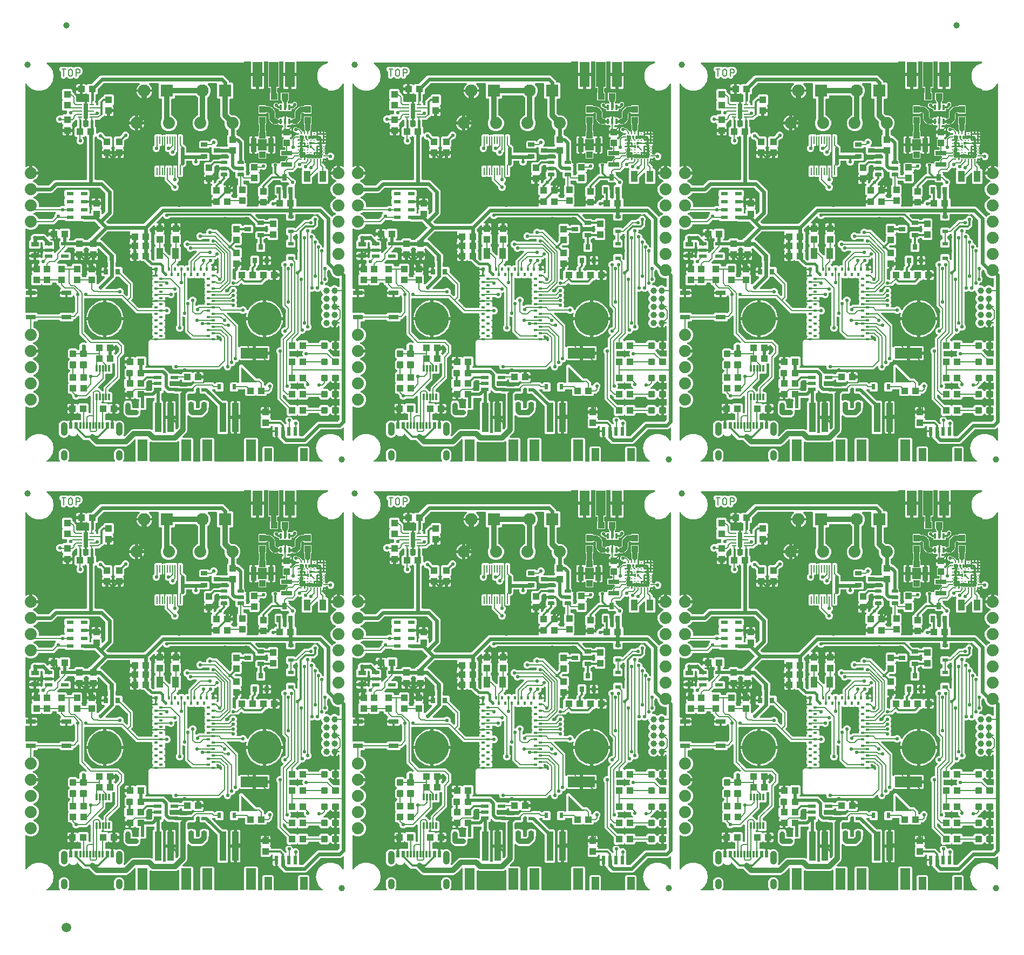
<source format=gtl>
G04 EAGLE Gerber RS-274X export*
G75*
%MOMM*%
%FSLAX34Y34*%
%LPD*%
%INTop Copper*%
%IPPOS*%
%AMOC8*
5,1,8,0,0,1.08239X$1,22.5*%
G01*
%ADD10C,0.203200*%
%ADD11C,1.000000*%
%ADD12C,1.879600*%
%ADD13R,1.100000X1.000000*%
%ADD14C,0.300000*%
%ADD15R,1.000000X1.100000*%
%ADD16C,1.930400*%
%ADD17R,1.930400X1.930400*%
%ADD18R,0.711200X0.254000*%
%ADD19R,0.635000X2.387600*%
%ADD20R,0.230000X1.200000*%
%ADD21C,5.300000*%
%ADD22C,0.180000*%
%ADD23R,1.016000X0.635000*%
%ADD24C,0.250000*%
%ADD25R,1.000000X1.800000*%
%ADD26R,0.630000X0.830000*%
%ADD27R,4.200000X1.700000*%
%ADD28R,1.000000X1.000000*%
%ADD29R,1.800000X0.800000*%
%ADD30R,0.635000X1.016000*%
%ADD31R,0.450000X0.950000*%
%ADD32R,1.100000X0.600000*%
%ADD33R,0.600000X0.400000*%
%ADD34R,0.600000X0.600000*%
%ADD35R,0.400000X0.600000*%
%ADD36R,1.200000X0.800000*%
%ADD37R,1.524000X0.762000*%
%ADD38R,1.000000X4.600000*%
%ADD39R,1.600000X3.400000*%
%ADD40R,1.200000X0.550000*%
%ADD41R,1.200000X2.000000*%
%ADD42R,0.600000X1.350000*%
%ADD43R,0.830000X0.630000*%
%ADD44R,0.300000X1.000000*%
%ADD45R,0.600000X1.000000*%
%ADD46C,1.000000*%
%ADD47R,0.800000X0.900000*%
%ADD48R,1.500000X4.000000*%
%ADD49R,0.850000X2.200000*%
%ADD50R,1.000000X1.050000*%
%ADD51C,1.500000*%
%ADD52C,0.406400*%
%ADD53C,0.609600*%
%ADD54C,0.508000*%
%ADD55C,0.304800*%
%ADD56C,0.554000*%
%ADD57C,0.812800*%
%ADD58C,0.454000*%
%ADD59C,0.654000*%

G36*
X1511377Y388912D02*
X1511377Y388912D01*
X1511427Y388913D01*
X1511533Y388944D01*
X1511640Y388966D01*
X1511685Y388988D01*
X1511733Y389002D01*
X1511827Y389057D01*
X1511926Y389106D01*
X1511964Y389138D01*
X1512007Y389163D01*
X1512127Y389270D01*
X1514410Y391552D01*
X1516765Y392527D01*
X1516885Y392596D01*
X1517008Y392661D01*
X1517023Y392675D01*
X1517041Y392685D01*
X1517141Y392782D01*
X1517244Y392875D01*
X1517255Y392892D01*
X1517269Y392906D01*
X1517342Y393025D01*
X1517418Y393141D01*
X1517425Y393160D01*
X1517436Y393177D01*
X1517477Y393310D01*
X1517522Y393442D01*
X1517523Y393462D01*
X1517529Y393481D01*
X1517536Y393620D01*
X1517547Y393759D01*
X1517543Y393779D01*
X1517544Y393799D01*
X1517516Y393935D01*
X1517492Y394072D01*
X1517484Y394090D01*
X1517480Y394110D01*
X1517419Y394236D01*
X1517362Y394362D01*
X1517349Y394378D01*
X1517340Y394396D01*
X1517250Y394502D01*
X1517163Y394610D01*
X1517147Y394623D01*
X1517134Y394638D01*
X1517020Y394718D01*
X1516909Y394802D01*
X1516884Y394814D01*
X1516874Y394821D01*
X1516855Y394828D01*
X1516765Y394873D01*
X1514409Y395848D01*
X1510908Y399350D01*
X1509013Y403924D01*
X1509013Y408876D01*
X1510908Y413450D01*
X1514410Y416952D01*
X1516765Y417927D01*
X1516885Y417996D01*
X1517008Y418061D01*
X1517023Y418075D01*
X1517041Y418085D01*
X1517141Y418182D01*
X1517244Y418275D01*
X1517255Y418292D01*
X1517269Y418306D01*
X1517342Y418425D01*
X1517418Y418541D01*
X1517425Y418560D01*
X1517436Y418577D01*
X1517477Y418710D01*
X1517522Y418842D01*
X1517523Y418862D01*
X1517529Y418881D01*
X1517536Y419020D01*
X1517547Y419159D01*
X1517543Y419179D01*
X1517544Y419199D01*
X1517516Y419335D01*
X1517492Y419472D01*
X1517484Y419491D01*
X1517480Y419510D01*
X1517419Y419636D01*
X1517362Y419762D01*
X1517349Y419778D01*
X1517340Y419796D01*
X1517250Y419902D01*
X1517163Y420010D01*
X1517147Y420023D01*
X1517134Y420038D01*
X1517026Y420114D01*
X1517003Y420136D01*
X1516981Y420148D01*
X1516909Y420202D01*
X1516884Y420214D01*
X1516874Y420221D01*
X1516855Y420228D01*
X1516765Y420273D01*
X1514409Y421248D01*
X1510908Y424750D01*
X1509013Y429324D01*
X1509013Y434276D01*
X1510908Y438850D01*
X1514410Y442352D01*
X1517435Y443605D01*
X1517461Y443620D01*
X1517490Y443629D01*
X1517599Y443699D01*
X1517712Y443763D01*
X1517733Y443784D01*
X1517758Y443799D01*
X1517847Y443894D01*
X1517940Y443984D01*
X1517956Y444009D01*
X1517976Y444031D01*
X1518039Y444145D01*
X1518106Y444255D01*
X1518115Y444284D01*
X1518129Y444310D01*
X1518162Y444435D01*
X1518200Y444559D01*
X1518201Y444589D01*
X1518209Y444618D01*
X1518209Y444747D01*
X1518215Y444877D01*
X1518209Y444906D01*
X1518209Y444936D01*
X1518177Y445061D01*
X1518151Y445188D01*
X1518138Y445215D01*
X1518130Y445244D01*
X1518068Y445357D01*
X1518011Y445474D01*
X1517992Y445497D01*
X1517977Y445523D01*
X1517889Y445617D01*
X1517805Y445716D01*
X1517780Y445733D01*
X1517760Y445755D01*
X1517651Y445824D01*
X1517545Y445899D01*
X1517517Y445910D01*
X1517492Y445926D01*
X1517342Y445985D01*
X1516877Y446136D01*
X1515203Y446989D01*
X1513682Y448094D01*
X1512354Y449422D01*
X1511249Y450943D01*
X1510396Y452617D01*
X1509815Y454404D01*
X1509775Y454661D01*
X1520190Y454661D01*
X1520308Y454676D01*
X1520427Y454683D01*
X1520465Y454696D01*
X1520505Y454701D01*
X1520616Y454744D01*
X1520729Y454781D01*
X1520763Y454803D01*
X1520801Y454818D01*
X1520897Y454888D01*
X1520998Y454951D01*
X1521026Y454981D01*
X1521058Y455004D01*
X1521134Y455096D01*
X1521216Y455183D01*
X1521235Y455218D01*
X1521261Y455249D01*
X1521312Y455357D01*
X1521369Y455461D01*
X1521380Y455501D01*
X1521397Y455537D01*
X1521419Y455654D01*
X1521449Y455769D01*
X1521453Y455830D01*
X1521457Y455850D01*
X1521455Y455870D01*
X1521459Y455930D01*
X1521459Y457201D01*
X1522730Y457201D01*
X1522848Y457216D01*
X1522967Y457223D01*
X1523005Y457236D01*
X1523045Y457241D01*
X1523156Y457285D01*
X1523269Y457321D01*
X1523304Y457343D01*
X1523341Y457358D01*
X1523437Y457428D01*
X1523538Y457491D01*
X1523566Y457521D01*
X1523599Y457545D01*
X1523674Y457636D01*
X1523756Y457723D01*
X1523776Y457758D01*
X1523801Y457790D01*
X1523852Y457897D01*
X1523910Y458002D01*
X1523920Y458041D01*
X1523937Y458077D01*
X1523959Y458194D01*
X1523989Y458309D01*
X1523993Y458370D01*
X1523997Y458390D01*
X1523995Y458410D01*
X1523999Y458470D01*
X1523999Y468885D01*
X1524256Y468845D01*
X1526043Y468264D01*
X1527717Y467411D01*
X1528080Y467147D01*
X1528115Y467128D01*
X1528145Y467103D01*
X1528254Y467052D01*
X1528359Y466994D01*
X1528397Y466984D01*
X1528433Y466967D01*
X1528551Y466945D01*
X1528667Y466915D01*
X1528706Y466915D01*
X1528746Y466908D01*
X1528865Y466915D01*
X1528985Y466915D01*
X1529023Y466925D01*
X1529063Y466927D01*
X1529177Y466964D01*
X1529293Y466994D01*
X1529328Y467013D01*
X1529365Y467025D01*
X1529466Y467089D01*
X1529571Y467147D01*
X1529601Y467174D01*
X1529634Y467195D01*
X1529716Y467283D01*
X1529803Y467365D01*
X1529825Y467398D01*
X1529852Y467427D01*
X1529910Y467532D01*
X1529974Y467633D01*
X1529986Y467671D01*
X1530006Y467706D01*
X1530035Y467821D01*
X1530073Y467935D01*
X1530075Y467975D01*
X1530085Y468014D01*
X1530095Y468174D01*
X1530095Y596603D01*
X1530077Y596748D01*
X1530062Y596893D01*
X1530057Y596906D01*
X1530055Y596919D01*
X1530002Y597054D01*
X1529951Y597191D01*
X1529943Y597202D01*
X1529938Y597215D01*
X1529853Y597332D01*
X1529770Y597452D01*
X1529759Y597461D01*
X1529752Y597472D01*
X1529640Y597565D01*
X1529529Y597660D01*
X1529517Y597666D01*
X1529507Y597675D01*
X1529375Y597737D01*
X1529244Y597802D01*
X1529231Y597805D01*
X1529219Y597810D01*
X1529077Y597838D01*
X1528933Y597868D01*
X1528920Y597868D01*
X1528907Y597870D01*
X1528762Y597861D01*
X1528616Y597855D01*
X1528602Y597851D01*
X1528589Y597850D01*
X1528451Y597806D01*
X1528311Y597763D01*
X1528299Y597756D01*
X1528287Y597752D01*
X1528164Y597675D01*
X1528039Y597599D01*
X1528029Y597589D01*
X1528018Y597582D01*
X1527918Y597476D01*
X1527816Y597372D01*
X1527806Y597357D01*
X1527800Y597351D01*
X1527792Y597336D01*
X1527727Y597238D01*
X1526345Y594845D01*
X1520238Y589720D01*
X1512746Y586993D01*
X1504949Y586993D01*
X1504949Y588060D01*
X1504946Y588090D01*
X1504948Y588119D01*
X1504926Y588247D01*
X1504909Y588376D01*
X1504899Y588403D01*
X1504894Y588433D01*
X1504840Y588551D01*
X1504792Y588672D01*
X1504775Y588696D01*
X1504763Y588722D01*
X1504682Y588824D01*
X1504606Y588929D01*
X1504583Y588948D01*
X1504564Y588971D01*
X1504461Y589049D01*
X1504361Y589132D01*
X1504334Y589144D01*
X1504310Y589162D01*
X1504166Y589233D01*
X1497105Y592158D01*
X1491318Y597945D01*
X1488185Y605507D01*
X1488185Y613693D01*
X1491318Y621255D01*
X1497105Y627042D01*
X1504166Y629967D01*
X1504191Y629982D01*
X1504219Y629991D01*
X1504329Y630060D01*
X1504442Y630124D01*
X1504463Y630145D01*
X1504488Y630161D01*
X1504577Y630255D01*
X1504670Y630346D01*
X1504686Y630371D01*
X1504706Y630392D01*
X1504769Y630506D01*
X1504837Y630617D01*
X1504845Y630645D01*
X1504860Y630671D01*
X1504892Y630797D01*
X1504930Y630921D01*
X1504932Y630950D01*
X1504939Y630979D01*
X1504949Y631140D01*
X1504949Y631698D01*
X1504934Y631816D01*
X1504927Y631935D01*
X1504914Y631973D01*
X1504909Y632014D01*
X1504866Y632124D01*
X1504829Y632237D01*
X1504807Y632272D01*
X1504792Y632309D01*
X1504723Y632405D01*
X1504659Y632506D01*
X1504629Y632534D01*
X1504606Y632567D01*
X1504514Y632643D01*
X1504427Y632724D01*
X1504392Y632744D01*
X1504361Y632769D01*
X1504253Y632820D01*
X1504149Y632878D01*
X1504109Y632888D01*
X1504073Y632905D01*
X1503956Y632927D01*
X1503841Y632957D01*
X1503781Y632961D01*
X1503761Y632965D01*
X1503740Y632963D01*
X1503680Y632967D01*
X1456570Y632967D01*
X1456452Y632952D01*
X1456333Y632945D01*
X1456295Y632932D01*
X1456254Y632927D01*
X1456144Y632884D01*
X1456031Y632847D01*
X1455996Y632825D01*
X1455959Y632810D01*
X1455863Y632741D01*
X1455762Y632677D01*
X1455734Y632647D01*
X1455701Y632624D01*
X1455625Y632532D01*
X1455544Y632445D01*
X1455524Y632410D01*
X1455499Y632379D01*
X1455448Y632271D01*
X1455390Y632167D01*
X1455380Y632127D01*
X1455363Y632091D01*
X1455341Y631974D01*
X1455311Y631859D01*
X1455307Y631799D01*
X1455303Y631779D01*
X1455305Y631758D01*
X1455301Y631698D01*
X1455301Y614679D01*
X1446530Y614679D01*
X1446412Y614664D01*
X1446293Y614657D01*
X1446255Y614644D01*
X1446215Y614639D01*
X1446104Y614595D01*
X1445991Y614559D01*
X1445956Y614537D01*
X1445919Y614522D01*
X1445823Y614452D01*
X1445722Y614389D01*
X1445694Y614359D01*
X1445662Y614335D01*
X1445586Y614244D01*
X1445504Y614157D01*
X1445485Y614122D01*
X1445459Y614090D01*
X1445408Y613983D01*
X1445351Y613879D01*
X1445340Y613839D01*
X1445323Y613803D01*
X1445301Y613686D01*
X1445271Y613571D01*
X1445267Y613510D01*
X1445263Y613490D01*
X1445265Y613470D01*
X1445261Y613410D01*
X1445261Y612139D01*
X1445259Y612139D01*
X1445259Y613410D01*
X1445244Y613528D01*
X1445237Y613647D01*
X1445224Y613685D01*
X1445219Y613725D01*
X1445175Y613836D01*
X1445139Y613949D01*
X1445117Y613984D01*
X1445102Y614021D01*
X1445032Y614117D01*
X1444969Y614218D01*
X1444939Y614246D01*
X1444915Y614278D01*
X1444824Y614354D01*
X1444737Y614436D01*
X1444702Y614455D01*
X1444670Y614481D01*
X1444563Y614532D01*
X1444459Y614589D01*
X1444419Y614600D01*
X1444383Y614617D01*
X1444266Y614639D01*
X1444151Y614669D01*
X1444090Y614673D01*
X1444070Y614677D01*
X1444050Y614675D01*
X1443990Y614679D01*
X1435219Y614679D01*
X1435219Y631698D01*
X1435204Y631816D01*
X1435197Y631935D01*
X1435184Y631973D01*
X1435179Y632014D01*
X1435136Y632124D01*
X1435099Y632237D01*
X1435077Y632272D01*
X1435062Y632309D01*
X1434993Y632405D01*
X1434929Y632506D01*
X1434899Y632534D01*
X1434876Y632567D01*
X1434784Y632643D01*
X1434697Y632724D01*
X1434662Y632744D01*
X1434631Y632769D01*
X1434523Y632820D01*
X1434419Y632878D01*
X1434379Y632888D01*
X1434343Y632905D01*
X1434226Y632927D01*
X1434111Y632957D01*
X1434051Y632961D01*
X1434031Y632965D01*
X1434010Y632963D01*
X1433950Y632967D01*
X1429646Y632967D01*
X1429528Y632952D01*
X1429409Y632945D01*
X1429371Y632932D01*
X1429330Y632927D01*
X1429220Y632884D01*
X1429107Y632847D01*
X1429072Y632825D01*
X1429035Y632810D01*
X1428939Y632741D01*
X1428838Y632677D01*
X1428810Y632647D01*
X1428777Y632624D01*
X1428701Y632532D01*
X1428620Y632445D01*
X1428600Y632410D01*
X1428575Y632379D01*
X1428524Y632271D01*
X1428466Y632167D01*
X1428456Y632127D01*
X1428439Y632091D01*
X1428417Y631974D01*
X1428387Y631859D01*
X1428383Y631799D01*
X1428379Y631779D01*
X1428381Y631758D01*
X1428377Y631698D01*
X1428377Y591719D01*
X1427781Y591123D01*
X1426210Y591123D01*
X1426092Y591108D01*
X1425973Y591101D01*
X1425935Y591088D01*
X1425894Y591083D01*
X1425784Y591040D01*
X1425671Y591003D01*
X1425636Y590981D01*
X1425599Y590966D01*
X1425503Y590897D01*
X1425402Y590833D01*
X1425374Y590803D01*
X1425341Y590780D01*
X1425265Y590688D01*
X1425184Y590601D01*
X1425164Y590566D01*
X1425139Y590535D01*
X1425088Y590427D01*
X1425030Y590323D01*
X1425020Y590283D01*
X1425003Y590247D01*
X1424981Y590130D01*
X1424951Y590015D01*
X1424947Y589955D01*
X1424943Y589935D01*
X1424945Y589914D01*
X1424941Y589854D01*
X1424941Y585136D01*
X1424956Y585018D01*
X1424963Y584899D01*
X1424976Y584861D01*
X1424981Y584820D01*
X1425024Y584710D01*
X1425061Y584597D01*
X1425083Y584562D01*
X1425098Y584525D01*
X1425167Y584429D01*
X1425231Y584328D01*
X1425261Y584300D01*
X1425284Y584267D01*
X1425376Y584191D01*
X1425463Y584110D01*
X1425498Y584090D01*
X1425529Y584065D01*
X1425637Y584014D01*
X1425741Y583956D01*
X1425781Y583946D01*
X1425817Y583929D01*
X1425934Y583907D01*
X1426049Y583877D01*
X1426109Y583873D01*
X1426129Y583869D01*
X1426150Y583871D01*
X1426169Y583869D01*
X1426767Y583271D01*
X1426767Y572429D01*
X1426171Y571833D01*
X1414329Y571833D01*
X1413733Y572429D01*
X1413733Y583271D01*
X1414407Y583945D01*
X1414468Y584023D01*
X1414536Y584096D01*
X1414565Y584149D01*
X1414602Y584197D01*
X1414642Y584287D01*
X1414690Y584374D01*
X1414705Y584433D01*
X1414729Y584488D01*
X1414744Y584586D01*
X1414769Y584682D01*
X1414775Y584782D01*
X1414779Y584803D01*
X1414777Y584815D01*
X1414779Y584843D01*
X1414779Y589854D01*
X1414764Y589972D01*
X1414757Y590091D01*
X1414744Y590129D01*
X1414739Y590170D01*
X1414696Y590280D01*
X1414659Y590393D01*
X1414637Y590428D01*
X1414622Y590465D01*
X1414553Y590561D01*
X1414489Y590662D01*
X1414459Y590690D01*
X1414436Y590723D01*
X1414344Y590799D01*
X1414257Y590880D01*
X1414222Y590900D01*
X1414191Y590925D01*
X1414083Y590976D01*
X1413979Y591034D01*
X1413939Y591044D01*
X1413903Y591061D01*
X1413786Y591083D01*
X1413671Y591113D01*
X1413611Y591117D01*
X1413591Y591121D01*
X1413570Y591119D01*
X1413510Y591123D01*
X1411939Y591123D01*
X1411343Y591719D01*
X1411343Y631698D01*
X1411328Y631816D01*
X1411321Y631935D01*
X1411308Y631973D01*
X1411303Y632014D01*
X1411260Y632124D01*
X1411223Y632237D01*
X1411201Y632272D01*
X1411186Y632309D01*
X1411117Y632405D01*
X1411053Y632506D01*
X1411023Y632534D01*
X1411000Y632567D01*
X1410908Y632643D01*
X1410821Y632724D01*
X1410786Y632744D01*
X1410755Y632769D01*
X1410647Y632820D01*
X1410543Y632878D01*
X1410503Y632888D01*
X1410467Y632905D01*
X1410350Y632927D01*
X1410235Y632957D01*
X1410175Y632961D01*
X1410155Y632965D01*
X1410134Y632963D01*
X1410074Y632967D01*
X1405770Y632967D01*
X1405652Y632952D01*
X1405533Y632945D01*
X1405495Y632932D01*
X1405454Y632927D01*
X1405344Y632884D01*
X1405231Y632847D01*
X1405196Y632825D01*
X1405159Y632810D01*
X1405063Y632741D01*
X1404962Y632677D01*
X1404934Y632647D01*
X1404901Y632624D01*
X1404825Y632532D01*
X1404744Y632445D01*
X1404724Y632410D01*
X1404699Y632379D01*
X1404648Y632271D01*
X1404590Y632167D01*
X1404580Y632127D01*
X1404563Y632091D01*
X1404541Y631974D01*
X1404511Y631859D01*
X1404507Y631799D01*
X1404503Y631779D01*
X1404505Y631758D01*
X1404501Y631698D01*
X1404501Y614679D01*
X1395730Y614679D01*
X1395612Y614664D01*
X1395493Y614657D01*
X1395455Y614644D01*
X1395415Y614639D01*
X1395304Y614595D01*
X1395191Y614559D01*
X1395156Y614537D01*
X1395119Y614522D01*
X1395023Y614452D01*
X1394922Y614389D01*
X1394894Y614359D01*
X1394862Y614335D01*
X1394786Y614244D01*
X1394704Y614157D01*
X1394685Y614122D01*
X1394659Y614090D01*
X1394608Y613983D01*
X1394551Y613879D01*
X1394540Y613839D01*
X1394523Y613803D01*
X1394501Y613686D01*
X1394471Y613571D01*
X1394467Y613510D01*
X1394463Y613490D01*
X1394465Y613470D01*
X1394461Y613410D01*
X1394461Y612139D01*
X1394459Y612139D01*
X1394459Y613410D01*
X1394444Y613528D01*
X1394437Y613647D01*
X1394424Y613685D01*
X1394419Y613725D01*
X1394375Y613836D01*
X1394339Y613949D01*
X1394317Y613984D01*
X1394302Y614021D01*
X1394232Y614117D01*
X1394169Y614218D01*
X1394139Y614246D01*
X1394115Y614278D01*
X1394024Y614354D01*
X1393937Y614436D01*
X1393902Y614455D01*
X1393870Y614481D01*
X1393763Y614532D01*
X1393659Y614589D01*
X1393619Y614600D01*
X1393583Y614617D01*
X1393466Y614639D01*
X1393351Y614669D01*
X1393290Y614673D01*
X1393270Y614677D01*
X1393250Y614675D01*
X1393190Y614679D01*
X1384419Y614679D01*
X1384419Y631698D01*
X1384404Y631816D01*
X1384397Y631935D01*
X1384384Y631973D01*
X1384379Y632014D01*
X1384336Y632124D01*
X1384299Y632237D01*
X1384277Y632272D01*
X1384262Y632309D01*
X1384193Y632405D01*
X1384129Y632506D01*
X1384099Y632534D01*
X1384076Y632567D01*
X1383984Y632643D01*
X1383897Y632724D01*
X1383862Y632744D01*
X1383831Y632769D01*
X1383723Y632820D01*
X1383619Y632878D01*
X1383579Y632888D01*
X1383543Y632905D01*
X1383426Y632927D01*
X1383311Y632957D01*
X1383251Y632961D01*
X1383231Y632965D01*
X1383210Y632963D01*
X1383150Y632967D01*
X1374140Y632967D01*
X1374022Y632952D01*
X1373903Y632945D01*
X1373865Y632932D01*
X1373824Y632927D01*
X1373714Y632884D01*
X1373601Y632847D01*
X1373566Y632825D01*
X1373529Y632810D01*
X1373433Y632741D01*
X1373332Y632677D01*
X1373304Y632647D01*
X1373271Y632624D01*
X1373196Y632532D01*
X1373114Y632445D01*
X1373094Y632410D01*
X1373069Y632379D01*
X1373018Y632271D01*
X1372960Y632167D01*
X1372950Y632127D01*
X1372933Y632091D01*
X1372911Y631974D01*
X1372881Y631859D01*
X1372877Y631799D01*
X1372873Y631779D01*
X1372875Y631758D01*
X1372871Y631698D01*
X1372871Y630935D01*
X1064791Y630935D01*
X1064755Y630931D01*
X1064720Y630933D01*
X1064598Y630911D01*
X1064475Y630895D01*
X1064442Y630882D01*
X1064407Y630876D01*
X1064295Y630824D01*
X1064179Y630778D01*
X1064151Y630758D01*
X1064119Y630743D01*
X1064022Y630664D01*
X1063922Y630592D01*
X1063899Y630564D01*
X1063872Y630542D01*
X1063799Y630442D01*
X1063719Y630347D01*
X1063704Y630315D01*
X1063683Y630286D01*
X1063637Y630171D01*
X1063584Y630059D01*
X1063577Y630024D01*
X1063564Y629991D01*
X1063547Y629868D01*
X1063524Y629747D01*
X1063526Y629711D01*
X1063521Y629676D01*
X1063536Y629553D01*
X1063544Y629429D01*
X1063555Y629395D01*
X1063559Y629360D01*
X1063604Y629244D01*
X1063642Y629127D01*
X1063661Y629097D01*
X1063673Y629064D01*
X1063746Y628963D01*
X1063812Y628858D01*
X1063838Y628834D01*
X1063858Y628805D01*
X1063975Y628694D01*
X1069145Y624356D01*
X1073131Y617451D01*
X1074515Y609600D01*
X1073131Y601749D01*
X1069145Y594845D01*
X1063038Y589720D01*
X1055546Y586993D01*
X1047574Y586993D01*
X1040082Y589720D01*
X1033975Y594844D01*
X1032593Y597238D01*
X1032505Y597354D01*
X1032420Y597472D01*
X1032409Y597481D01*
X1032401Y597491D01*
X1032287Y597582D01*
X1032175Y597675D01*
X1032162Y597681D01*
X1032152Y597689D01*
X1032018Y597749D01*
X1031887Y597810D01*
X1031874Y597813D01*
X1031861Y597818D01*
X1031717Y597843D01*
X1031574Y597870D01*
X1031561Y597869D01*
X1031548Y597872D01*
X1031402Y597859D01*
X1031257Y597850D01*
X1031244Y597846D01*
X1031231Y597845D01*
X1031093Y597797D01*
X1030955Y597752D01*
X1030943Y597745D01*
X1030930Y597741D01*
X1030809Y597660D01*
X1030686Y597582D01*
X1030677Y597572D01*
X1030665Y597565D01*
X1030568Y597457D01*
X1030468Y597351D01*
X1030461Y597339D01*
X1030452Y597329D01*
X1030385Y597199D01*
X1030314Y597072D01*
X1030311Y597059D01*
X1030305Y597047D01*
X1030271Y596905D01*
X1030235Y596764D01*
X1030234Y596746D01*
X1030232Y596737D01*
X1030232Y596720D01*
X1030225Y596603D01*
X1030225Y468174D01*
X1030230Y468135D01*
X1030227Y468095D01*
X1030250Y467977D01*
X1030265Y467859D01*
X1030279Y467822D01*
X1030287Y467783D01*
X1030338Y467674D01*
X1030382Y467563D01*
X1030405Y467531D01*
X1030422Y467495D01*
X1030498Y467402D01*
X1030568Y467306D01*
X1030599Y467280D01*
X1030624Y467250D01*
X1030721Y467179D01*
X1030813Y467103D01*
X1030849Y467086D01*
X1030882Y467062D01*
X1030993Y467018D01*
X1031101Y466967D01*
X1031140Y466960D01*
X1031177Y466945D01*
X1031296Y466930D01*
X1031413Y466908D01*
X1031453Y466910D01*
X1031493Y466905D01*
X1031612Y466920D01*
X1031731Y466927D01*
X1031769Y466940D01*
X1031808Y466945D01*
X1031920Y466988D01*
X1032033Y467025D01*
X1032067Y467047D01*
X1032104Y467061D01*
X1032240Y467147D01*
X1032603Y467411D01*
X1034277Y468264D01*
X1036064Y468845D01*
X1036321Y468885D01*
X1036321Y458470D01*
X1036336Y458352D01*
X1036343Y458233D01*
X1036356Y458195D01*
X1036361Y458155D01*
X1036404Y458044D01*
X1036441Y457931D01*
X1036463Y457897D01*
X1036478Y457859D01*
X1036548Y457763D01*
X1036611Y457662D01*
X1036641Y457634D01*
X1036664Y457602D01*
X1036756Y457526D01*
X1036843Y457444D01*
X1036878Y457425D01*
X1036909Y457399D01*
X1037017Y457348D01*
X1037121Y457291D01*
X1037161Y457280D01*
X1037197Y457263D01*
X1037314Y457241D01*
X1037429Y457211D01*
X1037490Y457207D01*
X1037510Y457203D01*
X1037530Y457205D01*
X1037590Y457201D01*
X1038861Y457201D01*
X1038861Y455930D01*
X1038876Y455812D01*
X1038883Y455693D01*
X1038896Y455655D01*
X1038901Y455614D01*
X1038945Y455504D01*
X1038981Y455391D01*
X1039003Y455356D01*
X1039018Y455319D01*
X1039088Y455223D01*
X1039151Y455122D01*
X1039181Y455094D01*
X1039205Y455061D01*
X1039296Y454986D01*
X1039383Y454904D01*
X1039418Y454884D01*
X1039450Y454859D01*
X1039557Y454808D01*
X1039662Y454750D01*
X1039701Y454740D01*
X1039737Y454723D01*
X1039854Y454701D01*
X1039969Y454671D01*
X1040030Y454667D01*
X1040050Y454663D01*
X1040070Y454665D01*
X1040130Y454661D01*
X1050545Y454661D01*
X1050505Y454404D01*
X1049924Y452617D01*
X1049071Y450943D01*
X1047966Y449422D01*
X1046638Y448094D01*
X1045117Y446989D01*
X1043443Y446136D01*
X1042978Y445985D01*
X1042951Y445972D01*
X1042922Y445965D01*
X1042808Y445905D01*
X1042690Y445850D01*
X1042667Y445831D01*
X1042641Y445817D01*
X1042545Y445730D01*
X1042445Y445647D01*
X1042428Y445623D01*
X1042406Y445603D01*
X1042334Y445494D01*
X1042258Y445390D01*
X1042247Y445362D01*
X1042231Y445337D01*
X1042189Y445214D01*
X1042141Y445094D01*
X1042137Y445064D01*
X1042128Y445036D01*
X1042117Y444907D01*
X1042101Y444779D01*
X1042105Y444749D01*
X1042102Y444719D01*
X1042125Y444591D01*
X1042141Y444463D01*
X1042152Y444435D01*
X1042157Y444406D01*
X1042210Y444288D01*
X1042258Y444167D01*
X1042275Y444143D01*
X1042287Y444116D01*
X1042368Y444015D01*
X1042444Y443910D01*
X1042467Y443891D01*
X1042486Y443867D01*
X1042590Y443789D01*
X1042689Y443707D01*
X1042716Y443694D01*
X1042740Y443676D01*
X1042885Y443605D01*
X1045910Y442352D01*
X1049412Y438851D01*
X1049482Y438680D01*
X1049497Y438655D01*
X1049506Y438627D01*
X1049575Y438517D01*
X1049640Y438404D01*
X1049660Y438383D01*
X1049676Y438358D01*
X1049771Y438269D01*
X1049861Y438176D01*
X1049886Y438160D01*
X1049908Y438140D01*
X1050022Y438077D01*
X1050132Y438009D01*
X1050161Y438001D01*
X1050186Y437986D01*
X1050312Y437954D01*
X1050436Y437916D01*
X1050466Y437914D01*
X1050494Y437907D01*
X1050655Y437897D01*
X1066289Y437897D01*
X1066387Y437909D01*
X1066486Y437912D01*
X1066544Y437929D01*
X1066604Y437937D01*
X1066697Y437973D01*
X1066792Y438001D01*
X1066844Y438031D01*
X1066900Y438054D01*
X1066980Y438112D01*
X1067066Y438162D01*
X1067141Y438228D01*
X1067157Y438240D01*
X1067165Y438250D01*
X1067186Y438268D01*
X1074776Y445859D01*
X1077017Y446787D01*
X1125592Y446787D01*
X1125710Y446802D01*
X1125829Y446809D01*
X1125867Y446822D01*
X1125908Y446827D01*
X1126018Y446870D01*
X1126131Y446907D01*
X1126166Y446929D01*
X1126203Y446944D01*
X1126299Y447013D01*
X1126400Y447077D01*
X1126428Y447107D01*
X1126461Y447130D01*
X1126537Y447222D01*
X1126618Y447309D01*
X1126638Y447344D01*
X1126663Y447375D01*
X1126714Y447483D01*
X1126772Y447587D01*
X1126782Y447627D01*
X1126799Y447663D01*
X1126821Y447780D01*
X1126851Y447895D01*
X1126855Y447955D01*
X1126859Y447975D01*
X1126857Y447996D01*
X1126861Y448056D01*
X1126861Y513237D01*
X1126849Y513336D01*
X1126846Y513435D01*
X1126829Y513493D01*
X1126821Y513553D01*
X1126785Y513645D01*
X1126757Y513740D01*
X1126727Y513792D01*
X1126704Y513849D01*
X1126646Y513929D01*
X1126596Y514014D01*
X1126530Y514089D01*
X1126518Y514106D01*
X1126508Y514114D01*
X1126490Y514135D01*
X1125355Y515269D01*
X1125261Y515342D01*
X1125172Y515421D01*
X1125136Y515439D01*
X1125104Y515464D01*
X1124995Y515511D01*
X1124889Y515565D01*
X1124850Y515574D01*
X1124812Y515590D01*
X1124695Y515609D01*
X1124579Y515635D01*
X1124538Y515634D01*
X1124498Y515640D01*
X1124380Y515629D01*
X1124261Y515625D01*
X1124222Y515614D01*
X1124182Y515610D01*
X1124070Y515570D01*
X1123955Y515537D01*
X1123920Y515516D01*
X1123882Y515503D01*
X1123784Y515436D01*
X1123681Y515375D01*
X1123636Y515336D01*
X1123619Y515324D01*
X1123606Y515309D01*
X1123560Y515269D01*
X1122721Y514429D01*
X1121292Y514429D01*
X1121174Y514414D01*
X1121055Y514407D01*
X1121017Y514394D01*
X1120976Y514389D01*
X1120866Y514346D01*
X1120753Y514309D01*
X1120718Y514287D01*
X1120681Y514272D01*
X1120585Y514203D01*
X1120484Y514139D01*
X1120456Y514109D01*
X1120423Y514086D01*
X1120347Y513994D01*
X1120266Y513907D01*
X1120246Y513872D01*
X1120221Y513841D01*
X1120170Y513733D01*
X1120112Y513629D01*
X1120102Y513589D01*
X1120085Y513553D01*
X1120063Y513436D01*
X1120033Y513321D01*
X1120029Y513261D01*
X1120025Y513241D01*
X1120027Y513220D01*
X1120023Y513160D01*
X1120023Y513062D01*
X1120035Y512964D01*
X1120038Y512865D01*
X1120055Y512806D01*
X1120063Y512746D01*
X1120099Y512654D01*
X1120127Y512559D01*
X1120157Y512507D01*
X1120180Y512451D01*
X1120238Y512371D01*
X1120288Y512285D01*
X1120354Y512210D01*
X1120366Y512193D01*
X1120376Y512186D01*
X1120394Y512164D01*
X1121263Y511296D01*
X1122149Y509157D01*
X1122149Y506843D01*
X1121263Y504704D01*
X1119626Y503067D01*
X1117487Y502181D01*
X1115173Y502181D01*
X1113034Y503067D01*
X1111397Y504704D01*
X1110511Y506843D01*
X1110511Y509157D01*
X1111397Y511296D01*
X1111522Y511420D01*
X1111582Y511499D01*
X1111650Y511571D01*
X1111679Y511624D01*
X1111716Y511672D01*
X1111756Y511763D01*
X1111804Y511849D01*
X1111819Y511908D01*
X1111843Y511964D01*
X1111858Y512062D01*
X1111883Y512157D01*
X1111889Y512257D01*
X1111893Y512278D01*
X1111891Y512290D01*
X1111893Y512318D01*
X1111893Y513160D01*
X1111878Y513278D01*
X1111871Y513397D01*
X1111858Y513435D01*
X1111853Y513476D01*
X1111810Y513586D01*
X1111773Y513699D01*
X1111751Y513734D01*
X1111736Y513771D01*
X1111667Y513867D01*
X1111603Y513968D01*
X1111573Y513996D01*
X1111550Y514029D01*
X1111458Y514105D01*
X1111371Y514186D01*
X1111336Y514206D01*
X1111305Y514231D01*
X1111197Y514282D01*
X1111093Y514340D01*
X1111053Y514350D01*
X1111017Y514367D01*
X1110900Y514389D01*
X1110785Y514419D01*
X1110725Y514423D01*
X1110705Y514427D01*
X1110684Y514425D01*
X1110624Y514429D01*
X1109195Y514429D01*
X1107409Y516215D01*
X1107409Y528741D01*
X1109195Y530527D01*
X1110488Y530527D01*
X1110606Y530542D01*
X1110725Y530549D01*
X1110763Y530562D01*
X1110804Y530567D01*
X1110914Y530610D01*
X1111027Y530647D01*
X1111062Y530669D01*
X1111099Y530684D01*
X1111195Y530753D01*
X1111296Y530817D01*
X1111324Y530847D01*
X1111357Y530870D01*
X1111433Y530962D01*
X1111514Y531049D01*
X1111534Y531084D01*
X1111559Y531115D01*
X1111610Y531223D01*
X1111668Y531327D01*
X1111678Y531367D01*
X1111695Y531403D01*
X1111717Y531520D01*
X1111747Y531635D01*
X1111751Y531695D01*
X1111755Y531715D01*
X1111753Y531736D01*
X1111757Y531796D01*
X1111757Y539496D01*
X1111742Y539614D01*
X1111735Y539733D01*
X1111722Y539771D01*
X1111717Y539812D01*
X1111674Y539922D01*
X1111637Y540035D01*
X1111615Y540070D01*
X1111600Y540107D01*
X1111531Y540203D01*
X1111467Y540304D01*
X1111437Y540332D01*
X1111414Y540365D01*
X1111357Y540411D01*
X1110961Y540808D01*
X1110867Y540881D01*
X1110778Y540959D01*
X1110742Y540978D01*
X1110710Y541002D01*
X1110600Y541050D01*
X1110494Y541104D01*
X1110455Y541113D01*
X1110418Y541129D01*
X1110300Y541147D01*
X1110184Y541174D01*
X1110144Y541172D01*
X1110104Y541179D01*
X1109985Y541168D01*
X1109866Y541164D01*
X1109827Y541153D01*
X1109787Y541149D01*
X1109675Y541109D01*
X1109561Y541075D01*
X1109526Y541055D01*
X1109488Y541041D01*
X1109389Y540974D01*
X1109287Y540914D01*
X1109242Y540874D01*
X1109225Y540863D01*
X1109211Y540847D01*
X1109166Y540808D01*
X1107482Y539124D01*
X1105686Y537327D01*
X1105582Y537327D01*
X1105464Y537312D01*
X1105345Y537305D01*
X1105307Y537292D01*
X1105266Y537287D01*
X1105156Y537244D01*
X1105043Y537207D01*
X1105008Y537185D01*
X1104971Y537170D01*
X1104875Y537101D01*
X1104774Y537037D01*
X1104746Y537007D01*
X1104713Y536984D01*
X1104637Y536892D01*
X1104556Y536805D01*
X1104536Y536770D01*
X1104511Y536739D01*
X1104460Y536631D01*
X1104402Y536527D01*
X1104392Y536487D01*
X1104375Y536451D01*
X1104353Y536334D01*
X1104323Y536219D01*
X1104319Y536159D01*
X1104315Y536139D01*
X1104317Y536118D01*
X1104313Y536058D01*
X1104313Y534629D01*
X1103114Y533430D01*
X1103041Y533336D01*
X1102962Y533247D01*
X1102944Y533211D01*
X1102919Y533179D01*
X1102872Y533070D01*
X1102817Y532964D01*
X1102809Y532924D01*
X1102793Y532887D01*
X1102774Y532769D01*
X1102748Y532653D01*
X1102749Y532613D01*
X1102743Y532573D01*
X1102754Y532454D01*
X1102758Y532335D01*
X1102769Y532297D01*
X1102773Y532256D01*
X1102813Y532144D01*
X1102846Y532030D01*
X1102866Y531995D01*
X1102880Y531957D01*
X1102947Y531859D01*
X1103007Y531756D01*
X1103047Y531711D01*
X1103059Y531694D01*
X1103074Y531680D01*
X1103114Y531635D01*
X1103297Y531452D01*
X1103632Y530873D01*
X1103805Y530226D01*
X1103805Y526891D01*
X1097494Y526891D01*
X1097376Y526876D01*
X1097257Y526869D01*
X1097219Y526856D01*
X1097179Y526851D01*
X1097068Y526808D01*
X1096955Y526771D01*
X1096921Y526749D01*
X1096883Y526734D01*
X1096787Y526665D01*
X1096686Y526601D01*
X1096658Y526571D01*
X1096626Y526548D01*
X1096550Y526456D01*
X1096468Y526369D01*
X1096449Y526334D01*
X1096423Y526303D01*
X1096372Y526195D01*
X1096315Y526091D01*
X1096305Y526051D01*
X1096287Y526015D01*
X1096267Y525908D01*
X1096263Y525938D01*
X1096219Y526048D01*
X1096183Y526161D01*
X1096161Y526196D01*
X1096146Y526233D01*
X1096076Y526329D01*
X1096013Y526430D01*
X1095983Y526458D01*
X1095959Y526491D01*
X1095868Y526567D01*
X1095781Y526648D01*
X1095746Y526668D01*
X1095714Y526693D01*
X1095607Y526744D01*
X1095502Y526802D01*
X1095463Y526812D01*
X1095427Y526829D01*
X1095310Y526851D01*
X1095194Y526881D01*
X1095134Y526885D01*
X1095114Y526889D01*
X1095094Y526887D01*
X1095034Y526891D01*
X1088723Y526891D01*
X1088723Y530226D01*
X1088896Y530873D01*
X1089231Y531452D01*
X1089414Y531635D01*
X1089487Y531729D01*
X1089566Y531819D01*
X1089584Y531855D01*
X1089609Y531886D01*
X1089656Y531996D01*
X1089711Y532102D01*
X1089719Y532141D01*
X1089735Y532178D01*
X1089754Y532296D01*
X1089780Y532412D01*
X1089779Y532453D01*
X1089785Y532492D01*
X1089774Y532611D01*
X1089771Y532730D01*
X1089759Y532769D01*
X1089755Y532809D01*
X1089715Y532921D01*
X1089682Y533035D01*
X1089662Y533070D01*
X1089648Y533108D01*
X1089581Y533207D01*
X1089521Y533309D01*
X1089481Y533355D01*
X1089469Y533371D01*
X1089454Y533385D01*
X1089414Y533430D01*
X1088215Y534629D01*
X1088215Y535598D01*
X1088209Y535647D01*
X1088211Y535697D01*
X1088189Y535804D01*
X1088175Y535914D01*
X1088157Y535960D01*
X1088147Y536008D01*
X1088099Y536107D01*
X1088058Y536209D01*
X1088029Y536249D01*
X1088007Y536294D01*
X1087936Y536378D01*
X1087872Y536467D01*
X1087833Y536498D01*
X1087801Y536536D01*
X1087711Y536599D01*
X1087627Y536669D01*
X1087582Y536691D01*
X1087541Y536719D01*
X1087438Y536758D01*
X1087339Y536805D01*
X1087290Y536814D01*
X1087244Y536832D01*
X1087134Y536844D01*
X1087027Y536865D01*
X1086977Y536862D01*
X1086928Y536867D01*
X1086819Y536852D01*
X1086709Y536845D01*
X1086662Y536830D01*
X1086613Y536823D01*
X1086460Y536771D01*
X1085737Y536471D01*
X1083423Y536471D01*
X1081284Y537357D01*
X1079647Y538994D01*
X1078761Y541133D01*
X1078761Y543447D01*
X1079647Y545586D01*
X1081284Y547223D01*
X1083423Y548109D01*
X1085737Y548109D01*
X1086673Y547721D01*
X1086702Y547713D01*
X1086728Y547700D01*
X1086855Y547671D01*
X1086980Y547637D01*
X1087010Y547637D01*
X1087038Y547630D01*
X1087168Y547634D01*
X1087298Y547632D01*
X1087327Y547639D01*
X1087356Y547640D01*
X1087481Y547676D01*
X1087607Y547706D01*
X1087634Y547720D01*
X1087662Y547728D01*
X1087774Y547794D01*
X1087888Y547855D01*
X1087910Y547875D01*
X1087936Y547890D01*
X1088057Y547996D01*
X1090001Y549941D01*
X1094002Y549941D01*
X1094120Y549956D01*
X1094239Y549963D01*
X1094277Y549976D01*
X1094318Y549981D01*
X1094428Y550024D01*
X1094541Y550061D01*
X1094576Y550083D01*
X1094613Y550098D01*
X1094709Y550167D01*
X1094810Y550231D01*
X1094838Y550261D01*
X1094871Y550284D01*
X1094947Y550376D01*
X1095028Y550463D01*
X1095048Y550498D01*
X1095073Y550529D01*
X1095124Y550637D01*
X1095182Y550741D01*
X1095192Y550781D01*
X1095209Y550817D01*
X1095231Y550934D01*
X1095261Y551049D01*
X1095265Y551109D01*
X1095269Y551129D01*
X1095267Y551150D01*
X1095271Y551210D01*
X1095271Y553607D01*
X1095420Y553966D01*
X1095433Y554014D01*
X1095454Y554059D01*
X1095475Y554167D01*
X1095504Y554273D01*
X1095505Y554323D01*
X1095514Y554372D01*
X1095507Y554481D01*
X1095509Y554591D01*
X1095497Y554639D01*
X1095494Y554689D01*
X1095460Y554793D01*
X1095435Y554900D01*
X1095412Y554944D01*
X1095396Y554991D01*
X1095337Y555084D01*
X1095286Y555181D01*
X1095253Y555218D01*
X1095226Y555260D01*
X1095146Y555335D01*
X1095072Y555417D01*
X1095031Y555444D01*
X1094994Y555478D01*
X1094898Y555531D01*
X1094806Y555591D01*
X1094759Y555608D01*
X1094716Y555632D01*
X1094610Y555659D01*
X1094506Y555695D01*
X1094456Y555699D01*
X1094408Y555711D01*
X1094247Y555721D01*
X1089747Y555721D01*
X1087961Y557507D01*
X1087961Y571033D01*
X1088801Y571873D01*
X1088874Y571967D01*
X1088953Y572056D01*
X1088971Y572092D01*
X1088996Y572124D01*
X1089043Y572233D01*
X1089097Y572339D01*
X1089106Y572378D01*
X1089122Y572416D01*
X1089141Y572533D01*
X1089167Y572649D01*
X1089166Y572690D01*
X1089172Y572730D01*
X1089161Y572848D01*
X1089157Y572967D01*
X1089146Y573006D01*
X1089142Y573046D01*
X1089102Y573158D01*
X1089069Y573273D01*
X1089048Y573308D01*
X1089035Y573346D01*
X1088968Y573444D01*
X1088907Y573547D01*
X1088868Y573592D01*
X1088856Y573609D01*
X1088841Y573622D01*
X1088801Y573668D01*
X1087961Y574507D01*
X1087961Y588033D01*
X1089747Y589819D01*
X1102273Y589819D01*
X1104059Y588033D01*
X1104059Y584965D01*
X1104071Y584867D01*
X1104074Y584768D01*
X1104091Y584710D01*
X1104099Y584650D01*
X1104135Y584558D01*
X1104163Y584463D01*
X1104193Y584411D01*
X1104216Y584354D01*
X1104274Y584274D01*
X1104324Y584189D01*
X1104390Y584113D01*
X1104402Y584097D01*
X1104412Y584089D01*
X1104430Y584068D01*
X1110235Y578264D01*
X1110235Y570484D01*
X1110250Y570366D01*
X1110257Y570247D01*
X1110270Y570209D01*
X1110275Y570168D01*
X1110319Y570057D01*
X1110355Y569945D01*
X1110377Y569910D01*
X1110392Y569873D01*
X1110461Y569777D01*
X1110525Y569676D01*
X1110555Y569648D01*
X1110578Y569615D01*
X1110670Y569539D01*
X1110757Y569458D01*
X1110792Y569438D01*
X1110823Y569413D01*
X1110931Y569362D01*
X1111035Y569304D01*
X1111075Y569294D01*
X1111111Y569277D01*
X1111228Y569255D01*
X1111343Y569225D01*
X1111403Y569221D01*
X1111423Y569217D01*
X1111444Y569219D01*
X1111504Y569215D01*
X1120595Y569215D01*
X1120681Y569225D01*
X1120766Y569226D01*
X1120900Y569253D01*
X1120911Y569255D01*
X1120915Y569256D01*
X1120924Y569258D01*
X1121711Y569469D01*
X1123633Y569469D01*
X1123633Y555308D01*
X1123648Y555189D01*
X1123656Y555071D01*
X1123668Y555032D01*
X1123673Y554992D01*
X1123679Y554978D01*
X1123673Y554948D01*
X1123643Y554833D01*
X1123640Y554773D01*
X1123636Y554753D01*
X1123637Y554732D01*
X1123633Y554672D01*
X1123633Y540511D01*
X1122172Y540511D01*
X1122054Y540496D01*
X1121935Y540489D01*
X1121897Y540476D01*
X1121856Y540471D01*
X1121746Y540428D01*
X1121633Y540391D01*
X1121598Y540369D01*
X1121561Y540354D01*
X1121465Y540285D01*
X1121364Y540221D01*
X1121336Y540191D01*
X1121303Y540168D01*
X1121227Y540076D01*
X1121146Y539989D01*
X1121126Y539954D01*
X1121101Y539923D01*
X1121050Y539815D01*
X1120992Y539711D01*
X1120982Y539671D01*
X1120965Y539635D01*
X1120943Y539518D01*
X1120913Y539403D01*
X1120909Y539343D01*
X1120905Y539323D01*
X1120907Y539302D01*
X1120903Y539242D01*
X1120903Y531796D01*
X1120918Y531678D01*
X1120925Y531559D01*
X1120938Y531521D01*
X1120943Y531480D01*
X1120986Y531370D01*
X1121023Y531257D01*
X1121045Y531222D01*
X1121060Y531185D01*
X1121129Y531089D01*
X1121193Y530988D01*
X1121223Y530960D01*
X1121246Y530927D01*
X1121338Y530851D01*
X1121425Y530770D01*
X1121460Y530750D01*
X1121491Y530725D01*
X1121599Y530674D01*
X1121703Y530616D01*
X1121743Y530606D01*
X1121779Y530589D01*
X1121896Y530567D01*
X1122011Y530537D01*
X1122071Y530533D01*
X1122091Y530529D01*
X1122112Y530531D01*
X1122172Y530527D01*
X1122721Y530527D01*
X1123560Y529687D01*
X1123654Y529614D01*
X1123744Y529535D01*
X1123780Y529517D01*
X1123812Y529492D01*
X1123921Y529445D01*
X1124027Y529391D01*
X1124066Y529382D01*
X1124104Y529366D01*
X1124221Y529347D01*
X1124337Y529321D01*
X1124378Y529322D01*
X1124418Y529316D01*
X1124536Y529327D01*
X1124655Y529331D01*
X1124694Y529342D01*
X1124734Y529346D01*
X1124847Y529386D01*
X1124961Y529419D01*
X1124995Y529440D01*
X1125034Y529453D01*
X1125132Y529520D01*
X1125235Y529581D01*
X1125280Y529621D01*
X1125297Y529632D01*
X1125310Y529647D01*
X1125355Y529687D01*
X1126195Y530527D01*
X1127760Y530527D01*
X1127878Y530542D01*
X1127997Y530549D01*
X1128035Y530562D01*
X1128076Y530567D01*
X1128186Y530610D01*
X1128299Y530647D01*
X1128334Y530669D01*
X1128371Y530684D01*
X1128467Y530753D01*
X1128568Y530817D01*
X1128596Y530847D01*
X1128629Y530870D01*
X1128705Y530962D01*
X1128786Y531049D01*
X1128806Y531084D01*
X1128831Y531115D01*
X1128882Y531223D01*
X1128940Y531327D01*
X1128950Y531367D01*
X1128967Y531403D01*
X1128989Y531520D01*
X1129019Y531635D01*
X1129023Y531695D01*
X1129027Y531715D01*
X1129025Y531736D01*
X1129029Y531796D01*
X1129029Y539242D01*
X1129014Y539360D01*
X1129007Y539479D01*
X1128994Y539517D01*
X1128989Y539558D01*
X1128946Y539668D01*
X1128909Y539781D01*
X1128887Y539816D01*
X1128872Y539853D01*
X1128803Y539949D01*
X1128739Y540050D01*
X1128709Y540078D01*
X1128686Y540111D01*
X1128594Y540187D01*
X1128507Y540268D01*
X1128472Y540288D01*
X1128441Y540313D01*
X1128333Y540364D01*
X1128229Y540422D01*
X1128189Y540432D01*
X1128153Y540449D01*
X1128036Y540471D01*
X1127921Y540501D01*
X1127861Y540505D01*
X1127841Y540509D01*
X1127820Y540507D01*
X1127760Y540511D01*
X1126807Y540511D01*
X1126807Y554672D01*
X1126792Y554791D01*
X1126784Y554909D01*
X1126772Y554948D01*
X1126767Y554988D01*
X1126761Y555002D01*
X1126767Y555032D01*
X1126797Y555147D01*
X1126800Y555207D01*
X1126804Y555227D01*
X1126803Y555248D01*
X1126807Y555308D01*
X1126807Y569469D01*
X1128729Y569469D01*
X1128955Y569408D01*
X1129080Y569391D01*
X1129204Y569367D01*
X1129237Y569370D01*
X1129271Y569365D01*
X1129396Y569379D01*
X1129521Y569387D01*
X1129553Y569398D01*
X1129586Y569401D01*
X1129704Y569447D01*
X1129823Y569485D01*
X1129852Y569503D01*
X1129883Y569515D01*
X1129986Y569588D01*
X1130092Y569655D01*
X1130115Y569680D01*
X1130143Y569700D01*
X1130224Y569795D01*
X1130310Y569887D01*
X1130326Y569917D01*
X1130348Y569942D01*
X1130403Y570055D01*
X1130464Y570166D01*
X1130472Y570198D01*
X1130487Y570229D01*
X1130512Y570352D01*
X1130543Y570473D01*
X1130546Y570522D01*
X1130550Y570540D01*
X1130549Y570562D01*
X1130553Y570634D01*
X1130553Y570894D01*
X1130552Y570903D01*
X1130553Y570912D01*
X1130532Y571061D01*
X1130513Y571209D01*
X1130510Y571218D01*
X1130509Y571227D01*
X1130457Y571379D01*
X1130299Y571759D01*
X1130299Y579962D01*
X1130284Y580080D01*
X1130277Y580199D01*
X1130264Y580237D01*
X1130259Y580278D01*
X1130216Y580388D01*
X1130179Y580501D01*
X1130157Y580536D01*
X1130142Y580573D01*
X1130073Y580669D01*
X1130009Y580770D01*
X1129979Y580798D01*
X1129956Y580831D01*
X1129864Y580907D01*
X1129777Y580988D01*
X1129742Y581008D01*
X1129711Y581033D01*
X1129603Y581084D01*
X1129499Y581142D01*
X1129459Y581152D01*
X1129423Y581169D01*
X1129306Y581191D01*
X1129191Y581221D01*
X1129131Y581225D01*
X1129111Y581229D01*
X1129090Y581227D01*
X1129030Y581231D01*
X1128227Y581231D01*
X1127028Y582430D01*
X1126934Y582503D01*
X1126845Y582582D01*
X1126809Y582600D01*
X1126777Y582625D01*
X1126668Y582672D01*
X1126562Y582727D01*
X1126522Y582735D01*
X1126485Y582751D01*
X1126367Y582770D01*
X1126251Y582796D01*
X1126211Y582795D01*
X1126171Y582801D01*
X1126052Y582790D01*
X1125934Y582787D01*
X1125895Y582775D01*
X1125854Y582771D01*
X1125742Y582731D01*
X1125628Y582698D01*
X1125593Y582678D01*
X1125555Y582664D01*
X1125457Y582597D01*
X1125354Y582537D01*
X1125309Y582497D01*
X1125292Y582485D01*
X1125279Y582470D01*
X1125233Y582430D01*
X1125050Y582247D01*
X1124471Y581912D01*
X1123824Y581739D01*
X1120489Y581739D01*
X1120489Y588050D01*
X1120474Y588168D01*
X1120467Y588287D01*
X1120454Y588325D01*
X1120449Y588365D01*
X1120406Y588476D01*
X1120369Y588589D01*
X1120347Y588623D01*
X1120332Y588661D01*
X1120263Y588757D01*
X1120199Y588858D01*
X1120169Y588886D01*
X1120146Y588918D01*
X1120054Y588994D01*
X1119967Y589076D01*
X1119932Y589095D01*
X1119901Y589121D01*
X1119793Y589172D01*
X1119689Y589229D01*
X1119649Y589239D01*
X1119613Y589257D01*
X1119506Y589277D01*
X1119536Y589281D01*
X1119646Y589325D01*
X1119759Y589361D01*
X1119794Y589383D01*
X1119831Y589398D01*
X1119927Y589468D01*
X1120028Y589531D01*
X1120056Y589561D01*
X1120089Y589585D01*
X1120165Y589676D01*
X1120246Y589763D01*
X1120266Y589798D01*
X1120291Y589830D01*
X1120342Y589937D01*
X1120400Y590042D01*
X1120410Y590081D01*
X1120427Y590117D01*
X1120449Y590234D01*
X1120479Y590350D01*
X1120483Y590410D01*
X1120487Y590430D01*
X1120485Y590450D01*
X1120489Y590510D01*
X1120489Y596821D01*
X1123824Y596821D01*
X1124471Y596648D01*
X1125050Y596313D01*
X1125233Y596130D01*
X1125327Y596057D01*
X1125417Y595978D01*
X1125453Y595960D01*
X1125485Y595935D01*
X1125594Y595888D01*
X1125700Y595833D01*
X1125739Y595825D01*
X1125776Y595809D01*
X1125894Y595790D01*
X1126010Y595764D01*
X1126051Y595765D01*
X1126091Y595759D01*
X1126209Y595770D01*
X1126328Y595773D01*
X1126367Y595785D01*
X1126407Y595789D01*
X1126519Y595829D01*
X1126634Y595862D01*
X1126668Y595882D01*
X1126706Y595896D01*
X1126805Y595963D01*
X1126907Y596023D01*
X1126953Y596063D01*
X1126970Y596075D01*
X1126983Y596090D01*
X1127028Y596130D01*
X1128227Y597329D01*
X1133891Y597329D01*
X1133989Y597341D01*
X1134088Y597344D01*
X1134146Y597361D01*
X1134206Y597369D01*
X1134299Y597405D01*
X1134394Y597433D01*
X1134446Y597463D01*
X1134502Y597486D01*
X1134582Y597544D01*
X1134668Y597594D01*
X1134743Y597660D01*
X1134759Y597672D01*
X1134767Y597682D01*
X1134788Y597700D01*
X1146776Y609689D01*
X1149017Y610617D01*
X1339793Y610617D01*
X1342034Y609689D01*
X1348549Y603173D01*
X1349477Y600932D01*
X1349477Y600710D01*
X1349492Y600592D01*
X1349500Y600473D01*
X1349512Y600435D01*
X1349517Y600394D01*
X1349561Y600284D01*
X1349598Y600171D01*
X1349619Y600136D01*
X1349634Y600099D01*
X1349704Y600003D01*
X1349768Y599902D01*
X1349797Y599874D01*
X1349821Y599841D01*
X1349913Y599765D01*
X1349999Y599684D01*
X1350035Y599664D01*
X1350066Y599639D01*
X1350174Y599588D01*
X1350278Y599530D01*
X1350317Y599520D01*
X1350354Y599503D01*
X1350471Y599481D01*
X1350586Y599451D01*
X1350646Y599447D01*
X1350666Y599443D01*
X1350686Y599445D01*
X1350747Y599441D01*
X1354295Y599441D01*
X1356081Y597655D01*
X1356081Y575825D01*
X1354295Y574039D01*
X1351763Y574039D01*
X1351644Y574024D01*
X1351526Y574017D01*
X1351487Y574004D01*
X1351447Y573999D01*
X1351336Y573956D01*
X1351223Y573919D01*
X1351189Y573897D01*
X1351151Y573882D01*
X1351055Y573813D01*
X1350954Y573749D01*
X1350927Y573719D01*
X1350894Y573696D01*
X1350818Y573604D01*
X1350737Y573517D01*
X1350717Y573482D01*
X1350691Y573451D01*
X1350640Y573343D01*
X1350583Y573239D01*
X1350573Y573199D01*
X1350556Y573163D01*
X1350533Y573046D01*
X1350504Y572931D01*
X1350500Y572871D01*
X1350496Y572851D01*
X1350497Y572830D01*
X1350493Y572770D01*
X1350493Y551121D01*
X1350506Y551023D01*
X1350509Y550924D01*
X1350526Y550866D01*
X1350533Y550806D01*
X1350570Y550714D01*
X1350597Y550619D01*
X1350622Y550576D01*
X1350624Y550572D01*
X1350629Y550563D01*
X1350650Y550510D01*
X1350708Y550430D01*
X1350759Y550345D01*
X1350790Y550309D01*
X1350794Y550303D01*
X1350802Y550296D01*
X1350825Y550269D01*
X1350837Y550253D01*
X1350846Y550245D01*
X1350865Y550224D01*
X1352330Y548758D01*
X1352409Y548698D01*
X1352481Y548630D01*
X1352534Y548601D01*
X1352582Y548564D01*
X1352672Y548524D01*
X1352759Y548476D01*
X1352818Y548461D01*
X1352874Y548437D01*
X1352971Y548422D01*
X1353067Y548397D01*
X1353167Y548391D01*
X1353188Y548387D01*
X1353200Y548389D01*
X1353228Y548387D01*
X1357566Y548387D01*
X1362140Y546492D01*
X1365642Y542990D01*
X1367537Y538416D01*
X1367537Y533464D01*
X1365642Y528890D01*
X1362141Y525388D01*
X1361970Y525318D01*
X1361945Y525303D01*
X1361917Y525294D01*
X1361807Y525225D01*
X1361694Y525160D01*
X1361673Y525140D01*
X1361648Y525124D01*
X1361559Y525029D01*
X1361466Y524939D01*
X1361450Y524914D01*
X1361430Y524892D01*
X1361367Y524778D01*
X1361299Y524668D01*
X1361291Y524639D01*
X1361276Y524614D01*
X1361244Y524488D01*
X1361206Y524364D01*
X1361204Y524334D01*
X1361197Y524306D01*
X1361187Y524145D01*
X1361187Y519391D01*
X1361199Y519292D01*
X1361202Y519193D01*
X1361219Y519135D01*
X1361227Y519075D01*
X1361263Y518983D01*
X1361291Y518888D01*
X1361316Y518844D01*
X1361317Y518841D01*
X1361322Y518833D01*
X1361344Y518779D01*
X1361402Y518699D01*
X1361452Y518614D01*
X1361484Y518577D01*
X1361488Y518572D01*
X1361495Y518565D01*
X1361518Y518539D01*
X1361530Y518522D01*
X1361540Y518514D01*
X1361558Y518493D01*
X1363152Y516899D01*
X1363154Y516890D01*
X1363161Y516771D01*
X1363174Y516733D01*
X1363179Y516692D01*
X1363222Y516582D01*
X1363259Y516469D01*
X1363281Y516434D01*
X1363296Y516397D01*
X1363365Y516301D01*
X1363429Y516200D01*
X1363459Y516172D01*
X1363482Y516139D01*
X1363574Y516063D01*
X1363661Y515982D01*
X1363696Y515962D01*
X1363727Y515937D01*
X1363835Y515886D01*
X1363939Y515828D01*
X1363979Y515818D01*
X1364015Y515801D01*
X1364101Y515785D01*
X1366266Y514888D01*
X1372828Y508326D01*
X1372871Y508222D01*
X1372871Y479226D01*
X1372883Y479127D01*
X1372886Y479028D01*
X1372903Y478970D01*
X1372911Y478910D01*
X1372947Y478818D01*
X1372975Y478723D01*
X1373005Y478671D01*
X1373028Y478614D01*
X1373086Y478534D01*
X1373136Y478449D01*
X1373202Y478374D01*
X1373214Y478357D01*
X1373224Y478349D01*
X1373243Y478328D01*
X1374357Y477214D01*
X1374357Y473710D01*
X1374372Y473592D01*
X1374379Y473473D01*
X1374392Y473435D01*
X1374397Y473394D01*
X1374440Y473284D01*
X1374477Y473171D01*
X1374499Y473136D01*
X1374514Y473099D01*
X1374583Y473003D01*
X1374647Y472902D01*
X1374677Y472874D01*
X1374700Y472841D01*
X1374792Y472766D01*
X1374879Y472684D01*
X1374914Y472664D01*
X1374945Y472639D01*
X1375053Y472588D01*
X1375157Y472530D01*
X1375197Y472520D01*
X1375233Y472503D01*
X1375350Y472481D01*
X1375465Y472451D01*
X1375525Y472447D01*
X1375545Y472443D01*
X1375566Y472445D01*
X1375626Y472441D01*
X1376389Y472441D01*
X1376389Y470584D01*
X1376272Y470467D01*
X1376199Y470373D01*
X1376120Y470284D01*
X1376102Y470248D01*
X1376077Y470216D01*
X1376030Y470107D01*
X1375975Y470001D01*
X1375967Y469961D01*
X1375951Y469924D01*
X1375932Y469807D01*
X1375906Y469691D01*
X1375907Y469650D01*
X1375901Y469610D01*
X1375912Y469491D01*
X1375916Y469373D01*
X1375927Y469334D01*
X1375931Y469294D01*
X1375971Y469181D01*
X1376004Y469067D01*
X1376024Y469032D01*
X1376038Y468994D01*
X1376105Y468896D01*
X1376165Y468793D01*
X1376205Y468748D01*
X1376217Y468731D01*
X1376232Y468718D01*
X1376272Y468672D01*
X1376389Y468556D01*
X1376389Y461084D01*
X1376272Y460967D01*
X1376199Y460873D01*
X1376120Y460784D01*
X1376102Y460748D01*
X1376077Y460716D01*
X1376030Y460607D01*
X1375975Y460501D01*
X1375967Y460461D01*
X1375951Y460424D01*
X1375932Y460307D01*
X1375906Y460191D01*
X1375907Y460150D01*
X1375901Y460110D01*
X1375912Y459991D01*
X1375916Y459873D01*
X1375927Y459834D01*
X1375931Y459794D01*
X1375971Y459681D01*
X1376004Y459567D01*
X1376024Y459532D01*
X1376038Y459494D01*
X1376105Y459396D01*
X1376165Y459293D01*
X1376205Y459248D01*
X1376217Y459231D01*
X1376232Y459218D01*
X1376272Y459172D01*
X1376389Y459056D01*
X1376389Y455304D01*
X1376404Y455186D01*
X1376411Y455067D01*
X1376424Y455029D01*
X1376429Y454988D01*
X1376472Y454878D01*
X1376509Y454765D01*
X1376531Y454730D01*
X1376546Y454693D01*
X1376615Y454597D01*
X1376679Y454496D01*
X1376709Y454468D01*
X1376732Y454435D01*
X1376824Y454359D01*
X1376911Y454278D01*
X1376946Y454258D01*
X1376977Y454233D01*
X1377085Y454182D01*
X1377189Y454124D01*
X1377229Y454114D01*
X1377265Y454097D01*
X1377382Y454075D01*
X1377497Y454045D01*
X1377557Y454041D01*
X1377577Y454037D01*
X1377598Y454039D01*
X1377658Y454035D01*
X1380062Y454035D01*
X1380180Y454050D01*
X1380299Y454057D01*
X1380337Y454070D01*
X1380378Y454075D01*
X1380488Y454118D01*
X1380601Y454155D01*
X1380636Y454177D01*
X1380673Y454192D01*
X1380769Y454261D01*
X1380870Y454325D01*
X1380898Y454355D01*
X1380931Y454378D01*
X1381007Y454470D01*
X1381088Y454557D01*
X1381108Y454592D01*
X1381133Y454623D01*
X1381184Y454731D01*
X1381242Y454835D01*
X1381252Y454875D01*
X1381269Y454911D01*
X1381291Y455028D01*
X1381321Y455143D01*
X1381325Y455203D01*
X1381329Y455223D01*
X1381327Y455244D01*
X1381331Y455304D01*
X1381331Y456733D01*
X1382171Y457573D01*
X1382244Y457667D01*
X1382323Y457756D01*
X1382341Y457792D01*
X1382366Y457824D01*
X1382413Y457933D01*
X1382467Y458039D01*
X1382476Y458078D01*
X1382492Y458116D01*
X1382511Y458233D01*
X1382537Y458349D01*
X1382536Y458390D01*
X1382542Y458430D01*
X1382531Y458548D01*
X1382527Y458667D01*
X1382516Y458706D01*
X1382512Y458746D01*
X1382472Y458858D01*
X1382439Y458973D01*
X1382418Y459008D01*
X1382405Y459046D01*
X1382338Y459144D01*
X1382277Y459247D01*
X1382238Y459292D01*
X1382226Y459309D01*
X1382211Y459322D01*
X1382171Y459368D01*
X1381331Y460207D01*
X1381331Y472441D01*
X1382387Y472441D01*
X1382485Y472453D01*
X1382584Y472456D01*
X1382643Y472473D01*
X1382703Y472481D01*
X1382795Y472517D01*
X1382890Y472545D01*
X1382942Y472575D01*
X1382998Y472598D01*
X1383078Y472656D01*
X1383164Y472706D01*
X1383239Y472772D01*
X1383256Y472784D01*
X1383263Y472794D01*
X1383285Y472813D01*
X1383959Y473487D01*
X1394801Y473487D01*
X1395475Y472813D01*
X1395554Y472752D01*
X1395626Y472684D01*
X1395679Y472655D01*
X1395727Y472618D01*
X1395818Y472578D01*
X1395904Y472530D01*
X1395963Y472515D01*
X1396018Y472491D01*
X1396116Y472476D01*
X1396212Y472451D01*
X1396312Y472445D01*
X1396333Y472441D01*
X1396345Y472443D01*
X1396373Y472441D01*
X1407768Y472441D01*
X1408283Y471926D01*
X1409169Y469787D01*
X1409169Y467473D01*
X1408283Y465334D01*
X1406646Y463697D01*
X1404507Y462811D01*
X1402190Y462811D01*
X1402182Y462816D01*
X1402038Y462853D01*
X1401892Y462893D01*
X1401883Y462893D01*
X1401874Y462895D01*
X1401713Y462905D01*
X1398698Y462905D01*
X1398580Y462890D01*
X1398461Y462883D01*
X1398423Y462870D01*
X1398382Y462865D01*
X1398272Y462822D01*
X1398159Y462785D01*
X1398124Y462763D01*
X1398087Y462748D01*
X1397991Y462679D01*
X1397890Y462615D01*
X1397862Y462585D01*
X1397829Y462562D01*
X1397753Y462470D01*
X1397672Y462383D01*
X1397652Y462348D01*
X1397627Y462317D01*
X1397576Y462209D01*
X1397518Y462105D01*
X1397508Y462065D01*
X1397491Y462029D01*
X1397469Y461912D01*
X1397439Y461797D01*
X1397435Y461737D01*
X1397431Y461717D01*
X1397433Y461696D01*
X1397429Y461636D01*
X1397429Y460207D01*
X1396589Y459368D01*
X1396516Y459274D01*
X1396437Y459184D01*
X1396419Y459148D01*
X1396394Y459116D01*
X1396347Y459007D01*
X1396293Y458901D01*
X1396284Y458862D01*
X1396268Y458824D01*
X1396249Y458707D01*
X1396223Y458591D01*
X1396224Y458550D01*
X1396218Y458510D01*
X1396229Y458392D01*
X1396233Y458273D01*
X1396244Y458234D01*
X1396248Y458194D01*
X1396288Y458081D01*
X1396321Y457967D01*
X1396342Y457933D01*
X1396355Y457894D01*
X1396422Y457796D01*
X1396483Y457693D01*
X1396519Y457652D01*
X1396522Y457648D01*
X1396524Y457646D01*
X1396534Y457631D01*
X1396549Y457618D01*
X1396589Y457573D01*
X1397429Y456733D01*
X1397429Y443207D01*
X1395643Y441421D01*
X1383117Y441421D01*
X1381331Y443207D01*
X1381331Y444636D01*
X1381316Y444754D01*
X1381309Y444873D01*
X1381296Y444911D01*
X1381291Y444952D01*
X1381248Y445062D01*
X1381211Y445175D01*
X1381189Y445210D01*
X1381174Y445247D01*
X1381105Y445343D01*
X1381041Y445444D01*
X1381011Y445472D01*
X1380988Y445505D01*
X1380896Y445581D01*
X1380809Y445662D01*
X1380774Y445682D01*
X1380743Y445707D01*
X1380635Y445758D01*
X1380531Y445816D01*
X1380491Y445826D01*
X1380455Y445843D01*
X1380338Y445865D01*
X1380223Y445895D01*
X1380163Y445899D01*
X1380143Y445903D01*
X1380122Y445901D01*
X1380062Y445905D01*
X1373424Y445905D01*
X1373306Y445890D01*
X1373187Y445883D01*
X1373149Y445870D01*
X1373108Y445865D01*
X1372998Y445822D01*
X1372885Y445785D01*
X1372850Y445763D01*
X1372813Y445748D01*
X1372717Y445679D01*
X1372616Y445615D01*
X1372588Y445585D01*
X1372555Y445562D01*
X1372479Y445470D01*
X1372398Y445383D01*
X1372378Y445348D01*
X1372353Y445317D01*
X1372302Y445209D01*
X1372244Y445105D01*
X1372234Y445065D01*
X1372217Y445029D01*
X1372195Y444912D01*
X1372165Y444797D01*
X1372161Y444737D01*
X1372157Y444717D01*
X1372159Y444696D01*
X1372155Y444636D01*
X1372155Y441228D01*
X1372170Y441110D01*
X1372177Y440991D01*
X1372190Y440953D01*
X1372195Y440912D01*
X1372238Y440802D01*
X1372275Y440689D01*
X1372297Y440654D01*
X1372312Y440617D01*
X1372381Y440521D01*
X1372445Y440420D01*
X1372475Y440392D01*
X1372498Y440359D01*
X1372590Y440283D01*
X1372677Y440202D01*
X1372712Y440182D01*
X1372743Y440157D01*
X1372851Y440106D01*
X1372955Y440048D01*
X1372995Y440038D01*
X1373031Y440021D01*
X1373148Y439999D01*
X1373263Y439969D01*
X1373323Y439965D01*
X1373343Y439961D01*
X1373364Y439963D01*
X1373424Y439959D01*
X1376593Y439959D01*
X1378379Y438173D01*
X1378379Y424647D01*
X1377539Y423808D01*
X1377466Y423714D01*
X1377387Y423624D01*
X1377376Y423602D01*
X1377372Y423598D01*
X1377366Y423585D01*
X1377344Y423556D01*
X1377297Y423447D01*
X1377243Y423341D01*
X1377234Y423302D01*
X1377218Y423264D01*
X1377199Y423147D01*
X1377173Y423031D01*
X1377174Y422990D01*
X1377168Y422950D01*
X1377179Y422832D01*
X1377183Y422713D01*
X1377194Y422674D01*
X1377198Y422634D01*
X1377238Y422521D01*
X1377271Y422407D01*
X1377292Y422373D01*
X1377305Y422334D01*
X1377372Y422236D01*
X1377433Y422133D01*
X1377473Y422088D01*
X1377484Y422071D01*
X1377499Y422058D01*
X1377539Y422013D01*
X1378379Y421173D01*
X1378379Y407647D01*
X1377775Y407043D01*
X1377690Y406934D01*
X1377601Y406827D01*
X1377592Y406808D01*
X1377580Y406792D01*
X1377525Y406665D01*
X1377466Y406539D01*
X1377462Y406519D01*
X1377454Y406500D01*
X1377432Y406362D01*
X1377406Y406226D01*
X1377407Y406206D01*
X1377404Y406186D01*
X1377417Y406047D01*
X1377426Y405909D01*
X1377432Y405890D01*
X1377434Y405870D01*
X1377481Y405738D01*
X1377524Y405607D01*
X1377534Y405589D01*
X1377541Y405570D01*
X1377619Y405455D01*
X1377694Y405338D01*
X1377709Y405324D01*
X1377720Y405307D01*
X1377824Y405215D01*
X1377925Y405120D01*
X1377943Y405110D01*
X1377958Y405097D01*
X1378082Y405034D01*
X1378204Y404966D01*
X1378223Y404961D01*
X1378242Y404952D01*
X1378377Y404922D01*
X1378512Y404887D01*
X1378540Y404885D01*
X1378552Y404882D01*
X1378572Y404883D01*
X1378673Y404877D01*
X1394540Y404877D01*
X1394658Y404892D01*
X1394777Y404899D01*
X1394815Y404912D01*
X1394856Y404917D01*
X1394966Y404960D01*
X1395079Y404997D01*
X1395114Y405019D01*
X1395151Y405034D01*
X1395247Y405103D01*
X1395348Y405167D01*
X1395376Y405197D01*
X1395409Y405220D01*
X1395485Y405312D01*
X1395566Y405399D01*
X1395586Y405434D01*
X1395611Y405465D01*
X1395662Y405573D01*
X1395720Y405677D01*
X1395730Y405717D01*
X1395747Y405753D01*
X1395769Y405870D01*
X1395799Y405985D01*
X1395803Y406045D01*
X1395807Y406065D01*
X1395805Y406086D01*
X1395809Y406146D01*
X1395809Y408863D01*
X1402120Y408863D01*
X1402238Y408878D01*
X1402357Y408885D01*
X1402395Y408897D01*
X1402435Y408903D01*
X1402546Y408946D01*
X1402659Y408983D01*
X1402693Y409005D01*
X1402731Y409020D01*
X1402827Y409089D01*
X1402928Y409153D01*
X1402956Y409183D01*
X1402988Y409206D01*
X1403064Y409298D01*
X1403146Y409385D01*
X1403165Y409420D01*
X1403191Y409451D01*
X1403242Y409559D01*
X1403299Y409663D01*
X1403309Y409703D01*
X1403327Y409739D01*
X1403347Y409846D01*
X1403351Y409816D01*
X1403395Y409706D01*
X1403431Y409593D01*
X1403453Y409558D01*
X1403468Y409521D01*
X1403538Y409424D01*
X1403601Y409324D01*
X1403631Y409296D01*
X1403655Y409263D01*
X1403746Y409187D01*
X1403833Y409106D01*
X1403868Y409086D01*
X1403900Y409061D01*
X1404007Y409010D01*
X1404112Y408952D01*
X1404151Y408942D01*
X1404187Y408925D01*
X1404304Y408903D01*
X1404420Y408873D01*
X1404480Y408869D01*
X1404500Y408865D01*
X1404520Y408867D01*
X1404580Y408863D01*
X1411502Y408863D01*
X1411620Y408878D01*
X1411739Y408885D01*
X1411777Y408897D01*
X1411818Y408903D01*
X1411928Y408946D01*
X1412041Y408983D01*
X1412076Y409005D01*
X1412113Y409020D01*
X1412209Y409089D01*
X1412310Y409153D01*
X1412338Y409183D01*
X1412371Y409206D01*
X1412447Y409298D01*
X1412528Y409385D01*
X1412548Y409420D01*
X1412573Y409451D01*
X1412624Y409559D01*
X1412682Y409663D01*
X1412692Y409703D01*
X1412709Y409739D01*
X1412731Y409856D01*
X1412761Y409971D01*
X1412765Y410031D01*
X1412769Y410051D01*
X1412767Y410072D01*
X1412769Y410091D01*
X1413657Y412236D01*
X1415294Y413873D01*
X1417440Y414762D01*
X1417514Y414771D01*
X1417613Y414774D01*
X1417643Y414783D01*
X1419576Y414783D01*
X1419694Y414798D01*
X1419813Y414805D01*
X1419851Y414818D01*
X1419892Y414823D01*
X1420002Y414866D01*
X1420115Y414903D01*
X1420150Y414925D01*
X1420187Y414940D01*
X1420283Y415009D01*
X1420384Y415073D01*
X1420412Y415103D01*
X1420445Y415126D01*
X1420521Y415218D01*
X1420602Y415305D01*
X1420622Y415340D01*
X1420647Y415371D01*
X1420698Y415479D01*
X1420756Y415583D01*
X1420766Y415623D01*
X1420783Y415659D01*
X1420805Y415776D01*
X1420835Y415891D01*
X1420839Y415951D01*
X1420843Y415971D01*
X1420841Y415992D01*
X1420845Y416052D01*
X1420845Y416473D01*
X1422631Y418259D01*
X1423552Y418259D01*
X1423670Y418274D01*
X1423789Y418281D01*
X1423827Y418294D01*
X1423868Y418299D01*
X1423978Y418342D01*
X1424091Y418379D01*
X1424126Y418401D01*
X1424163Y418416D01*
X1424259Y418485D01*
X1424360Y418549D01*
X1424388Y418579D01*
X1424421Y418602D01*
X1424497Y418694D01*
X1424578Y418781D01*
X1424598Y418816D01*
X1424623Y418847D01*
X1424674Y418955D01*
X1424732Y419059D01*
X1424742Y419099D01*
X1424759Y419135D01*
X1424781Y419252D01*
X1424811Y419367D01*
X1424815Y419427D01*
X1424819Y419447D01*
X1424817Y419468D01*
X1424821Y419528D01*
X1424821Y421292D01*
X1424806Y421410D01*
X1424799Y421529D01*
X1424786Y421567D01*
X1424781Y421608D01*
X1424738Y421718D01*
X1424701Y421831D01*
X1424679Y421866D01*
X1424664Y421903D01*
X1424595Y421999D01*
X1424531Y422100D01*
X1424501Y422128D01*
X1424478Y422161D01*
X1424386Y422237D01*
X1424299Y422318D01*
X1424264Y422338D01*
X1424233Y422363D01*
X1424125Y422414D01*
X1424021Y422472D01*
X1423981Y422482D01*
X1423945Y422499D01*
X1423828Y422521D01*
X1423713Y422551D01*
X1423653Y422555D01*
X1423633Y422559D01*
X1423612Y422557D01*
X1423552Y422561D01*
X1422940Y422561D01*
X1421154Y424347D01*
X1421154Y437033D01*
X1422940Y438819D01*
X1431816Y438819D01*
X1433602Y437033D01*
X1433602Y431459D01*
X1433614Y431360D01*
X1433617Y431262D01*
X1433634Y431203D01*
X1433642Y431143D01*
X1433678Y431051D01*
X1433706Y430956D01*
X1433736Y430904D01*
X1433759Y430848D01*
X1433817Y430767D01*
X1433867Y430682D01*
X1433933Y430607D01*
X1433945Y430590D01*
X1433955Y430582D01*
X1433967Y430569D01*
X1433967Y419528D01*
X1433982Y419410D01*
X1433989Y419291D01*
X1434002Y419253D01*
X1434007Y419212D01*
X1434050Y419102D01*
X1434087Y418989D01*
X1434109Y418954D01*
X1434124Y418917D01*
X1434193Y418821D01*
X1434257Y418720D01*
X1434287Y418692D01*
X1434310Y418659D01*
X1434402Y418583D01*
X1434489Y418502D01*
X1434524Y418482D01*
X1434555Y418457D01*
X1434663Y418406D01*
X1434767Y418348D01*
X1434807Y418338D01*
X1434843Y418321D01*
X1434960Y418299D01*
X1435075Y418269D01*
X1435135Y418265D01*
X1435155Y418261D01*
X1435176Y418263D01*
X1435236Y418259D01*
X1436157Y418259D01*
X1436996Y417419D01*
X1437090Y417346D01*
X1437180Y417267D01*
X1437216Y417249D01*
X1437248Y417224D01*
X1437357Y417177D01*
X1437463Y417123D01*
X1437502Y417114D01*
X1437540Y417098D01*
X1437657Y417079D01*
X1437773Y417053D01*
X1437814Y417054D01*
X1437854Y417048D01*
X1437972Y417059D01*
X1438091Y417063D01*
X1438130Y417074D01*
X1438170Y417078D01*
X1438283Y417118D01*
X1438397Y417151D01*
X1438431Y417172D01*
X1438470Y417185D01*
X1438568Y417252D01*
X1438671Y417313D01*
X1438716Y417352D01*
X1438733Y417364D01*
X1438746Y417379D01*
X1438791Y417419D01*
X1439909Y418537D01*
X1439970Y418615D01*
X1440038Y418687D01*
X1440067Y418741D01*
X1440104Y418788D01*
X1440144Y418879D01*
X1440192Y418966D01*
X1440207Y419025D01*
X1440231Y419080D01*
X1440246Y419178D01*
X1440271Y419274D01*
X1440277Y419374D01*
X1440281Y419394D01*
X1440279Y419407D01*
X1440281Y419435D01*
X1440281Y423694D01*
X1440269Y423793D01*
X1440266Y423892D01*
X1440249Y423950D01*
X1440241Y424010D01*
X1440205Y424102D01*
X1440177Y424197D01*
X1440154Y424237D01*
X1440154Y437033D01*
X1441940Y438819D01*
X1442700Y438819D01*
X1442749Y438825D01*
X1442798Y438823D01*
X1442906Y438845D01*
X1443015Y438859D01*
X1443061Y438877D01*
X1443110Y438887D01*
X1443209Y438935D01*
X1443311Y438976D01*
X1443351Y439005D01*
X1443396Y439027D01*
X1443479Y439098D01*
X1443568Y439162D01*
X1443600Y439201D01*
X1443638Y439233D01*
X1443701Y439323D01*
X1443771Y439407D01*
X1443792Y439452D01*
X1443821Y439493D01*
X1443860Y439596D01*
X1443906Y439695D01*
X1443916Y439744D01*
X1443933Y439790D01*
X1443946Y439900D01*
X1443966Y440007D01*
X1443963Y440057D01*
X1443969Y440106D01*
X1443953Y440215D01*
X1443946Y440325D01*
X1443931Y440372D01*
X1443924Y440421D01*
X1443872Y440574D01*
X1443268Y442032D01*
X1443244Y442075D01*
X1443227Y442122D01*
X1443165Y442213D01*
X1443111Y442308D01*
X1443076Y442344D01*
X1443048Y442385D01*
X1442966Y442457D01*
X1442889Y442536D01*
X1442847Y442562D01*
X1442810Y442595D01*
X1442712Y442645D01*
X1442618Y442703D01*
X1442571Y442717D01*
X1442527Y442740D01*
X1442419Y442764D01*
X1442314Y442796D01*
X1442265Y442799D01*
X1442216Y442810D01*
X1442106Y442806D01*
X1441997Y442811D01*
X1441948Y442801D01*
X1441898Y442800D01*
X1441793Y442769D01*
X1441685Y442747D01*
X1441640Y442725D01*
X1441593Y442711D01*
X1441498Y442656D01*
X1441400Y442607D01*
X1441362Y442575D01*
X1441338Y442561D01*
X1432440Y442561D01*
X1430654Y444347D01*
X1430654Y444848D01*
X1430639Y444966D01*
X1430632Y445085D01*
X1430619Y445123D01*
X1430614Y445164D01*
X1430571Y445274D01*
X1430534Y445387D01*
X1430512Y445422D01*
X1430497Y445459D01*
X1430428Y445555D01*
X1430364Y445656D01*
X1430334Y445684D01*
X1430311Y445717D01*
X1430219Y445793D01*
X1430132Y445874D01*
X1430097Y445894D01*
X1430066Y445919D01*
X1429958Y445970D01*
X1429854Y446028D01*
X1429814Y446038D01*
X1429778Y446055D01*
X1429661Y446077D01*
X1429546Y446107D01*
X1429486Y446111D01*
X1429466Y446115D01*
X1429445Y446113D01*
X1429385Y446117D01*
X1419580Y446117D01*
X1419482Y446105D01*
X1419383Y446102D01*
X1419324Y446085D01*
X1419264Y446077D01*
X1419172Y446041D01*
X1419077Y446013D01*
X1419025Y445983D01*
X1418969Y445960D01*
X1418889Y445902D01*
X1418803Y445852D01*
X1418728Y445786D01*
X1418711Y445774D01*
X1418703Y445764D01*
X1418682Y445746D01*
X1410628Y437691D01*
X1410555Y437597D01*
X1410476Y437508D01*
X1410458Y437472D01*
X1410433Y437440D01*
X1410385Y437330D01*
X1410331Y437224D01*
X1410322Y437185D01*
X1410306Y437148D01*
X1410288Y437030D01*
X1410262Y436914D01*
X1410263Y436874D01*
X1410257Y436834D01*
X1410268Y436715D01*
X1410271Y436596D01*
X1410283Y436557D01*
X1410286Y436517D01*
X1410327Y436405D01*
X1410360Y436291D01*
X1410380Y436256D01*
X1410394Y436218D01*
X1410461Y436119D01*
X1410521Y436017D01*
X1410561Y435972D01*
X1410573Y435955D01*
X1410588Y435941D01*
X1410628Y435896D01*
X1411399Y435125D01*
X1411399Y421599D01*
X1410200Y420400D01*
X1410127Y420306D01*
X1410048Y420217D01*
X1410030Y420181D01*
X1410005Y420149D01*
X1409958Y420040D01*
X1409903Y419934D01*
X1409895Y419894D01*
X1409879Y419857D01*
X1409860Y419739D01*
X1409834Y419623D01*
X1409835Y419583D01*
X1409829Y419543D01*
X1409840Y419424D01*
X1409843Y419306D01*
X1409855Y419267D01*
X1409859Y419226D01*
X1409899Y419114D01*
X1409932Y419000D01*
X1409952Y418965D01*
X1409966Y418927D01*
X1410033Y418829D01*
X1410093Y418726D01*
X1410133Y418681D01*
X1410145Y418664D01*
X1410160Y418651D01*
X1410200Y418605D01*
X1410383Y418422D01*
X1410718Y417843D01*
X1410891Y417196D01*
X1410891Y413861D01*
X1404580Y413861D01*
X1404462Y413846D01*
X1404343Y413839D01*
X1404305Y413826D01*
X1404265Y413821D01*
X1404154Y413778D01*
X1404041Y413741D01*
X1404007Y413719D01*
X1403969Y413704D01*
X1403873Y413635D01*
X1403772Y413571D01*
X1403744Y413541D01*
X1403712Y413518D01*
X1403636Y413426D01*
X1403554Y413339D01*
X1403535Y413304D01*
X1403509Y413273D01*
X1403458Y413165D01*
X1403401Y413061D01*
X1403391Y413021D01*
X1403373Y412985D01*
X1403353Y412878D01*
X1403349Y412908D01*
X1403305Y413018D01*
X1403269Y413131D01*
X1403247Y413166D01*
X1403232Y413203D01*
X1403162Y413299D01*
X1403099Y413400D01*
X1403069Y413428D01*
X1403045Y413461D01*
X1402954Y413537D01*
X1402867Y413618D01*
X1402832Y413638D01*
X1402800Y413663D01*
X1402693Y413714D01*
X1402588Y413772D01*
X1402549Y413782D01*
X1402513Y413799D01*
X1402396Y413821D01*
X1402280Y413851D01*
X1402220Y413855D01*
X1402200Y413859D01*
X1402180Y413857D01*
X1402120Y413861D01*
X1395809Y413861D01*
X1395809Y417196D01*
X1395982Y417843D01*
X1396317Y418422D01*
X1396500Y418605D01*
X1396573Y418699D01*
X1396652Y418789D01*
X1396670Y418825D01*
X1396695Y418857D01*
X1396742Y418966D01*
X1396797Y419072D01*
X1396805Y419111D01*
X1396821Y419148D01*
X1396840Y419266D01*
X1396866Y419382D01*
X1396865Y419423D01*
X1396871Y419463D01*
X1396860Y419581D01*
X1396857Y419700D01*
X1396845Y419739D01*
X1396841Y419779D01*
X1396801Y419891D01*
X1396768Y420006D01*
X1396748Y420040D01*
X1396734Y420078D01*
X1396667Y420177D01*
X1396607Y420279D01*
X1396567Y420325D01*
X1396555Y420342D01*
X1396540Y420355D01*
X1396500Y420400D01*
X1395301Y421599D01*
X1395301Y435125D01*
X1397087Y436911D01*
X1397508Y436911D01*
X1397626Y436926D01*
X1397745Y436933D01*
X1397783Y436946D01*
X1397824Y436951D01*
X1397934Y436994D01*
X1398047Y437031D01*
X1398082Y437053D01*
X1398119Y437068D01*
X1398215Y437137D01*
X1398316Y437201D01*
X1398344Y437231D01*
X1398377Y437254D01*
X1398453Y437346D01*
X1398534Y437433D01*
X1398554Y437468D01*
X1398579Y437499D01*
X1398630Y437607D01*
X1398688Y437711D01*
X1398698Y437751D01*
X1398715Y437787D01*
X1398737Y437904D01*
X1398767Y438019D01*
X1398771Y438079D01*
X1398775Y438099D01*
X1398773Y438120D01*
X1398777Y438180D01*
X1398777Y438774D01*
X1415266Y455263D01*
X1416558Y455263D01*
X1416676Y455278D01*
X1416795Y455285D01*
X1416833Y455298D01*
X1416874Y455303D01*
X1416984Y455346D01*
X1417097Y455383D01*
X1417132Y455405D01*
X1417169Y455420D01*
X1417265Y455489D01*
X1417366Y455553D01*
X1417394Y455583D01*
X1417427Y455606D01*
X1417503Y455698D01*
X1417584Y455785D01*
X1417604Y455820D01*
X1417629Y455851D01*
X1417680Y455959D01*
X1417738Y456063D01*
X1417748Y456103D01*
X1417765Y456139D01*
X1417787Y456256D01*
X1417817Y456371D01*
X1417821Y456431D01*
X1417825Y456451D01*
X1417823Y456472D01*
X1417827Y456532D01*
X1417827Y465718D01*
X1417815Y465816D01*
X1417812Y465915D01*
X1417795Y465974D01*
X1417787Y466034D01*
X1417751Y466126D01*
X1417723Y466221D01*
X1417693Y466273D01*
X1417670Y466329D01*
X1417612Y466409D01*
X1417562Y466495D01*
X1417496Y466570D01*
X1417484Y466587D01*
X1417474Y466594D01*
X1417468Y466601D01*
X1416581Y468743D01*
X1416581Y471057D01*
X1417154Y472441D01*
X1419060Y472441D01*
X1419158Y472453D01*
X1419257Y472456D01*
X1419315Y472473D01*
X1419375Y472481D01*
X1419467Y472517D01*
X1419562Y472545D01*
X1419615Y472575D01*
X1419671Y472598D01*
X1419751Y472656D01*
X1419836Y472706D01*
X1419912Y472772D01*
X1419928Y472784D01*
X1419936Y472794D01*
X1419957Y472813D01*
X1420831Y473687D01*
X1423969Y473687D01*
X1424843Y472813D01*
X1424921Y472752D01*
X1424993Y472684D01*
X1425046Y472655D01*
X1425094Y472618D01*
X1425185Y472578D01*
X1425272Y472530D01*
X1425330Y472515D01*
X1425386Y472491D01*
X1425484Y472476D01*
X1425580Y472451D01*
X1425680Y472445D01*
X1425700Y472441D01*
X1425712Y472443D01*
X1425740Y472441D01*
X1428894Y472441D01*
X1429012Y472456D01*
X1429131Y472463D01*
X1429169Y472476D01*
X1429210Y472481D01*
X1429320Y472524D01*
X1429433Y472561D01*
X1429468Y472583D01*
X1429505Y472598D01*
X1429601Y472668D01*
X1429702Y472731D01*
X1429730Y472761D01*
X1429763Y472784D01*
X1429839Y472876D01*
X1429920Y472963D01*
X1429940Y472998D01*
X1429965Y473029D01*
X1430016Y473137D01*
X1430074Y473241D01*
X1430084Y473281D01*
X1430101Y473317D01*
X1430123Y473434D01*
X1430153Y473549D01*
X1430157Y473610D01*
X1430161Y473630D01*
X1430159Y473650D01*
X1430163Y473710D01*
X1430163Y475481D01*
X1430759Y476077D01*
X1436878Y476077D01*
X1436996Y476092D01*
X1437115Y476099D01*
X1437153Y476112D01*
X1437194Y476117D01*
X1437304Y476160D01*
X1437417Y476197D01*
X1437452Y476219D01*
X1437489Y476234D01*
X1437585Y476303D01*
X1437686Y476367D01*
X1437714Y476397D01*
X1437747Y476420D01*
X1437823Y476512D01*
X1437904Y476599D01*
X1437924Y476634D01*
X1437949Y476665D01*
X1438000Y476773D01*
X1438058Y476877D01*
X1438068Y476917D01*
X1438085Y476953D01*
X1438107Y477070D01*
X1438137Y477185D01*
X1438141Y477245D01*
X1438145Y477265D01*
X1438143Y477286D01*
X1438147Y477346D01*
X1438147Y478362D01*
X1440316Y480530D01*
X1441662Y481877D01*
X1441747Y481986D01*
X1441836Y482093D01*
X1441844Y482112D01*
X1441857Y482128D01*
X1441912Y482255D01*
X1441971Y482381D01*
X1441975Y482401D01*
X1441983Y482420D01*
X1442005Y482558D01*
X1442031Y482694D01*
X1442030Y482714D01*
X1442033Y482734D01*
X1442020Y482873D01*
X1442011Y483011D01*
X1442005Y483030D01*
X1442003Y483050D01*
X1441956Y483182D01*
X1441913Y483313D01*
X1441902Y483331D01*
X1441896Y483350D01*
X1441817Y483465D01*
X1441743Y483582D01*
X1441728Y483596D01*
X1441717Y483613D01*
X1441613Y483705D01*
X1441511Y483800D01*
X1441494Y483810D01*
X1441479Y483823D01*
X1441354Y483887D01*
X1441233Y483954D01*
X1441213Y483959D01*
X1441195Y483968D01*
X1441059Y483998D01*
X1440925Y484033D01*
X1440897Y484035D01*
X1440885Y484038D01*
X1440865Y484037D01*
X1440764Y484043D01*
X1430759Y484043D01*
X1430163Y484639D01*
X1430163Y493481D01*
X1430759Y494077D01*
X1436878Y494077D01*
X1436996Y494092D01*
X1437115Y494099D01*
X1437153Y494112D01*
X1437194Y494117D01*
X1437304Y494160D01*
X1437417Y494197D01*
X1437452Y494219D01*
X1437489Y494234D01*
X1437585Y494303D01*
X1437686Y494367D01*
X1437714Y494397D01*
X1437747Y494420D01*
X1437823Y494512D01*
X1437904Y494599D01*
X1437924Y494634D01*
X1437949Y494665D01*
X1438000Y494773D01*
X1438058Y494877D01*
X1438068Y494917D01*
X1438085Y494953D01*
X1438107Y495070D01*
X1438137Y495185D01*
X1438141Y495245D01*
X1438145Y495265D01*
X1438143Y495286D01*
X1438147Y495346D01*
X1438147Y496794D01*
X1438132Y496912D01*
X1438125Y497031D01*
X1438112Y497069D01*
X1438107Y497110D01*
X1438064Y497220D01*
X1438027Y497333D01*
X1438005Y497368D01*
X1437990Y497405D01*
X1437921Y497501D01*
X1437857Y497602D01*
X1437827Y497630D01*
X1437804Y497663D01*
X1437712Y497739D01*
X1437625Y497820D01*
X1437590Y497840D01*
X1437559Y497865D01*
X1437451Y497916D01*
X1437347Y497974D01*
X1437307Y497984D01*
X1437271Y498001D01*
X1437154Y498023D01*
X1437039Y498053D01*
X1436979Y498057D01*
X1436959Y498061D01*
X1436938Y498059D01*
X1436878Y498063D01*
X1434759Y498063D01*
X1434163Y498659D01*
X1434163Y510501D01*
X1434903Y511241D01*
X1434920Y511247D01*
X1434925Y511251D01*
X1434932Y511254D01*
X1435055Y511343D01*
X1435179Y511431D01*
X1435183Y511436D01*
X1435189Y511440D01*
X1435286Y511558D01*
X1435384Y511674D01*
X1435387Y511680D01*
X1435392Y511685D01*
X1435456Y511822D01*
X1435523Y511960D01*
X1435524Y511967D01*
X1435527Y511973D01*
X1435556Y512121D01*
X1435586Y512272D01*
X1435586Y512279D01*
X1435587Y512285D01*
X1435578Y512437D01*
X1435570Y512590D01*
X1435568Y512596D01*
X1435567Y512603D01*
X1435521Y512746D01*
X1435475Y512893D01*
X1435471Y512899D01*
X1435469Y512905D01*
X1435388Y513034D01*
X1435308Y513164D01*
X1435303Y513168D01*
X1435299Y513174D01*
X1435188Y513279D01*
X1435078Y513384D01*
X1435072Y513387D01*
X1435067Y513392D01*
X1434934Y513466D01*
X1434801Y513541D01*
X1434793Y513543D01*
X1434789Y513546D01*
X1434779Y513548D01*
X1434649Y513592D01*
X1434199Y513712D01*
X1433620Y514047D01*
X1433147Y514520D01*
X1432812Y515099D01*
X1432639Y515746D01*
X1432639Y519081D01*
X1438950Y519081D01*
X1439068Y519096D01*
X1439187Y519103D01*
X1439225Y519115D01*
X1439265Y519121D01*
X1439376Y519164D01*
X1439489Y519201D01*
X1439523Y519223D01*
X1439561Y519238D01*
X1439657Y519307D01*
X1439758Y519371D01*
X1439786Y519401D01*
X1439818Y519424D01*
X1439894Y519516D01*
X1439976Y519603D01*
X1439995Y519638D01*
X1440021Y519669D01*
X1440072Y519777D01*
X1440129Y519881D01*
X1440139Y519921D01*
X1440157Y519957D01*
X1440177Y520064D01*
X1440181Y520034D01*
X1440225Y519924D01*
X1440261Y519811D01*
X1440283Y519776D01*
X1440298Y519739D01*
X1440368Y519642D01*
X1440431Y519542D01*
X1440461Y519514D01*
X1440485Y519481D01*
X1440576Y519405D01*
X1440663Y519324D01*
X1440698Y519304D01*
X1440730Y519279D01*
X1440837Y519228D01*
X1440942Y519170D01*
X1440981Y519160D01*
X1441017Y519143D01*
X1441134Y519121D01*
X1441250Y519091D01*
X1441310Y519087D01*
X1441330Y519083D01*
X1441350Y519085D01*
X1441410Y519081D01*
X1447721Y519081D01*
X1447721Y515746D01*
X1447548Y515099D01*
X1447213Y514520D01*
X1446740Y514047D01*
X1446161Y513712D01*
X1445711Y513592D01*
X1445570Y513534D01*
X1445428Y513478D01*
X1445423Y513474D01*
X1445417Y513472D01*
X1445294Y513381D01*
X1445171Y513292D01*
X1445167Y513286D01*
X1445161Y513282D01*
X1445065Y513164D01*
X1444968Y513047D01*
X1444965Y513040D01*
X1444961Y513035D01*
X1444897Y512896D01*
X1444833Y512759D01*
X1444831Y512752D01*
X1444829Y512746D01*
X1444801Y512595D01*
X1444773Y512446D01*
X1444773Y512440D01*
X1444772Y512433D01*
X1444783Y512281D01*
X1444793Y512129D01*
X1444795Y512123D01*
X1444795Y512116D01*
X1444844Y511971D01*
X1444891Y511827D01*
X1444894Y511821D01*
X1444896Y511814D01*
X1444980Y511686D01*
X1445061Y511558D01*
X1445066Y511553D01*
X1445069Y511548D01*
X1445181Y511444D01*
X1445293Y511340D01*
X1445298Y511337D01*
X1445303Y511332D01*
X1445438Y511260D01*
X1446141Y510557D01*
X1446250Y510472D01*
X1446357Y510383D01*
X1446376Y510375D01*
X1446392Y510362D01*
X1446520Y510307D01*
X1446645Y510248D01*
X1446665Y510244D01*
X1446684Y510236D01*
X1446822Y510214D01*
X1446958Y510188D01*
X1446978Y510189D01*
X1446998Y510186D01*
X1447137Y510199D01*
X1447275Y510208D01*
X1447294Y510214D01*
X1447314Y510216D01*
X1447446Y510263D01*
X1447577Y510306D01*
X1447595Y510317D01*
X1447614Y510324D01*
X1447729Y510402D01*
X1447846Y510476D01*
X1447860Y510491D01*
X1447877Y510502D01*
X1447969Y510606D01*
X1448064Y510708D01*
X1448074Y510725D01*
X1448087Y510741D01*
X1448150Y510864D01*
X1448218Y510986D01*
X1448223Y511006D01*
X1448232Y511024D01*
X1448262Y511160D01*
X1448297Y511294D01*
X1448299Y511322D01*
X1448302Y511334D01*
X1448301Y511355D01*
X1448302Y511377D01*
X1453108Y516183D01*
X1453537Y516183D01*
X1453661Y516199D01*
X1453787Y516208D01*
X1453819Y516218D01*
X1453852Y516223D01*
X1453969Y516269D01*
X1454088Y516309D01*
X1454117Y516327D01*
X1454148Y516340D01*
X1454249Y516413D01*
X1454355Y516482D01*
X1454378Y516507D01*
X1454405Y516526D01*
X1454485Y516623D01*
X1454570Y516716D01*
X1454586Y516745D01*
X1454608Y516771D01*
X1454661Y516885D01*
X1454721Y516996D01*
X1454729Y517029D01*
X1454743Y517059D01*
X1454767Y517182D01*
X1454797Y517305D01*
X1454797Y517338D01*
X1454803Y517371D01*
X1454795Y517497D01*
X1454794Y517623D01*
X1454785Y517671D01*
X1454783Y517689D01*
X1454777Y517709D01*
X1454763Y517781D01*
X1454736Y517881D01*
X1458320Y517881D01*
X1458438Y517896D01*
X1458557Y517903D01*
X1458595Y517915D01*
X1458635Y517920D01*
X1458746Y517964D01*
X1458859Y518001D01*
X1458893Y518023D01*
X1458931Y518037D01*
X1459027Y518107D01*
X1459128Y518171D01*
X1459156Y518201D01*
X1459188Y518224D01*
X1459264Y518316D01*
X1459346Y518403D01*
X1459365Y518438D01*
X1459391Y518469D01*
X1459442Y518577D01*
X1459499Y518681D01*
X1459509Y518720D01*
X1459527Y518757D01*
X1459549Y518874D01*
X1459579Y518989D01*
X1459583Y519049D01*
X1459586Y519069D01*
X1459586Y519070D01*
X1459585Y519090D01*
X1459589Y519150D01*
X1459574Y519268D01*
X1459567Y519387D01*
X1459554Y519425D01*
X1459549Y519466D01*
X1459505Y519576D01*
X1459469Y519690D01*
X1459447Y519724D01*
X1459432Y519761D01*
X1459362Y519858D01*
X1459298Y519958D01*
X1459269Y519986D01*
X1459245Y520019D01*
X1459153Y520095D01*
X1459067Y520176D01*
X1459031Y520196D01*
X1459000Y520222D01*
X1458893Y520272D01*
X1458788Y520330D01*
X1458749Y520340D01*
X1458713Y520357D01*
X1458596Y520379D01*
X1458480Y520409D01*
X1458420Y520413D01*
X1458400Y520417D01*
X1458380Y520416D01*
X1458320Y520419D01*
X1454733Y520419D01*
X1454746Y520520D01*
X1454770Y520644D01*
X1454768Y520677D01*
X1454772Y520711D01*
X1454758Y520836D01*
X1454750Y520961D01*
X1454740Y520993D01*
X1454736Y521026D01*
X1454691Y521144D01*
X1454652Y521263D01*
X1454634Y521292D01*
X1454622Y521323D01*
X1454549Y521426D01*
X1454482Y521532D01*
X1454458Y521555D01*
X1454438Y521583D01*
X1454342Y521664D01*
X1454250Y521750D01*
X1454221Y521766D01*
X1454195Y521788D01*
X1454082Y521843D01*
X1453972Y521904D01*
X1453939Y521912D01*
X1453909Y521927D01*
X1453786Y521952D01*
X1453664Y521983D01*
X1453615Y521986D01*
X1453597Y521990D01*
X1453575Y521989D01*
X1453503Y521993D01*
X1452581Y521993D01*
X1450363Y524211D01*
X1450363Y527349D01*
X1452581Y529567D01*
X1455719Y529567D01*
X1457101Y528184D01*
X1457179Y528124D01*
X1457251Y528056D01*
X1457304Y528027D01*
X1457352Y527990D01*
X1457443Y527950D01*
X1457530Y527902D01*
X1457588Y527887D01*
X1457644Y527863D01*
X1457742Y527848D01*
X1457838Y527823D01*
X1457938Y527817D01*
X1457958Y527813D01*
X1457970Y527815D01*
X1457998Y527813D01*
X1460072Y527813D01*
X1461634Y526250D01*
X1463790Y524094D01*
X1465119Y522765D01*
X1465208Y522697D01*
X1465291Y522621D01*
X1465333Y522599D01*
X1465371Y522571D01*
X1465474Y522526D01*
X1465573Y522474D01*
X1465619Y522463D01*
X1465662Y522444D01*
X1465774Y522427D01*
X1465883Y522401D01*
X1465930Y522402D01*
X1465976Y522394D01*
X1466089Y522405D01*
X1466201Y522407D01*
X1466246Y522420D01*
X1466293Y522424D01*
X1466399Y522462D01*
X1466507Y522492D01*
X1466572Y522524D01*
X1466592Y522532D01*
X1466608Y522542D01*
X1466651Y522564D01*
X1466857Y522682D01*
X1467847Y522948D01*
X1467887Y522964D01*
X1467929Y522973D01*
X1468033Y523024D01*
X1468141Y523068D01*
X1468176Y523093D01*
X1468214Y523112D01*
X1468303Y523188D01*
X1468397Y523257D01*
X1468424Y523291D01*
X1468456Y523319D01*
X1468523Y523414D01*
X1468597Y523504D01*
X1468615Y523544D01*
X1468639Y523579D01*
X1468681Y523688D01*
X1468729Y523794D01*
X1468737Y523836D01*
X1468752Y523876D01*
X1468765Y523992D01*
X1468786Y524107D01*
X1468783Y524149D01*
X1468787Y524192D01*
X1468771Y524308D01*
X1468763Y524424D01*
X1468749Y524464D01*
X1468743Y524507D01*
X1468691Y524659D01*
X1468119Y526039D01*
X1468119Y532757D01*
X1468107Y532855D01*
X1468104Y532954D01*
X1468087Y533013D01*
X1468079Y533073D01*
X1468043Y533165D01*
X1468015Y533260D01*
X1467985Y533312D01*
X1467962Y533368D01*
X1467904Y533448D01*
X1467854Y533534D01*
X1467788Y533609D01*
X1467776Y533626D01*
X1467766Y533633D01*
X1467748Y533655D01*
X1467183Y534219D01*
X1467183Y546061D01*
X1467779Y546657D01*
X1478621Y546657D01*
X1479217Y546061D01*
X1479217Y534219D01*
X1478652Y533655D01*
X1478592Y533576D01*
X1478524Y533504D01*
X1478495Y533451D01*
X1478458Y533403D01*
X1478418Y533312D01*
X1478370Y533226D01*
X1478355Y533167D01*
X1478331Y533111D01*
X1478316Y533014D01*
X1478291Y532918D01*
X1478285Y532818D01*
X1478281Y532797D01*
X1478283Y532785D01*
X1478281Y532757D01*
X1478281Y526039D01*
X1477724Y524696D01*
X1477711Y524648D01*
X1477690Y524603D01*
X1477669Y524495D01*
X1477640Y524389D01*
X1477639Y524339D01*
X1477630Y524290D01*
X1477633Y524245D01*
X1477512Y524169D01*
X1477505Y524161D01*
X1477497Y524156D01*
X1477381Y524044D01*
X1477381Y524043D01*
X1477341Y523987D01*
X1477294Y523937D01*
X1477250Y523857D01*
X1477198Y523783D01*
X1477174Y523719D01*
X1477140Y523658D01*
X1477118Y523570D01*
X1477086Y523486D01*
X1477078Y523417D01*
X1477061Y523350D01*
X1477051Y523190D01*
X1477051Y519150D01*
X1477051Y515566D01*
X1476857Y515618D01*
X1475851Y516199D01*
X1475728Y516250D01*
X1475609Y516306D01*
X1475582Y516311D01*
X1475557Y516322D01*
X1475426Y516341D01*
X1475296Y516366D01*
X1475270Y516364D01*
X1475243Y516368D01*
X1475111Y516355D01*
X1474979Y516346D01*
X1474953Y516338D01*
X1474927Y516335D01*
X1474802Y516289D01*
X1474677Y516248D01*
X1474654Y516234D01*
X1474628Y516224D01*
X1474520Y516149D01*
X1474408Y516078D01*
X1474389Y516058D01*
X1474367Y516043D01*
X1474281Y515943D01*
X1474190Y515846D01*
X1474177Y515823D01*
X1474159Y515802D01*
X1474100Y515684D01*
X1474036Y515568D01*
X1474030Y515542D01*
X1474018Y515518D01*
X1473990Y515388D01*
X1473957Y515260D01*
X1473955Y515222D01*
X1473951Y515207D01*
X1473952Y515185D01*
X1473947Y515099D01*
X1473947Y512846D01*
X1473918Y512790D01*
X1473909Y512750D01*
X1473893Y512713D01*
X1473874Y512596D01*
X1473848Y512479D01*
X1473850Y512439D01*
X1473843Y512399D01*
X1473854Y512281D01*
X1473858Y512162D01*
X1473869Y512123D01*
X1473873Y512083D01*
X1473913Y511971D01*
X1473946Y511856D01*
X1473967Y511821D01*
X1473981Y511783D01*
X1474048Y511685D01*
X1474108Y511582D01*
X1474148Y511537D01*
X1474159Y511520D01*
X1474175Y511506D01*
X1474214Y511461D01*
X1474922Y510753D01*
X1475016Y510680D01*
X1475106Y510601D01*
X1475142Y510583D01*
X1475174Y510558D01*
X1475283Y510511D01*
X1475389Y510457D01*
X1475428Y510448D01*
X1475466Y510432D01*
X1475583Y510413D01*
X1475699Y510387D01*
X1475740Y510388D01*
X1475780Y510382D01*
X1475898Y510393D01*
X1476017Y510397D01*
X1476056Y510408D01*
X1476096Y510412D01*
X1476208Y510452D01*
X1476323Y510485D01*
X1476358Y510506D01*
X1476396Y510519D01*
X1476494Y510586D01*
X1476597Y510647D01*
X1476642Y510687D01*
X1476659Y510698D01*
X1476672Y510713D01*
X1476717Y510753D01*
X1477381Y511417D01*
X1479259Y511417D01*
X1479922Y510753D01*
X1480016Y510680D01*
X1480106Y510601D01*
X1480142Y510583D01*
X1480174Y510558D01*
X1480283Y510511D01*
X1480389Y510457D01*
X1480428Y510448D01*
X1480466Y510432D01*
X1480583Y510413D01*
X1480699Y510387D01*
X1480740Y510388D01*
X1480780Y510382D01*
X1480898Y510393D01*
X1481017Y510397D01*
X1481056Y510408D01*
X1481096Y510412D01*
X1481209Y510452D01*
X1481323Y510485D01*
X1481357Y510506D01*
X1481396Y510519D01*
X1481494Y510586D01*
X1481597Y510647D01*
X1481642Y510687D01*
X1481659Y510698D01*
X1481672Y510713D01*
X1481717Y510753D01*
X1482381Y511417D01*
X1484700Y511417D01*
X1484798Y511429D01*
X1484897Y511432D01*
X1484956Y511449D01*
X1485016Y511457D01*
X1485108Y511493D01*
X1485203Y511521D01*
X1485255Y511551D01*
X1485311Y511574D01*
X1485391Y511632D01*
X1485477Y511682D01*
X1485552Y511748D01*
X1485569Y511760D01*
X1485576Y511770D01*
X1485598Y511788D01*
X1485992Y512183D01*
X1486857Y512682D01*
X1487051Y512734D01*
X1487051Y509150D01*
X1487066Y509032D01*
X1487073Y508913D01*
X1487085Y508875D01*
X1487090Y508835D01*
X1487134Y508724D01*
X1487171Y508611D01*
X1487193Y508577D01*
X1487207Y508539D01*
X1487277Y508443D01*
X1487341Y508342D01*
X1487342Y508342D01*
X1487371Y508314D01*
X1487394Y508282D01*
X1487395Y508281D01*
X1487487Y508205D01*
X1487573Y508124D01*
X1487609Y508104D01*
X1487640Y508078D01*
X1487747Y508028D01*
X1487852Y507970D01*
X1487891Y507960D01*
X1487927Y507943D01*
X1488044Y507921D01*
X1488160Y507891D01*
X1488220Y507887D01*
X1488240Y507883D01*
X1488260Y507884D01*
X1488320Y507881D01*
X1491904Y507881D01*
X1491852Y507687D01*
X1491353Y506822D01*
X1490648Y506117D01*
X1489783Y505618D01*
X1488881Y505376D01*
X1488746Y505321D01*
X1488611Y505269D01*
X1488600Y505261D01*
X1488587Y505256D01*
X1488470Y505169D01*
X1488351Y505085D01*
X1488343Y505074D01*
X1488332Y505066D01*
X1488240Y504953D01*
X1488146Y504842D01*
X1488140Y504830D01*
X1488131Y504819D01*
X1488071Y504687D01*
X1488007Y504556D01*
X1488005Y504542D01*
X1487999Y504530D01*
X1487973Y504387D01*
X1487944Y504244D01*
X1487945Y504230D01*
X1487943Y504217D01*
X1487953Y504072D01*
X1487961Y503926D01*
X1487965Y503913D01*
X1487966Y503900D01*
X1488012Y503761D01*
X1488055Y503623D01*
X1488063Y503611D01*
X1488067Y503598D01*
X1488146Y503476D01*
X1488223Y503352D01*
X1488233Y503343D01*
X1488240Y503332D01*
X1488347Y503233D01*
X1488452Y503132D01*
X1488463Y503126D01*
X1488466Y503123D01*
X1488474Y503116D01*
X1488602Y503047D01*
X1488729Y502975D01*
X1488731Y502975D01*
X1488741Y502971D01*
X1488744Y502970D01*
X1488748Y502969D01*
X1488754Y502966D01*
X1488771Y502961D01*
X1488881Y502924D01*
X1489783Y502682D01*
X1490648Y502183D01*
X1491353Y501478D01*
X1491382Y501428D01*
X1491694Y500888D01*
X1491703Y500872D01*
X1491852Y500613D01*
X1491904Y500419D01*
X1489209Y500419D01*
X1489205Y500419D01*
X1489201Y500419D01*
X1489050Y500399D01*
X1489033Y500397D01*
X1488894Y500380D01*
X1488894Y500379D01*
X1488890Y500378D01*
X1488886Y500378D01*
X1488775Y500333D01*
X1488750Y500339D01*
X1488713Y500357D01*
X1488596Y500379D01*
X1488481Y500409D01*
X1488421Y500413D01*
X1488401Y500416D01*
X1488400Y500416D01*
X1488380Y500415D01*
X1488320Y500419D01*
X1488202Y500404D01*
X1488083Y500397D01*
X1488044Y500384D01*
X1488004Y500379D01*
X1487894Y500335D01*
X1487780Y500299D01*
X1487746Y500277D01*
X1487709Y500262D01*
X1487612Y500192D01*
X1487512Y500128D01*
X1487484Y500099D01*
X1487451Y500075D01*
X1487375Y499983D01*
X1487294Y499897D01*
X1487274Y499861D01*
X1487248Y499830D01*
X1487198Y499723D01*
X1487140Y499618D01*
X1487130Y499579D01*
X1487113Y499543D01*
X1487091Y499426D01*
X1487061Y499310D01*
X1487057Y499250D01*
X1487053Y499230D01*
X1487054Y499210D01*
X1487051Y499150D01*
X1487051Y494150D01*
X1487051Y490419D01*
X1483320Y490419D01*
X1483202Y490404D01*
X1483083Y490397D01*
X1483045Y490385D01*
X1483005Y490380D01*
X1482894Y490336D01*
X1482781Y490299D01*
X1482747Y490277D01*
X1482709Y490263D01*
X1482613Y490193D01*
X1482512Y490129D01*
X1482484Y490099D01*
X1482452Y490076D01*
X1482376Y489984D01*
X1482294Y489897D01*
X1482275Y489862D01*
X1482249Y489831D01*
X1482198Y489723D01*
X1482141Y489619D01*
X1482131Y489580D01*
X1482113Y489543D01*
X1482091Y489426D01*
X1482061Y489311D01*
X1482057Y489251D01*
X1482054Y489231D01*
X1482054Y489230D01*
X1482055Y489210D01*
X1482051Y489150D01*
X1482066Y489032D01*
X1482073Y488913D01*
X1482086Y488874D01*
X1482091Y488834D01*
X1482135Y488724D01*
X1482137Y488717D01*
X1482102Y488579D01*
X1482062Y488429D01*
X1482062Y488425D01*
X1482061Y488421D01*
X1482051Y488261D01*
X1482051Y485566D01*
X1481857Y485618D01*
X1480992Y486117D01*
X1480598Y486511D01*
X1480519Y486572D01*
X1480447Y486640D01*
X1480394Y486669D01*
X1480346Y486706D01*
X1480255Y486746D01*
X1480169Y486794D01*
X1480110Y486809D01*
X1480055Y486833D01*
X1479956Y486848D01*
X1479861Y486873D01*
X1479761Y486879D01*
X1479740Y486883D01*
X1479728Y486881D01*
X1479700Y486883D01*
X1477381Y486883D01*
X1476718Y487547D01*
X1476624Y487620D01*
X1476534Y487699D01*
X1476498Y487717D01*
X1476466Y487742D01*
X1476357Y487789D01*
X1476251Y487843D01*
X1476212Y487852D01*
X1476174Y487868D01*
X1476057Y487887D01*
X1475941Y487913D01*
X1475900Y487912D01*
X1475860Y487918D01*
X1475742Y487907D01*
X1475623Y487903D01*
X1475584Y487892D01*
X1475544Y487888D01*
X1475431Y487848D01*
X1475317Y487815D01*
X1475283Y487794D01*
X1475244Y487781D01*
X1475146Y487714D01*
X1475043Y487653D01*
X1474998Y487613D01*
X1474981Y487602D01*
X1474968Y487587D01*
X1474923Y487547D01*
X1474259Y486883D01*
X1471940Y486883D01*
X1471842Y486871D01*
X1471743Y486868D01*
X1471684Y486851D01*
X1471624Y486843D01*
X1471532Y486807D01*
X1471437Y486779D01*
X1471385Y486749D01*
X1471329Y486726D01*
X1471249Y486668D01*
X1471163Y486618D01*
X1471088Y486552D01*
X1471071Y486540D01*
X1471064Y486530D01*
X1471042Y486512D01*
X1470648Y486117D01*
X1469783Y485618D01*
X1469589Y485566D01*
X1469589Y489150D01*
X1469574Y489268D01*
X1469567Y489387D01*
X1469555Y489425D01*
X1469550Y489465D01*
X1469506Y489576D01*
X1469469Y489689D01*
X1469447Y489723D01*
X1469433Y489761D01*
X1469363Y489857D01*
X1469299Y489958D01*
X1469298Y489958D01*
X1469269Y489986D01*
X1469246Y490018D01*
X1469245Y490019D01*
X1469153Y490095D01*
X1469067Y490176D01*
X1469031Y490196D01*
X1469000Y490222D01*
X1468893Y490272D01*
X1468788Y490330D01*
X1468749Y490340D01*
X1468713Y490357D01*
X1468596Y490379D01*
X1468480Y490409D01*
X1468420Y490413D01*
X1468400Y490417D01*
X1468380Y490416D01*
X1468320Y490419D01*
X1464736Y490419D01*
X1464788Y490613D01*
X1465287Y491478D01*
X1465682Y491872D01*
X1465742Y491951D01*
X1465810Y492023D01*
X1465839Y492076D01*
X1465876Y492124D01*
X1465916Y492215D01*
X1465964Y492301D01*
X1465979Y492360D01*
X1466003Y492416D01*
X1466018Y492514D01*
X1466043Y492609D01*
X1466049Y492709D01*
X1466053Y492730D01*
X1466051Y492742D01*
X1466053Y492770D01*
X1466053Y495530D01*
X1466041Y495628D01*
X1466038Y495727D01*
X1466021Y495786D01*
X1466013Y495846D01*
X1465977Y495938D01*
X1465949Y496033D01*
X1465919Y496085D01*
X1465896Y496141D01*
X1465838Y496221D01*
X1465788Y496307D01*
X1465722Y496382D01*
X1465710Y496399D01*
X1465700Y496406D01*
X1465682Y496428D01*
X1465287Y496822D01*
X1464788Y497687D01*
X1464736Y497881D01*
X1467431Y497881D01*
X1467435Y497881D01*
X1467439Y497881D01*
X1467591Y497901D01*
X1467746Y497920D01*
X1467750Y497922D01*
X1467754Y497922D01*
X1467865Y497967D01*
X1467890Y497961D01*
X1467927Y497943D01*
X1468044Y497921D01*
X1468159Y497891D01*
X1468219Y497887D01*
X1468239Y497884D01*
X1468240Y497884D01*
X1468260Y497885D01*
X1468320Y497881D01*
X1468438Y497896D01*
X1468557Y497903D01*
X1468595Y497916D01*
X1468636Y497921D01*
X1468746Y497965D01*
X1468753Y497967D01*
X1468891Y497931D01*
X1469041Y497892D01*
X1469045Y497892D01*
X1469049Y497891D01*
X1469209Y497881D01*
X1471921Y497881D01*
X1471899Y497766D01*
X1471902Y497733D01*
X1471897Y497699D01*
X1471911Y497574D01*
X1471919Y497449D01*
X1471930Y497417D01*
X1471933Y497384D01*
X1471979Y497266D01*
X1472017Y497147D01*
X1472035Y497118D01*
X1472047Y497087D01*
X1472120Y496984D01*
X1472187Y496878D01*
X1472212Y496855D01*
X1472231Y496827D01*
X1472327Y496746D01*
X1472419Y496660D01*
X1472449Y496644D01*
X1472474Y496622D01*
X1472588Y496567D01*
X1472698Y496506D01*
X1472730Y496498D01*
X1472761Y496483D01*
X1472884Y496458D01*
X1473005Y496427D01*
X1473054Y496424D01*
X1473072Y496420D01*
X1473094Y496421D01*
X1473166Y496417D01*
X1473724Y496417D01*
X1473842Y496432D01*
X1473961Y496439D01*
X1473999Y496452D01*
X1474040Y496457D01*
X1474150Y496500D01*
X1474263Y496537D01*
X1474298Y496559D01*
X1474335Y496574D01*
X1474431Y496643D01*
X1474532Y496707D01*
X1474560Y496737D01*
X1474593Y496760D01*
X1474669Y496852D01*
X1474750Y496939D01*
X1474770Y496974D01*
X1474795Y497005D01*
X1474846Y497113D01*
X1474904Y497217D01*
X1474914Y497257D01*
X1474931Y497293D01*
X1474953Y497410D01*
X1474983Y497525D01*
X1474987Y497585D01*
X1474991Y497605D01*
X1474989Y497626D01*
X1474993Y497686D01*
X1474993Y500614D01*
X1474978Y500732D01*
X1474971Y500851D01*
X1474958Y500889D01*
X1474953Y500930D01*
X1474910Y501040D01*
X1474873Y501153D01*
X1474851Y501188D01*
X1474836Y501225D01*
X1474767Y501321D01*
X1474703Y501422D01*
X1474673Y501450D01*
X1474650Y501483D01*
X1474558Y501559D01*
X1474471Y501640D01*
X1474436Y501660D01*
X1474405Y501685D01*
X1474297Y501736D01*
X1474193Y501794D01*
X1474153Y501804D01*
X1474117Y501821D01*
X1474000Y501843D01*
X1473885Y501873D01*
X1473825Y501877D01*
X1473805Y501881D01*
X1473784Y501879D01*
X1473724Y501883D01*
X1473166Y501883D01*
X1473041Y501867D01*
X1472916Y501858D01*
X1472884Y501848D01*
X1472851Y501843D01*
X1472734Y501797D01*
X1472615Y501757D01*
X1472586Y501739D01*
X1472555Y501726D01*
X1472453Y501653D01*
X1472348Y501584D01*
X1472325Y501559D01*
X1472298Y501540D01*
X1472217Y501443D01*
X1472132Y501350D01*
X1472116Y501321D01*
X1472095Y501295D01*
X1472041Y501181D01*
X1471982Y501070D01*
X1471974Y501037D01*
X1471959Y501007D01*
X1471936Y500884D01*
X1471905Y500761D01*
X1471906Y500728D01*
X1471899Y500695D01*
X1471907Y500569D01*
X1471908Y500443D01*
X1471913Y500419D01*
X1469589Y500419D01*
X1469589Y504150D01*
X1469574Y504268D01*
X1469567Y504387D01*
X1469555Y504425D01*
X1469550Y504465D01*
X1469506Y504576D01*
X1469469Y504689D01*
X1469447Y504723D01*
X1469433Y504761D01*
X1469363Y504857D01*
X1469299Y504958D01*
X1469269Y504986D01*
X1469246Y505018D01*
X1469154Y505094D01*
X1469067Y505176D01*
X1469032Y505195D01*
X1469001Y505221D01*
X1468893Y505272D01*
X1468789Y505329D01*
X1468750Y505339D01*
X1468713Y505357D01*
X1468596Y505379D01*
X1468481Y505409D01*
X1468421Y505413D01*
X1468401Y505416D01*
X1468400Y505416D01*
X1468380Y505415D01*
X1468320Y505419D01*
X1468202Y505404D01*
X1468083Y505397D01*
X1468044Y505384D01*
X1468004Y505379D01*
X1467894Y505335D01*
X1467887Y505333D01*
X1467794Y505357D01*
X1467592Y505409D01*
X1467591Y505409D01*
X1467431Y505419D01*
X1464736Y505419D01*
X1464788Y505613D01*
X1465287Y506478D01*
X1465682Y506872D01*
X1465742Y506951D01*
X1465810Y507023D01*
X1465839Y507076D01*
X1465876Y507124D01*
X1465916Y507215D01*
X1465964Y507301D01*
X1465979Y507360D01*
X1466003Y507416D01*
X1466018Y507514D01*
X1466043Y507609D01*
X1466049Y507709D01*
X1466053Y507730D01*
X1466051Y507742D01*
X1466053Y507770D01*
X1466053Y510089D01*
X1467266Y511301D01*
X1467339Y511396D01*
X1467417Y511485D01*
X1467436Y511521D01*
X1467461Y511553D01*
X1467508Y511662D01*
X1467562Y511768D01*
X1467571Y511807D01*
X1467587Y511844D01*
X1467606Y511962D01*
X1467632Y512078D01*
X1467630Y512118D01*
X1467637Y512158D01*
X1467626Y512277D01*
X1467622Y512396D01*
X1467611Y512435D01*
X1467607Y512475D01*
X1467567Y512587D01*
X1467534Y512702D01*
X1467513Y512736D01*
X1467499Y512774D01*
X1467432Y512873D01*
X1467373Y512973D01*
X1467373Y514587D01*
X1467360Y514692D01*
X1467356Y514797D01*
X1467340Y514849D01*
X1467333Y514902D01*
X1467294Y515001D01*
X1467264Y515102D01*
X1467236Y515148D01*
X1467216Y515198D01*
X1467154Y515283D01*
X1467100Y515374D01*
X1467061Y515412D01*
X1467030Y515455D01*
X1466948Y515523D01*
X1466873Y515597D01*
X1466801Y515644D01*
X1466785Y515658D01*
X1466770Y515665D01*
X1466739Y515686D01*
X1465992Y516117D01*
X1465598Y516512D01*
X1465519Y516572D01*
X1465447Y516640D01*
X1465394Y516669D01*
X1465346Y516706D01*
X1465255Y516746D01*
X1465169Y516794D01*
X1465110Y516809D01*
X1465054Y516833D01*
X1464956Y516848D01*
X1464861Y516873D01*
X1464761Y516879D01*
X1464740Y516883D01*
X1464728Y516881D01*
X1464700Y516883D01*
X1461940Y516883D01*
X1461842Y516871D01*
X1461743Y516868D01*
X1461685Y516851D01*
X1461624Y516843D01*
X1461532Y516807D01*
X1461437Y516780D01*
X1461385Y516749D01*
X1461329Y516726D01*
X1461249Y516668D01*
X1461163Y516618D01*
X1461088Y516552D01*
X1461071Y516540D01*
X1461064Y516530D01*
X1461055Y516522D01*
X1461053Y516521D01*
X1461052Y516520D01*
X1461043Y516512D01*
X1460959Y516428D01*
X1460898Y516349D01*
X1460830Y516277D01*
X1460801Y516224D01*
X1460764Y516177D01*
X1460724Y516086D01*
X1460676Y515999D01*
X1460661Y515940D01*
X1460637Y515885D01*
X1460622Y515787D01*
X1460597Y515691D01*
X1460591Y515591D01*
X1460587Y515571D01*
X1460589Y515558D01*
X1460587Y515530D01*
X1460587Y512770D01*
X1460599Y512672D01*
X1460602Y512573D01*
X1460619Y512514D01*
X1460627Y512454D01*
X1460663Y512362D01*
X1460691Y512267D01*
X1460721Y512215D01*
X1460744Y512159D01*
X1460802Y512079D01*
X1460852Y511993D01*
X1460918Y511918D01*
X1460930Y511901D01*
X1460940Y511894D01*
X1460958Y511872D01*
X1461353Y511478D01*
X1461852Y510613D01*
X1461904Y510419D01*
X1458320Y510419D01*
X1458202Y510404D01*
X1458083Y510397D01*
X1458045Y510385D01*
X1458005Y510380D01*
X1457894Y510336D01*
X1457781Y510299D01*
X1457747Y510277D01*
X1457709Y510263D01*
X1457613Y510193D01*
X1457512Y510129D01*
X1457484Y510099D01*
X1457452Y510076D01*
X1457376Y509984D01*
X1457294Y509897D01*
X1457275Y509862D01*
X1457249Y509831D01*
X1457198Y509723D01*
X1457141Y509619D01*
X1457131Y509580D01*
X1457113Y509543D01*
X1457091Y509426D01*
X1457061Y509311D01*
X1457057Y509251D01*
X1457054Y509231D01*
X1457054Y509230D01*
X1457055Y509210D01*
X1457051Y509150D01*
X1457066Y509032D01*
X1457073Y508913D01*
X1457086Y508874D01*
X1457091Y508834D01*
X1457135Y508724D01*
X1457171Y508610D01*
X1457193Y508576D01*
X1457208Y508539D01*
X1457278Y508442D01*
X1457342Y508342D01*
X1457371Y508314D01*
X1457395Y508281D01*
X1457487Y508205D01*
X1457573Y508124D01*
X1457609Y508104D01*
X1457640Y508078D01*
X1457747Y508028D01*
X1457852Y507970D01*
X1457891Y507960D01*
X1457927Y507943D01*
X1458044Y507921D01*
X1458160Y507891D01*
X1458220Y507887D01*
X1458240Y507883D01*
X1458260Y507884D01*
X1458320Y507881D01*
X1461904Y507881D01*
X1461852Y507687D01*
X1461353Y506822D01*
X1460958Y506428D01*
X1460898Y506349D01*
X1460830Y506277D01*
X1460801Y506224D01*
X1460764Y506176D01*
X1460724Y506085D01*
X1460676Y505999D01*
X1460661Y505940D01*
X1460637Y505884D01*
X1460622Y505786D01*
X1460597Y505691D01*
X1460591Y505591D01*
X1460587Y505570D01*
X1460589Y505558D01*
X1460587Y505530D01*
X1460587Y502770D01*
X1460599Y502672D01*
X1460602Y502573D01*
X1460619Y502514D01*
X1460627Y502454D01*
X1460663Y502362D01*
X1460691Y502267D01*
X1460721Y502215D01*
X1460744Y502159D01*
X1460802Y502079D01*
X1460852Y501993D01*
X1460918Y501918D01*
X1460930Y501901D01*
X1460940Y501894D01*
X1460958Y501872D01*
X1461353Y501478D01*
X1461852Y500613D01*
X1461904Y500419D01*
X1458320Y500419D01*
X1458202Y500404D01*
X1458083Y500397D01*
X1458045Y500385D01*
X1458005Y500380D01*
X1457894Y500336D01*
X1457781Y500299D01*
X1457747Y500277D01*
X1457709Y500263D01*
X1457613Y500193D01*
X1457512Y500129D01*
X1457484Y500099D01*
X1457452Y500076D01*
X1457376Y499984D01*
X1457294Y499897D01*
X1457275Y499862D01*
X1457249Y499831D01*
X1457198Y499723D01*
X1457141Y499619D01*
X1457131Y499580D01*
X1457113Y499543D01*
X1457091Y499426D01*
X1457061Y499311D01*
X1457057Y499251D01*
X1457054Y499231D01*
X1457054Y499230D01*
X1457055Y499210D01*
X1457051Y499150D01*
X1457066Y499032D01*
X1457073Y498913D01*
X1457086Y498874D01*
X1457091Y498834D01*
X1457135Y498724D01*
X1457171Y498610D01*
X1457193Y498576D01*
X1457208Y498539D01*
X1457278Y498442D01*
X1457342Y498342D01*
X1457371Y498314D01*
X1457395Y498281D01*
X1457487Y498205D01*
X1457573Y498124D01*
X1457609Y498104D01*
X1457640Y498078D01*
X1457747Y498028D01*
X1457852Y497970D01*
X1457891Y497960D01*
X1457927Y497943D01*
X1458044Y497921D01*
X1458160Y497891D01*
X1458220Y497887D01*
X1458240Y497883D01*
X1458260Y497884D01*
X1458320Y497881D01*
X1461904Y497881D01*
X1461852Y497687D01*
X1461353Y496822D01*
X1460958Y496428D01*
X1460898Y496349D01*
X1460830Y496277D01*
X1460801Y496224D01*
X1460764Y496176D01*
X1460724Y496085D01*
X1460676Y495999D01*
X1460661Y495940D01*
X1460637Y495884D01*
X1460622Y495786D01*
X1460597Y495691D01*
X1460591Y495591D01*
X1460587Y495570D01*
X1460589Y495558D01*
X1460587Y495530D01*
X1460587Y493211D01*
X1459923Y492547D01*
X1459850Y492453D01*
X1459771Y492364D01*
X1459753Y492328D01*
X1459728Y492296D01*
X1459681Y492187D01*
X1459627Y492081D01*
X1459618Y492042D01*
X1459602Y492004D01*
X1459583Y491887D01*
X1459557Y491771D01*
X1459558Y491730D01*
X1459552Y491690D01*
X1459563Y491572D01*
X1459567Y491453D01*
X1459578Y491414D01*
X1459582Y491374D01*
X1459622Y491262D01*
X1459655Y491147D01*
X1459676Y491112D01*
X1459689Y491074D01*
X1459756Y490976D01*
X1459817Y490873D01*
X1459857Y490828D01*
X1459868Y490811D01*
X1459883Y490798D01*
X1459923Y490752D01*
X1460587Y490089D01*
X1460587Y488211D01*
X1459923Y487547D01*
X1459850Y487453D01*
X1459771Y487364D01*
X1459753Y487328D01*
X1459728Y487296D01*
X1459681Y487187D01*
X1459627Y487081D01*
X1459618Y487042D01*
X1459602Y487004D01*
X1459583Y486887D01*
X1459557Y486771D01*
X1459558Y486730D01*
X1459552Y486690D01*
X1459563Y486572D01*
X1459567Y486453D01*
X1459578Y486414D01*
X1459582Y486374D01*
X1459622Y486262D01*
X1459655Y486147D01*
X1459676Y486112D01*
X1459689Y486074D01*
X1459756Y485976D01*
X1459817Y485873D01*
X1459857Y485828D01*
X1459868Y485811D01*
X1459883Y485798D01*
X1459923Y485752D01*
X1460587Y485089D01*
X1460587Y482686D01*
X1460602Y482568D01*
X1460609Y482449D01*
X1460622Y482411D01*
X1460627Y482370D01*
X1460670Y482260D01*
X1460707Y482147D01*
X1460729Y482112D01*
X1460744Y482075D01*
X1460813Y481979D01*
X1460877Y481878D01*
X1460907Y481850D01*
X1460930Y481817D01*
X1461022Y481741D01*
X1461109Y481660D01*
X1461144Y481640D01*
X1461175Y481615D01*
X1461283Y481564D01*
X1461387Y481506D01*
X1461427Y481496D01*
X1461463Y481479D01*
X1461580Y481457D01*
X1461695Y481427D01*
X1461755Y481423D01*
X1461775Y481419D01*
X1461796Y481421D01*
X1461856Y481417D01*
X1464700Y481417D01*
X1464798Y481429D01*
X1464897Y481432D01*
X1464956Y481449D01*
X1465016Y481457D01*
X1465108Y481493D01*
X1465203Y481521D01*
X1465255Y481551D01*
X1465311Y481574D01*
X1465391Y481632D01*
X1465477Y481682D01*
X1465552Y481748D01*
X1465569Y481760D01*
X1465576Y481770D01*
X1465598Y481788D01*
X1465992Y482183D01*
X1466857Y482682D01*
X1467051Y482734D01*
X1467051Y479150D01*
X1467066Y479032D01*
X1467073Y478913D01*
X1467085Y478875D01*
X1467090Y478835D01*
X1467134Y478724D01*
X1467171Y478611D01*
X1467193Y478577D01*
X1467207Y478539D01*
X1467277Y478443D01*
X1467341Y478342D01*
X1467371Y478314D01*
X1467394Y478282D01*
X1467486Y478206D01*
X1467573Y478124D01*
X1467608Y478105D01*
X1467639Y478079D01*
X1467747Y478028D01*
X1467851Y477971D01*
X1467890Y477961D01*
X1467927Y477943D01*
X1468044Y477921D01*
X1468159Y477891D01*
X1468219Y477887D01*
X1468239Y477884D01*
X1468240Y477884D01*
X1468260Y477885D01*
X1468320Y477881D01*
X1468438Y477896D01*
X1468557Y477903D01*
X1468595Y477916D01*
X1468636Y477921D01*
X1468746Y477965D01*
X1468860Y478001D01*
X1468894Y478023D01*
X1468931Y478038D01*
X1469028Y478108D01*
X1469128Y478172D01*
X1469156Y478201D01*
X1469189Y478225D01*
X1469265Y478317D01*
X1469346Y478403D01*
X1469366Y478439D01*
X1469392Y478470D01*
X1469442Y478577D01*
X1469500Y478682D01*
X1469510Y478721D01*
X1469527Y478757D01*
X1469549Y478874D01*
X1469579Y478990D01*
X1469583Y479050D01*
X1469587Y479070D01*
X1469586Y479090D01*
X1469589Y479150D01*
X1469589Y482734D01*
X1469783Y482682D01*
X1470648Y482183D01*
X1471042Y481789D01*
X1471121Y481728D01*
X1471193Y481660D01*
X1471246Y481631D01*
X1471294Y481594D01*
X1471385Y481554D01*
X1471471Y481506D01*
X1471530Y481491D01*
X1471585Y481467D01*
X1471684Y481452D01*
X1471779Y481427D01*
X1471879Y481421D01*
X1471900Y481417D01*
X1471912Y481419D01*
X1471940Y481417D01*
X1474259Y481417D01*
X1474923Y480753D01*
X1475017Y480680D01*
X1475106Y480601D01*
X1475142Y480583D01*
X1475174Y480558D01*
X1475283Y480511D01*
X1475389Y480457D01*
X1475428Y480448D01*
X1475466Y480432D01*
X1475583Y480413D01*
X1475699Y480387D01*
X1475740Y480388D01*
X1475780Y480382D01*
X1475898Y480393D01*
X1476017Y480397D01*
X1476056Y480408D01*
X1476096Y480412D01*
X1476208Y480452D01*
X1476323Y480485D01*
X1476358Y480506D01*
X1476396Y480519D01*
X1476494Y480586D01*
X1476597Y480647D01*
X1476642Y480687D01*
X1476659Y480698D01*
X1476672Y480713D01*
X1476718Y480753D01*
X1477381Y481417D01*
X1479259Y481417D01*
X1479923Y480753D01*
X1480017Y480680D01*
X1480106Y480601D01*
X1480142Y480583D01*
X1480174Y480558D01*
X1480283Y480511D01*
X1480389Y480457D01*
X1480428Y480448D01*
X1480466Y480432D01*
X1480583Y480413D01*
X1480699Y480387D01*
X1480740Y480388D01*
X1480780Y480382D01*
X1480898Y480393D01*
X1481017Y480397D01*
X1481056Y480408D01*
X1481096Y480412D01*
X1481208Y480452D01*
X1481323Y480485D01*
X1481358Y480506D01*
X1481396Y480519D01*
X1481494Y480586D01*
X1481597Y480647D01*
X1481642Y480687D01*
X1481659Y480698D01*
X1481672Y480713D01*
X1481718Y480753D01*
X1482381Y481417D01*
X1484259Y481417D01*
X1484923Y480753D01*
X1485017Y480680D01*
X1485106Y480601D01*
X1485142Y480583D01*
X1485174Y480558D01*
X1485283Y480511D01*
X1485389Y480457D01*
X1485428Y480448D01*
X1485466Y480432D01*
X1485583Y480413D01*
X1485699Y480387D01*
X1485740Y480388D01*
X1485780Y480382D01*
X1485898Y480393D01*
X1486017Y480397D01*
X1486056Y480408D01*
X1486096Y480412D01*
X1486208Y480452D01*
X1486323Y480485D01*
X1486358Y480506D01*
X1486396Y480519D01*
X1486494Y480586D01*
X1486597Y480647D01*
X1486642Y480687D01*
X1486659Y480698D01*
X1486672Y480713D01*
X1486718Y480753D01*
X1487381Y481417D01*
X1489259Y481417D01*
X1489923Y480753D01*
X1490017Y480680D01*
X1490106Y480601D01*
X1490142Y480583D01*
X1490174Y480558D01*
X1490283Y480511D01*
X1490389Y480457D01*
X1490428Y480448D01*
X1490466Y480432D01*
X1490583Y480413D01*
X1490699Y480387D01*
X1490740Y480388D01*
X1490780Y480382D01*
X1490898Y480393D01*
X1491017Y480397D01*
X1491056Y480408D01*
X1491096Y480412D01*
X1491208Y480452D01*
X1491323Y480485D01*
X1491358Y480506D01*
X1491396Y480519D01*
X1491494Y480586D01*
X1491597Y480647D01*
X1491642Y480687D01*
X1491659Y480698D01*
X1491672Y480713D01*
X1491718Y480753D01*
X1492381Y481417D01*
X1494700Y481417D01*
X1494798Y481429D01*
X1494897Y481432D01*
X1494956Y481449D01*
X1495016Y481457D01*
X1495108Y481493D01*
X1495203Y481521D01*
X1495255Y481551D01*
X1495311Y481574D01*
X1495391Y481632D01*
X1495477Y481682D01*
X1495552Y481748D01*
X1495569Y481760D01*
X1495576Y481770D01*
X1495598Y481788D01*
X1495682Y481872D01*
X1495742Y481951D01*
X1495810Y482023D01*
X1495839Y482076D01*
X1495876Y482124D01*
X1495916Y482215D01*
X1495964Y482301D01*
X1495979Y482360D01*
X1496003Y482416D01*
X1496018Y482514D01*
X1496043Y482609D01*
X1496049Y482709D01*
X1496053Y482730D01*
X1496051Y482742D01*
X1496053Y482770D01*
X1496053Y485089D01*
X1496717Y485753D01*
X1496790Y485847D01*
X1496869Y485936D01*
X1496887Y485972D01*
X1496912Y486004D01*
X1496959Y486113D01*
X1497013Y486219D01*
X1497022Y486258D01*
X1497038Y486296D01*
X1497057Y486413D01*
X1497083Y486529D01*
X1497082Y486570D01*
X1497088Y486610D01*
X1497077Y486728D01*
X1497073Y486847D01*
X1497062Y486886D01*
X1497058Y486926D01*
X1497018Y487038D01*
X1496985Y487153D01*
X1496964Y487188D01*
X1496951Y487226D01*
X1496884Y487324D01*
X1496823Y487427D01*
X1496783Y487472D01*
X1496772Y487489D01*
X1496757Y487502D01*
X1496717Y487548D01*
X1496053Y488211D01*
X1496053Y490089D01*
X1496717Y490753D01*
X1496790Y490847D01*
X1496869Y490936D01*
X1496887Y490972D01*
X1496912Y491004D01*
X1496959Y491113D01*
X1497013Y491219D01*
X1497022Y491258D01*
X1497038Y491296D01*
X1497057Y491413D01*
X1497083Y491529D01*
X1497082Y491570D01*
X1497088Y491610D01*
X1497077Y491728D01*
X1497073Y491847D01*
X1497062Y491886D01*
X1497058Y491926D01*
X1497018Y492038D01*
X1496985Y492153D01*
X1496964Y492188D01*
X1496951Y492226D01*
X1496884Y492324D01*
X1496823Y492427D01*
X1496783Y492472D01*
X1496772Y492489D01*
X1496757Y492502D01*
X1496717Y492548D01*
X1496053Y493211D01*
X1496053Y495089D01*
X1496717Y495753D01*
X1496790Y495847D01*
X1496869Y495936D01*
X1496887Y495972D01*
X1496912Y496004D01*
X1496959Y496113D01*
X1497013Y496219D01*
X1497022Y496258D01*
X1497038Y496296D01*
X1497057Y496413D01*
X1497083Y496529D01*
X1497082Y496570D01*
X1497088Y496610D01*
X1497077Y496728D01*
X1497073Y496847D01*
X1497062Y496886D01*
X1497058Y496926D01*
X1497018Y497038D01*
X1496985Y497153D01*
X1496964Y497188D01*
X1496951Y497226D01*
X1496884Y497324D01*
X1496823Y497427D01*
X1496783Y497472D01*
X1496772Y497489D01*
X1496757Y497502D01*
X1496717Y497548D01*
X1496053Y498211D01*
X1496053Y500530D01*
X1496041Y500628D01*
X1496038Y500727D01*
X1496021Y500786D01*
X1496013Y500846D01*
X1495977Y500938D01*
X1495949Y501033D01*
X1495919Y501085D01*
X1495896Y501141D01*
X1495838Y501221D01*
X1495788Y501307D01*
X1495722Y501382D01*
X1495710Y501399D01*
X1495700Y501406D01*
X1495682Y501428D01*
X1495287Y501822D01*
X1494788Y502687D01*
X1494765Y502770D01*
X1494736Y502881D01*
X1497431Y502881D01*
X1497438Y502882D01*
X1497446Y502881D01*
X1497596Y502901D01*
X1497746Y502920D01*
X1497753Y502923D01*
X1497761Y502924D01*
X1497865Y502967D01*
X1497890Y502961D01*
X1497927Y502943D01*
X1498044Y502921D01*
X1498159Y502891D01*
X1498219Y502887D01*
X1498239Y502884D01*
X1498240Y502884D01*
X1498260Y502885D01*
X1498320Y502881D01*
X1498438Y502896D01*
X1498557Y502903D01*
X1498595Y502916D01*
X1498636Y502921D01*
X1498746Y502965D01*
X1498753Y502967D01*
X1498891Y502932D01*
X1499041Y502892D01*
X1499045Y502892D01*
X1499049Y502891D01*
X1499209Y502881D01*
X1501904Y502881D01*
X1501852Y502687D01*
X1501353Y501822D01*
X1500958Y501428D01*
X1500898Y501349D01*
X1500830Y501277D01*
X1500801Y501224D01*
X1500764Y501176D01*
X1500724Y501085D01*
X1500676Y500999D01*
X1500661Y500940D01*
X1500637Y500884D01*
X1500622Y500786D01*
X1500597Y500691D01*
X1500591Y500591D01*
X1500587Y500570D01*
X1500589Y500558D01*
X1500587Y500530D01*
X1500587Y498211D01*
X1499923Y497548D01*
X1499850Y497454D01*
X1499771Y497364D01*
X1499753Y497328D01*
X1499728Y497296D01*
X1499681Y497187D01*
X1499627Y497081D01*
X1499618Y497042D01*
X1499602Y497004D01*
X1499583Y496887D01*
X1499557Y496771D01*
X1499558Y496730D01*
X1499552Y496690D01*
X1499563Y496572D01*
X1499567Y496453D01*
X1499578Y496414D01*
X1499582Y496374D01*
X1499622Y496261D01*
X1499655Y496147D01*
X1499676Y496113D01*
X1499689Y496074D01*
X1499756Y495976D01*
X1499817Y495873D01*
X1499857Y495828D01*
X1499868Y495811D01*
X1499883Y495798D01*
X1499923Y495753D01*
X1500587Y495089D01*
X1500587Y493211D01*
X1499923Y492548D01*
X1499850Y492454D01*
X1499771Y492364D01*
X1499753Y492328D01*
X1499728Y492296D01*
X1499681Y492187D01*
X1499627Y492081D01*
X1499618Y492042D01*
X1499602Y492004D01*
X1499583Y491887D01*
X1499557Y491771D01*
X1499558Y491730D01*
X1499552Y491690D01*
X1499563Y491572D01*
X1499567Y491453D01*
X1499578Y491414D01*
X1499582Y491374D01*
X1499622Y491261D01*
X1499655Y491147D01*
X1499676Y491113D01*
X1499689Y491074D01*
X1499756Y490976D01*
X1499817Y490873D01*
X1499857Y490828D01*
X1499868Y490811D01*
X1499883Y490798D01*
X1499923Y490753D01*
X1500587Y490089D01*
X1500587Y488175D01*
X1500551Y488133D01*
X1500543Y488114D01*
X1500530Y488098D01*
X1500475Y487970D01*
X1500416Y487845D01*
X1500412Y487825D01*
X1500404Y487806D01*
X1500382Y487669D01*
X1500356Y487532D01*
X1500357Y487512D01*
X1500354Y487492D01*
X1500367Y487354D01*
X1500376Y487215D01*
X1500382Y487196D01*
X1500384Y487176D01*
X1500431Y487045D01*
X1500474Y486913D01*
X1500485Y486895D01*
X1500491Y486876D01*
X1500569Y486762D01*
X1500644Y486644D01*
X1500659Y486630D01*
X1500670Y486613D01*
X1500774Y486522D01*
X1500875Y486426D01*
X1500893Y486416D01*
X1500908Y486403D01*
X1501032Y486340D01*
X1501154Y486272D01*
X1501174Y486267D01*
X1501192Y486258D01*
X1501327Y486228D01*
X1501462Y486193D01*
X1501490Y486191D01*
X1501502Y486188D01*
X1501522Y486189D01*
X1501623Y486183D01*
X1503680Y486183D01*
X1503798Y486198D01*
X1503917Y486205D01*
X1503955Y486218D01*
X1503996Y486223D01*
X1504106Y486266D01*
X1504219Y486303D01*
X1504254Y486325D01*
X1504291Y486340D01*
X1504387Y486409D01*
X1504488Y486473D01*
X1504516Y486503D01*
X1504549Y486526D01*
X1504625Y486618D01*
X1504706Y486705D01*
X1504726Y486740D01*
X1504751Y486771D01*
X1504802Y486879D01*
X1504860Y486983D01*
X1504870Y487023D01*
X1504887Y487059D01*
X1504909Y487176D01*
X1504939Y487291D01*
X1504943Y487351D01*
X1504947Y487371D01*
X1504945Y487392D01*
X1504949Y487452D01*
X1504949Y488367D01*
X1504961Y488372D01*
X1505041Y488430D01*
X1505127Y488480D01*
X1505202Y488546D01*
X1505219Y488558D01*
X1505226Y488568D01*
X1505248Y488586D01*
X1505464Y488803D01*
X1507603Y489689D01*
X1509917Y489689D01*
X1512056Y488803D01*
X1513693Y487166D01*
X1514579Y485027D01*
X1514579Y482713D01*
X1513693Y480574D01*
X1512056Y478937D01*
X1509917Y478051D01*
X1507603Y478051D01*
X1505464Y478937D01*
X1504949Y479452D01*
X1504949Y480848D01*
X1504934Y480966D01*
X1504927Y481085D01*
X1504914Y481123D01*
X1504909Y481164D01*
X1504866Y481274D01*
X1504829Y481387D01*
X1504807Y481422D01*
X1504792Y481459D01*
X1504723Y481555D01*
X1504659Y481656D01*
X1504629Y481684D01*
X1504606Y481717D01*
X1504514Y481793D01*
X1504427Y481874D01*
X1504392Y481894D01*
X1504361Y481919D01*
X1504253Y481970D01*
X1504149Y482028D01*
X1504109Y482038D01*
X1504073Y482055D01*
X1503956Y482077D01*
X1503841Y482107D01*
X1503781Y482111D01*
X1503761Y482115D01*
X1503740Y482113D01*
X1503680Y482117D01*
X1503103Y482117D01*
X1502979Y482102D01*
X1502853Y482092D01*
X1502821Y482082D01*
X1502788Y482077D01*
X1502671Y482031D01*
X1502552Y481991D01*
X1502524Y481973D01*
X1502492Y481960D01*
X1502391Y481887D01*
X1502285Y481818D01*
X1502262Y481793D01*
X1502235Y481774D01*
X1502155Y481677D01*
X1502070Y481584D01*
X1502054Y481555D01*
X1502032Y481529D01*
X1501979Y481415D01*
X1501919Y481304D01*
X1501911Y481271D01*
X1501897Y481241D01*
X1501873Y481117D01*
X1501843Y480995D01*
X1501843Y480962D01*
X1501837Y480929D01*
X1501845Y480803D01*
X1501846Y480677D01*
X1501855Y480629D01*
X1501857Y480611D01*
X1501863Y480591D01*
X1501877Y480519D01*
X1501904Y480419D01*
X1498320Y480419D01*
X1498202Y480404D01*
X1498083Y480397D01*
X1498045Y480385D01*
X1498005Y480380D01*
X1497894Y480336D01*
X1497781Y480299D01*
X1497747Y480277D01*
X1497709Y480263D01*
X1497613Y480193D01*
X1497512Y480129D01*
X1497512Y480128D01*
X1497484Y480099D01*
X1497452Y480076D01*
X1497452Y480075D01*
X1497451Y480075D01*
X1497375Y479983D01*
X1497294Y479897D01*
X1497274Y479861D01*
X1497248Y479830D01*
X1497198Y479723D01*
X1497140Y479618D01*
X1497130Y479579D01*
X1497113Y479543D01*
X1497091Y479426D01*
X1497061Y479310D01*
X1497057Y479250D01*
X1497053Y479230D01*
X1497054Y479210D01*
X1497051Y479150D01*
X1497051Y475566D01*
X1496951Y475593D01*
X1496826Y475610D01*
X1496702Y475633D01*
X1496669Y475631D01*
X1496635Y475636D01*
X1496510Y475621D01*
X1496385Y475613D01*
X1496353Y475603D01*
X1496320Y475599D01*
X1496202Y475554D01*
X1496083Y475515D01*
X1496054Y475497D01*
X1496023Y475485D01*
X1495920Y475413D01*
X1495814Y475345D01*
X1495791Y475321D01*
X1495763Y475301D01*
X1495682Y475205D01*
X1495596Y475114D01*
X1495580Y475084D01*
X1495558Y475058D01*
X1495503Y474945D01*
X1495442Y474835D01*
X1495434Y474803D01*
X1495419Y474772D01*
X1495394Y474649D01*
X1495363Y474527D01*
X1495360Y474478D01*
X1495356Y474460D01*
X1495357Y474439D01*
X1495353Y474367D01*
X1495353Y473710D01*
X1495368Y473592D01*
X1495375Y473473D01*
X1495388Y473435D01*
X1495393Y473394D01*
X1495436Y473284D01*
X1495473Y473171D01*
X1495495Y473136D01*
X1495510Y473099D01*
X1495579Y473003D01*
X1495643Y472902D01*
X1495673Y472874D01*
X1495696Y472841D01*
X1495788Y472766D01*
X1495875Y472684D01*
X1495910Y472664D01*
X1495941Y472639D01*
X1496049Y472588D01*
X1496153Y472530D01*
X1496193Y472520D01*
X1496229Y472503D01*
X1496346Y472481D01*
X1496461Y472451D01*
X1496521Y472447D01*
X1496541Y472443D01*
X1496562Y472445D01*
X1496622Y472441D01*
X1497388Y472441D01*
X1497397Y472371D01*
X1497400Y472272D01*
X1497417Y472214D01*
X1497425Y472154D01*
X1497461Y472062D01*
X1497489Y471967D01*
X1497519Y471915D01*
X1497542Y471858D01*
X1497600Y471778D01*
X1497650Y471693D01*
X1497717Y471617D01*
X1497728Y471601D01*
X1497738Y471593D01*
X1497756Y471572D01*
X1501195Y468134D01*
X1501195Y465438D01*
X1501210Y465320D01*
X1501217Y465201D01*
X1501230Y465163D01*
X1501235Y465122D01*
X1501278Y465012D01*
X1501315Y464899D01*
X1501337Y464864D01*
X1501352Y464827D01*
X1501421Y464731D01*
X1501485Y464630D01*
X1501515Y464602D01*
X1501538Y464569D01*
X1501630Y464493D01*
X1501717Y464412D01*
X1501752Y464392D01*
X1501783Y464367D01*
X1501891Y464316D01*
X1501995Y464258D01*
X1502035Y464248D01*
X1502071Y464231D01*
X1502188Y464209D01*
X1502303Y464179D01*
X1502363Y464175D01*
X1502383Y464171D01*
X1502404Y464173D01*
X1502464Y464169D01*
X1503393Y464169D01*
X1505179Y462383D01*
X1505179Y441857D01*
X1503393Y440071D01*
X1490867Y440071D01*
X1489081Y441857D01*
X1489081Y456649D01*
X1489064Y456786D01*
X1489051Y456925D01*
X1489044Y456944D01*
X1489041Y456964D01*
X1488990Y457093D01*
X1488943Y457224D01*
X1488932Y457241D01*
X1488924Y457260D01*
X1488843Y457372D01*
X1488765Y457487D01*
X1488749Y457501D01*
X1488738Y457517D01*
X1488630Y457606D01*
X1488526Y457698D01*
X1488508Y457707D01*
X1488493Y457720D01*
X1488367Y457779D01*
X1488243Y457842D01*
X1488223Y457847D01*
X1488205Y457856D01*
X1488069Y457882D01*
X1487933Y457912D01*
X1487912Y457912D01*
X1487893Y457915D01*
X1487754Y457907D01*
X1487615Y457902D01*
X1487595Y457897D01*
X1487575Y457896D01*
X1487443Y457853D01*
X1487309Y457814D01*
X1487292Y457804D01*
X1487273Y457798D01*
X1487155Y457723D01*
X1487035Y457653D01*
X1487014Y457634D01*
X1487004Y457627D01*
X1486990Y457613D01*
X1486915Y457546D01*
X1480550Y451182D01*
X1480490Y451104D01*
X1480422Y451032D01*
X1480393Y450979D01*
X1480356Y450931D01*
X1480316Y450840D01*
X1480268Y450753D01*
X1480253Y450695D01*
X1480229Y450639D01*
X1480214Y450541D01*
X1480189Y450445D01*
X1480183Y450345D01*
X1480179Y450325D01*
X1480181Y450313D01*
X1480179Y450285D01*
X1480179Y441857D01*
X1478393Y440071D01*
X1465867Y440071D01*
X1464081Y441857D01*
X1464081Y462383D01*
X1464240Y462541D01*
X1464258Y462565D01*
X1464280Y462584D01*
X1464355Y462690D01*
X1464435Y462793D01*
X1464446Y462820D01*
X1464463Y462844D01*
X1464509Y462965D01*
X1464561Y463084D01*
X1464566Y463114D01*
X1464576Y463141D01*
X1464591Y463270D01*
X1464611Y463398D01*
X1464608Y463428D01*
X1464611Y463457D01*
X1464593Y463586D01*
X1464581Y463715D01*
X1464571Y463743D01*
X1464567Y463772D01*
X1464515Y463925D01*
X1464078Y464980D01*
X1464019Y465083D01*
X1463966Y465190D01*
X1463940Y465221D01*
X1463920Y465256D01*
X1463837Y465342D01*
X1463760Y465432D01*
X1463727Y465456D01*
X1463699Y465485D01*
X1463597Y465547D01*
X1463500Y465615D01*
X1463462Y465630D01*
X1463428Y465651D01*
X1463314Y465686D01*
X1463203Y465728D01*
X1463162Y465733D01*
X1463124Y465745D01*
X1463005Y465750D01*
X1462887Y465763D01*
X1462846Y465758D01*
X1462806Y465760D01*
X1462690Y465736D01*
X1462572Y465719D01*
X1462515Y465699D01*
X1462495Y465695D01*
X1462476Y465686D01*
X1462419Y465667D01*
X1461657Y465351D01*
X1459343Y465351D01*
X1458201Y465824D01*
X1458172Y465832D01*
X1458146Y465845D01*
X1458019Y465874D01*
X1457894Y465908D01*
X1457864Y465909D01*
X1457836Y465915D01*
X1457706Y465911D01*
X1457576Y465913D01*
X1457547Y465906D01*
X1457518Y465905D01*
X1457393Y465869D01*
X1457267Y465839D01*
X1457241Y465825D01*
X1457212Y465817D01*
X1457101Y465751D01*
X1456986Y465690D01*
X1456964Y465671D01*
X1456938Y465656D01*
X1456818Y465549D01*
X1450754Y459485D01*
X1443714Y459485D01*
X1443576Y459468D01*
X1443437Y459455D01*
X1443418Y459448D01*
X1443398Y459445D01*
X1443268Y459394D01*
X1443138Y459347D01*
X1443121Y459336D01*
X1443102Y459328D01*
X1442990Y459247D01*
X1442875Y459169D01*
X1442861Y459153D01*
X1442845Y459142D01*
X1442756Y459034D01*
X1442664Y458930D01*
X1442655Y458912D01*
X1442642Y458897D01*
X1442583Y458771D01*
X1442520Y458647D01*
X1442515Y458627D01*
X1442507Y458609D01*
X1442481Y458472D01*
X1442450Y458337D01*
X1442451Y458316D01*
X1442447Y458297D01*
X1442455Y458158D01*
X1442460Y458019D01*
X1442465Y457999D01*
X1442467Y457979D01*
X1442509Y457847D01*
X1442548Y457713D01*
X1442558Y457696D01*
X1442565Y457677D01*
X1442639Y457559D01*
X1442710Y457439D01*
X1442728Y457418D01*
X1442735Y457408D01*
X1442750Y457394D01*
X1442816Y457318D01*
X1443102Y457033D01*
X1443102Y455472D01*
X1443114Y455374D01*
X1443117Y455275D01*
X1443134Y455217D01*
X1443142Y455157D01*
X1443178Y455065D01*
X1443206Y454970D01*
X1443236Y454918D01*
X1443259Y454861D01*
X1443317Y454781D01*
X1443367Y454696D01*
X1443433Y454620D01*
X1443445Y454604D01*
X1443455Y454596D01*
X1443473Y454575D01*
X1446046Y452002D01*
X1448628Y449420D01*
X1448706Y449360D01*
X1448778Y449292D01*
X1448831Y449263D01*
X1448879Y449226D01*
X1448970Y449186D01*
X1449057Y449138D01*
X1449115Y449123D01*
X1449171Y449099D01*
X1449269Y449084D01*
X1449365Y449059D01*
X1449465Y449053D01*
X1449485Y449049D01*
X1449497Y449051D01*
X1449525Y449049D01*
X1450227Y449049D01*
X1452366Y448163D01*
X1454003Y446526D01*
X1454889Y444387D01*
X1454889Y442073D01*
X1454003Y439934D01*
X1452749Y438680D01*
X1452676Y438586D01*
X1452597Y438497D01*
X1452579Y438461D01*
X1452554Y438429D01*
X1452507Y438320D01*
X1452453Y438214D01*
X1452444Y438174D01*
X1452428Y438137D01*
X1452409Y438019D01*
X1452383Y437903D01*
X1452384Y437863D01*
X1452378Y437823D01*
X1452389Y437704D01*
X1452393Y437586D01*
X1452404Y437547D01*
X1452408Y437506D01*
X1452448Y437394D01*
X1452481Y437280D01*
X1452502Y437245D01*
X1452515Y437207D01*
X1452582Y437109D01*
X1452602Y437076D01*
X1452602Y424231D01*
X1452564Y424163D01*
X1452549Y424104D01*
X1452525Y424049D01*
X1452510Y423951D01*
X1452485Y423855D01*
X1452479Y423755D01*
X1452475Y423735D01*
X1452477Y423723D01*
X1452475Y423694D01*
X1452475Y419467D01*
X1452487Y419368D01*
X1452490Y419269D01*
X1452507Y419211D01*
X1452515Y419151D01*
X1452551Y419059D01*
X1452579Y418964D01*
X1452609Y418912D01*
X1452632Y418855D01*
X1452690Y418775D01*
X1452740Y418690D01*
X1452806Y418615D01*
X1452818Y418598D01*
X1452828Y418590D01*
X1452846Y418569D01*
X1454943Y416473D01*
X1454943Y406146D01*
X1454958Y406028D01*
X1454965Y405909D01*
X1454978Y405871D01*
X1454983Y405830D01*
X1455026Y405720D01*
X1455063Y405607D01*
X1455085Y405572D01*
X1455100Y405535D01*
X1455169Y405439D01*
X1455233Y405338D01*
X1455263Y405310D01*
X1455286Y405277D01*
X1455378Y405201D01*
X1455465Y405120D01*
X1455500Y405100D01*
X1455531Y405075D01*
X1455639Y405024D01*
X1455743Y404966D01*
X1455783Y404956D01*
X1455819Y404939D01*
X1455936Y404917D01*
X1456051Y404887D01*
X1456111Y404883D01*
X1456131Y404879D01*
X1456152Y404881D01*
X1456212Y404877D01*
X1493463Y404877D01*
X1495704Y403949D01*
X1510172Y389480D01*
X1510215Y389405D01*
X1510249Y389370D01*
X1510277Y389328D01*
X1510359Y389256D01*
X1510436Y389177D01*
X1510478Y389151D01*
X1510516Y389118D01*
X1510613Y389068D01*
X1510707Y389011D01*
X1510755Y388996D01*
X1510799Y388973D01*
X1510906Y388949D01*
X1511011Y388917D01*
X1511061Y388915D01*
X1511109Y388904D01*
X1511219Y388907D01*
X1511328Y388902D01*
X1511377Y388912D01*
G37*
G36*
X998297Y1062012D02*
X998297Y1062012D01*
X998347Y1062013D01*
X998453Y1062044D01*
X998560Y1062066D01*
X998605Y1062088D01*
X998653Y1062102D01*
X998747Y1062157D01*
X998846Y1062206D01*
X998884Y1062238D01*
X998927Y1062263D01*
X999047Y1062370D01*
X1001330Y1064652D01*
X1003685Y1065627D01*
X1003805Y1065696D01*
X1003928Y1065761D01*
X1003943Y1065775D01*
X1003961Y1065785D01*
X1004061Y1065882D01*
X1004164Y1065975D01*
X1004175Y1065992D01*
X1004189Y1066006D01*
X1004262Y1066125D01*
X1004338Y1066241D01*
X1004345Y1066260D01*
X1004356Y1066277D01*
X1004397Y1066410D01*
X1004442Y1066542D01*
X1004443Y1066562D01*
X1004449Y1066581D01*
X1004456Y1066720D01*
X1004467Y1066859D01*
X1004463Y1066879D01*
X1004464Y1066899D01*
X1004436Y1067035D01*
X1004412Y1067172D01*
X1004404Y1067190D01*
X1004400Y1067210D01*
X1004339Y1067336D01*
X1004282Y1067462D01*
X1004269Y1067478D01*
X1004260Y1067496D01*
X1004170Y1067602D01*
X1004083Y1067710D01*
X1004067Y1067723D01*
X1004054Y1067738D01*
X1003940Y1067818D01*
X1003829Y1067902D01*
X1003804Y1067914D01*
X1003794Y1067921D01*
X1003775Y1067928D01*
X1003685Y1067973D01*
X1001329Y1068948D01*
X997828Y1072450D01*
X995933Y1077024D01*
X995933Y1081976D01*
X997828Y1086550D01*
X1001330Y1090052D01*
X1003685Y1091027D01*
X1003805Y1091096D01*
X1003928Y1091161D01*
X1003943Y1091175D01*
X1003961Y1091185D01*
X1004061Y1091282D01*
X1004164Y1091375D01*
X1004175Y1091392D01*
X1004189Y1091406D01*
X1004262Y1091525D01*
X1004338Y1091641D01*
X1004345Y1091660D01*
X1004356Y1091677D01*
X1004397Y1091810D01*
X1004442Y1091942D01*
X1004443Y1091962D01*
X1004449Y1091981D01*
X1004456Y1092120D01*
X1004467Y1092259D01*
X1004463Y1092279D01*
X1004464Y1092299D01*
X1004436Y1092435D01*
X1004412Y1092572D01*
X1004404Y1092591D01*
X1004400Y1092610D01*
X1004339Y1092736D01*
X1004282Y1092862D01*
X1004269Y1092878D01*
X1004260Y1092896D01*
X1004170Y1093002D01*
X1004083Y1093110D01*
X1004067Y1093123D01*
X1004054Y1093138D01*
X1003946Y1093214D01*
X1003923Y1093236D01*
X1003901Y1093248D01*
X1003829Y1093302D01*
X1003804Y1093314D01*
X1003794Y1093321D01*
X1003775Y1093328D01*
X1003685Y1093373D01*
X1001329Y1094348D01*
X997828Y1097850D01*
X995933Y1102424D01*
X995933Y1107376D01*
X997828Y1111950D01*
X1001330Y1115452D01*
X1004355Y1116705D01*
X1004381Y1116720D01*
X1004410Y1116729D01*
X1004519Y1116799D01*
X1004632Y1116863D01*
X1004653Y1116884D01*
X1004678Y1116899D01*
X1004767Y1116994D01*
X1004860Y1117084D01*
X1004876Y1117109D01*
X1004896Y1117131D01*
X1004959Y1117245D01*
X1005026Y1117355D01*
X1005035Y1117384D01*
X1005049Y1117410D01*
X1005082Y1117535D01*
X1005120Y1117659D01*
X1005121Y1117689D01*
X1005129Y1117718D01*
X1005129Y1117847D01*
X1005135Y1117977D01*
X1005129Y1118006D01*
X1005129Y1118036D01*
X1005097Y1118161D01*
X1005071Y1118288D01*
X1005058Y1118315D01*
X1005050Y1118344D01*
X1004988Y1118457D01*
X1004931Y1118574D01*
X1004912Y1118597D01*
X1004897Y1118623D01*
X1004809Y1118717D01*
X1004725Y1118816D01*
X1004700Y1118833D01*
X1004680Y1118855D01*
X1004571Y1118924D01*
X1004465Y1118999D01*
X1004437Y1119010D01*
X1004412Y1119026D01*
X1004262Y1119085D01*
X1003797Y1119236D01*
X1002123Y1120089D01*
X1000602Y1121194D01*
X999274Y1122522D01*
X998169Y1124043D01*
X997316Y1125717D01*
X996735Y1127504D01*
X996695Y1127761D01*
X1007110Y1127761D01*
X1007228Y1127776D01*
X1007347Y1127783D01*
X1007385Y1127796D01*
X1007425Y1127801D01*
X1007536Y1127844D01*
X1007649Y1127881D01*
X1007683Y1127903D01*
X1007721Y1127918D01*
X1007817Y1127988D01*
X1007918Y1128051D01*
X1007946Y1128081D01*
X1007978Y1128104D01*
X1008054Y1128196D01*
X1008136Y1128283D01*
X1008155Y1128318D01*
X1008181Y1128349D01*
X1008232Y1128457D01*
X1008289Y1128561D01*
X1008300Y1128601D01*
X1008317Y1128637D01*
X1008339Y1128754D01*
X1008369Y1128869D01*
X1008373Y1128930D01*
X1008377Y1128950D01*
X1008375Y1128970D01*
X1008379Y1129030D01*
X1008379Y1130301D01*
X1009650Y1130301D01*
X1009768Y1130316D01*
X1009887Y1130323D01*
X1009925Y1130336D01*
X1009965Y1130341D01*
X1010076Y1130385D01*
X1010189Y1130421D01*
X1010224Y1130443D01*
X1010261Y1130458D01*
X1010357Y1130528D01*
X1010458Y1130591D01*
X1010486Y1130621D01*
X1010519Y1130645D01*
X1010594Y1130736D01*
X1010676Y1130823D01*
X1010696Y1130858D01*
X1010721Y1130890D01*
X1010772Y1130997D01*
X1010830Y1131102D01*
X1010840Y1131141D01*
X1010857Y1131177D01*
X1010879Y1131294D01*
X1010909Y1131409D01*
X1010913Y1131470D01*
X1010917Y1131490D01*
X1010915Y1131510D01*
X1010919Y1131570D01*
X1010919Y1141985D01*
X1011176Y1141945D01*
X1012963Y1141364D01*
X1014637Y1140511D01*
X1015000Y1140247D01*
X1015035Y1140228D01*
X1015065Y1140203D01*
X1015174Y1140152D01*
X1015279Y1140094D01*
X1015317Y1140084D01*
X1015353Y1140067D01*
X1015471Y1140045D01*
X1015587Y1140015D01*
X1015626Y1140015D01*
X1015666Y1140008D01*
X1015785Y1140015D01*
X1015905Y1140015D01*
X1015943Y1140025D01*
X1015983Y1140027D01*
X1016097Y1140064D01*
X1016213Y1140094D01*
X1016248Y1140113D01*
X1016285Y1140125D01*
X1016386Y1140189D01*
X1016491Y1140247D01*
X1016521Y1140274D01*
X1016554Y1140295D01*
X1016636Y1140383D01*
X1016723Y1140465D01*
X1016745Y1140498D01*
X1016772Y1140527D01*
X1016830Y1140632D01*
X1016894Y1140733D01*
X1016906Y1140771D01*
X1016926Y1140806D01*
X1016955Y1140921D01*
X1016993Y1141035D01*
X1016995Y1141075D01*
X1017005Y1141114D01*
X1017015Y1141274D01*
X1017015Y1269703D01*
X1016997Y1269848D01*
X1016982Y1269993D01*
X1016977Y1270006D01*
X1016975Y1270019D01*
X1016922Y1270154D01*
X1016871Y1270291D01*
X1016863Y1270302D01*
X1016858Y1270315D01*
X1016773Y1270432D01*
X1016690Y1270552D01*
X1016679Y1270561D01*
X1016672Y1270572D01*
X1016560Y1270665D01*
X1016449Y1270760D01*
X1016437Y1270766D01*
X1016427Y1270775D01*
X1016295Y1270837D01*
X1016164Y1270902D01*
X1016151Y1270905D01*
X1016139Y1270910D01*
X1015997Y1270938D01*
X1015853Y1270968D01*
X1015840Y1270968D01*
X1015827Y1270970D01*
X1015682Y1270961D01*
X1015536Y1270955D01*
X1015522Y1270951D01*
X1015509Y1270950D01*
X1015371Y1270906D01*
X1015231Y1270863D01*
X1015219Y1270856D01*
X1015207Y1270852D01*
X1015084Y1270775D01*
X1014959Y1270699D01*
X1014949Y1270689D01*
X1014938Y1270682D01*
X1014838Y1270576D01*
X1014736Y1270472D01*
X1014726Y1270457D01*
X1014720Y1270451D01*
X1014712Y1270436D01*
X1014647Y1270338D01*
X1013265Y1267945D01*
X1007158Y1262820D01*
X999666Y1260093D01*
X991869Y1260093D01*
X991869Y1261160D01*
X991866Y1261190D01*
X991868Y1261219D01*
X991846Y1261347D01*
X991829Y1261476D01*
X991819Y1261503D01*
X991814Y1261533D01*
X991760Y1261651D01*
X991712Y1261772D01*
X991695Y1261796D01*
X991683Y1261822D01*
X991602Y1261924D01*
X991526Y1262029D01*
X991503Y1262048D01*
X991484Y1262071D01*
X991381Y1262149D01*
X991281Y1262232D01*
X991254Y1262244D01*
X991230Y1262262D01*
X991086Y1262333D01*
X984025Y1265258D01*
X978238Y1271045D01*
X975105Y1278607D01*
X975105Y1286793D01*
X978238Y1294355D01*
X984025Y1300142D01*
X991086Y1303067D01*
X991111Y1303082D01*
X991139Y1303091D01*
X991249Y1303160D01*
X991362Y1303224D01*
X991383Y1303245D01*
X991408Y1303261D01*
X991497Y1303355D01*
X991590Y1303446D01*
X991606Y1303471D01*
X991626Y1303492D01*
X991689Y1303606D01*
X991757Y1303717D01*
X991765Y1303745D01*
X991780Y1303771D01*
X991812Y1303897D01*
X991850Y1304021D01*
X991852Y1304050D01*
X991859Y1304079D01*
X991869Y1304240D01*
X991869Y1304798D01*
X991854Y1304916D01*
X991847Y1305035D01*
X991834Y1305073D01*
X991829Y1305114D01*
X991786Y1305224D01*
X991749Y1305337D01*
X991727Y1305372D01*
X991712Y1305409D01*
X991643Y1305505D01*
X991579Y1305606D01*
X991549Y1305634D01*
X991526Y1305667D01*
X991434Y1305743D01*
X991347Y1305824D01*
X991312Y1305844D01*
X991281Y1305869D01*
X991173Y1305920D01*
X991069Y1305978D01*
X991029Y1305988D01*
X990993Y1306005D01*
X990876Y1306027D01*
X990761Y1306057D01*
X990701Y1306061D01*
X990681Y1306065D01*
X990660Y1306063D01*
X990600Y1306067D01*
X943490Y1306067D01*
X943372Y1306052D01*
X943253Y1306045D01*
X943215Y1306032D01*
X943174Y1306027D01*
X943064Y1305984D01*
X942951Y1305947D01*
X942916Y1305925D01*
X942879Y1305910D01*
X942783Y1305841D01*
X942682Y1305777D01*
X942654Y1305747D01*
X942621Y1305724D01*
X942545Y1305632D01*
X942464Y1305545D01*
X942444Y1305510D01*
X942419Y1305479D01*
X942368Y1305371D01*
X942310Y1305267D01*
X942300Y1305227D01*
X942283Y1305191D01*
X942261Y1305074D01*
X942231Y1304959D01*
X942227Y1304899D01*
X942223Y1304879D01*
X942225Y1304858D01*
X942221Y1304798D01*
X942221Y1287779D01*
X933450Y1287779D01*
X933332Y1287764D01*
X933213Y1287757D01*
X933175Y1287744D01*
X933135Y1287739D01*
X933024Y1287695D01*
X932911Y1287659D01*
X932876Y1287637D01*
X932839Y1287622D01*
X932743Y1287552D01*
X932642Y1287489D01*
X932614Y1287459D01*
X932582Y1287435D01*
X932506Y1287344D01*
X932424Y1287257D01*
X932405Y1287222D01*
X932379Y1287190D01*
X932328Y1287083D01*
X932271Y1286979D01*
X932260Y1286939D01*
X932243Y1286903D01*
X932221Y1286786D01*
X932191Y1286671D01*
X932187Y1286610D01*
X932183Y1286590D01*
X932185Y1286570D01*
X932181Y1286510D01*
X932181Y1285239D01*
X932179Y1285239D01*
X932179Y1286510D01*
X932164Y1286628D01*
X932157Y1286747D01*
X932144Y1286785D01*
X932139Y1286825D01*
X932095Y1286936D01*
X932059Y1287049D01*
X932037Y1287084D01*
X932022Y1287121D01*
X931952Y1287217D01*
X931889Y1287318D01*
X931859Y1287346D01*
X931835Y1287378D01*
X931744Y1287454D01*
X931657Y1287536D01*
X931622Y1287555D01*
X931590Y1287581D01*
X931483Y1287632D01*
X931379Y1287689D01*
X931339Y1287700D01*
X931303Y1287717D01*
X931186Y1287739D01*
X931071Y1287769D01*
X931010Y1287773D01*
X930990Y1287777D01*
X930970Y1287775D01*
X930910Y1287779D01*
X922139Y1287779D01*
X922139Y1304798D01*
X922124Y1304916D01*
X922117Y1305035D01*
X922104Y1305073D01*
X922099Y1305114D01*
X922056Y1305224D01*
X922019Y1305337D01*
X921997Y1305372D01*
X921982Y1305409D01*
X921913Y1305505D01*
X921849Y1305606D01*
X921819Y1305634D01*
X921796Y1305667D01*
X921704Y1305743D01*
X921617Y1305824D01*
X921582Y1305844D01*
X921551Y1305869D01*
X921443Y1305920D01*
X921339Y1305978D01*
X921299Y1305988D01*
X921263Y1306005D01*
X921146Y1306027D01*
X921031Y1306057D01*
X920971Y1306061D01*
X920951Y1306065D01*
X920930Y1306063D01*
X920870Y1306067D01*
X916566Y1306067D01*
X916448Y1306052D01*
X916329Y1306045D01*
X916291Y1306032D01*
X916250Y1306027D01*
X916140Y1305984D01*
X916027Y1305947D01*
X915992Y1305925D01*
X915955Y1305910D01*
X915859Y1305841D01*
X915758Y1305777D01*
X915730Y1305747D01*
X915697Y1305724D01*
X915621Y1305632D01*
X915540Y1305545D01*
X915520Y1305510D01*
X915495Y1305479D01*
X915444Y1305371D01*
X915386Y1305267D01*
X915376Y1305227D01*
X915359Y1305191D01*
X915337Y1305074D01*
X915307Y1304959D01*
X915303Y1304899D01*
X915299Y1304879D01*
X915301Y1304858D01*
X915297Y1304798D01*
X915297Y1264819D01*
X914701Y1264223D01*
X913130Y1264223D01*
X913012Y1264208D01*
X912893Y1264201D01*
X912855Y1264188D01*
X912814Y1264183D01*
X912704Y1264140D01*
X912591Y1264103D01*
X912556Y1264081D01*
X912519Y1264066D01*
X912423Y1263997D01*
X912322Y1263933D01*
X912294Y1263903D01*
X912261Y1263880D01*
X912185Y1263788D01*
X912104Y1263701D01*
X912084Y1263666D01*
X912059Y1263635D01*
X912008Y1263527D01*
X911950Y1263423D01*
X911940Y1263383D01*
X911923Y1263347D01*
X911901Y1263230D01*
X911871Y1263115D01*
X911867Y1263055D01*
X911863Y1263035D01*
X911865Y1263014D01*
X911861Y1262954D01*
X911861Y1258236D01*
X911876Y1258118D01*
X911883Y1257999D01*
X911896Y1257961D01*
X911901Y1257920D01*
X911944Y1257810D01*
X911981Y1257697D01*
X912003Y1257662D01*
X912018Y1257625D01*
X912087Y1257529D01*
X912151Y1257428D01*
X912181Y1257400D01*
X912204Y1257367D01*
X912296Y1257291D01*
X912383Y1257210D01*
X912418Y1257190D01*
X912449Y1257165D01*
X912557Y1257114D01*
X912661Y1257056D01*
X912701Y1257046D01*
X912737Y1257029D01*
X912854Y1257007D01*
X912969Y1256977D01*
X913029Y1256973D01*
X913049Y1256969D01*
X913070Y1256971D01*
X913089Y1256969D01*
X913687Y1256371D01*
X913687Y1245529D01*
X913091Y1244933D01*
X901249Y1244933D01*
X900653Y1245529D01*
X900653Y1256371D01*
X901328Y1257045D01*
X901388Y1257124D01*
X901456Y1257196D01*
X901485Y1257249D01*
X901522Y1257297D01*
X901562Y1257388D01*
X901610Y1257474D01*
X901625Y1257533D01*
X901649Y1257589D01*
X901664Y1257686D01*
X901689Y1257782D01*
X901695Y1257882D01*
X901699Y1257903D01*
X901697Y1257915D01*
X901699Y1257943D01*
X901699Y1262954D01*
X901684Y1263072D01*
X901677Y1263191D01*
X901664Y1263229D01*
X901659Y1263270D01*
X901616Y1263380D01*
X901579Y1263493D01*
X901557Y1263528D01*
X901542Y1263565D01*
X901473Y1263661D01*
X901409Y1263762D01*
X901379Y1263790D01*
X901356Y1263823D01*
X901264Y1263899D01*
X901177Y1263980D01*
X901142Y1264000D01*
X901111Y1264025D01*
X901003Y1264076D01*
X900899Y1264134D01*
X900859Y1264144D01*
X900823Y1264161D01*
X900706Y1264183D01*
X900591Y1264213D01*
X900531Y1264217D01*
X900511Y1264221D01*
X900490Y1264219D01*
X900430Y1264223D01*
X898859Y1264223D01*
X898263Y1264819D01*
X898263Y1304798D01*
X898248Y1304916D01*
X898241Y1305035D01*
X898228Y1305073D01*
X898223Y1305114D01*
X898180Y1305224D01*
X898143Y1305337D01*
X898121Y1305372D01*
X898106Y1305409D01*
X898037Y1305505D01*
X897973Y1305606D01*
X897943Y1305634D01*
X897920Y1305667D01*
X897828Y1305743D01*
X897741Y1305824D01*
X897706Y1305844D01*
X897675Y1305869D01*
X897567Y1305920D01*
X897463Y1305978D01*
X897423Y1305988D01*
X897387Y1306005D01*
X897270Y1306027D01*
X897155Y1306057D01*
X897095Y1306061D01*
X897075Y1306065D01*
X897054Y1306063D01*
X896994Y1306067D01*
X892690Y1306067D01*
X892572Y1306052D01*
X892453Y1306045D01*
X892415Y1306032D01*
X892374Y1306027D01*
X892264Y1305984D01*
X892151Y1305947D01*
X892116Y1305925D01*
X892079Y1305910D01*
X891983Y1305841D01*
X891882Y1305777D01*
X891854Y1305747D01*
X891821Y1305724D01*
X891745Y1305632D01*
X891664Y1305545D01*
X891644Y1305510D01*
X891619Y1305479D01*
X891568Y1305371D01*
X891510Y1305267D01*
X891500Y1305227D01*
X891483Y1305191D01*
X891461Y1305074D01*
X891431Y1304959D01*
X891427Y1304899D01*
X891423Y1304879D01*
X891425Y1304858D01*
X891421Y1304798D01*
X891421Y1287779D01*
X882650Y1287779D01*
X882532Y1287764D01*
X882413Y1287757D01*
X882375Y1287744D01*
X882335Y1287739D01*
X882224Y1287695D01*
X882111Y1287659D01*
X882076Y1287637D01*
X882039Y1287622D01*
X881943Y1287552D01*
X881842Y1287489D01*
X881814Y1287459D01*
X881782Y1287435D01*
X881706Y1287344D01*
X881624Y1287257D01*
X881605Y1287222D01*
X881579Y1287190D01*
X881528Y1287083D01*
X881471Y1286979D01*
X881460Y1286939D01*
X881443Y1286903D01*
X881421Y1286786D01*
X881391Y1286671D01*
X881387Y1286610D01*
X881383Y1286590D01*
X881385Y1286570D01*
X881381Y1286510D01*
X881381Y1285239D01*
X881379Y1285239D01*
X881379Y1286510D01*
X881364Y1286628D01*
X881357Y1286747D01*
X881344Y1286785D01*
X881339Y1286825D01*
X881295Y1286936D01*
X881259Y1287049D01*
X881237Y1287084D01*
X881222Y1287121D01*
X881152Y1287217D01*
X881089Y1287318D01*
X881059Y1287346D01*
X881035Y1287378D01*
X880944Y1287454D01*
X880857Y1287536D01*
X880822Y1287555D01*
X880790Y1287581D01*
X880683Y1287632D01*
X880579Y1287689D01*
X880539Y1287700D01*
X880503Y1287717D01*
X880386Y1287739D01*
X880271Y1287769D01*
X880210Y1287773D01*
X880190Y1287777D01*
X880170Y1287775D01*
X880110Y1287779D01*
X871339Y1287779D01*
X871339Y1304798D01*
X871324Y1304916D01*
X871317Y1305035D01*
X871304Y1305073D01*
X871299Y1305114D01*
X871256Y1305224D01*
X871219Y1305337D01*
X871197Y1305372D01*
X871182Y1305409D01*
X871113Y1305505D01*
X871049Y1305606D01*
X871019Y1305634D01*
X870996Y1305667D01*
X870904Y1305743D01*
X870817Y1305824D01*
X870782Y1305844D01*
X870751Y1305869D01*
X870643Y1305920D01*
X870539Y1305978D01*
X870499Y1305988D01*
X870463Y1306005D01*
X870346Y1306027D01*
X870231Y1306057D01*
X870171Y1306061D01*
X870151Y1306065D01*
X870130Y1306063D01*
X870070Y1306067D01*
X861060Y1306067D01*
X860942Y1306052D01*
X860823Y1306045D01*
X860785Y1306032D01*
X860744Y1306027D01*
X860634Y1305984D01*
X860521Y1305947D01*
X860486Y1305925D01*
X860449Y1305910D01*
X860353Y1305841D01*
X860252Y1305777D01*
X860224Y1305747D01*
X860191Y1305724D01*
X860116Y1305632D01*
X860034Y1305545D01*
X860014Y1305510D01*
X859989Y1305479D01*
X859938Y1305371D01*
X859880Y1305267D01*
X859870Y1305227D01*
X859853Y1305191D01*
X859831Y1305074D01*
X859801Y1304959D01*
X859797Y1304899D01*
X859793Y1304879D01*
X859795Y1304858D01*
X859791Y1304798D01*
X859791Y1304035D01*
X551711Y1304035D01*
X551675Y1304031D01*
X551640Y1304033D01*
X551518Y1304011D01*
X551395Y1303995D01*
X551362Y1303982D01*
X551327Y1303976D01*
X551215Y1303924D01*
X551099Y1303878D01*
X551071Y1303858D01*
X551039Y1303843D01*
X550942Y1303764D01*
X550842Y1303692D01*
X550819Y1303664D01*
X550792Y1303642D01*
X550719Y1303542D01*
X550639Y1303447D01*
X550624Y1303415D01*
X550603Y1303386D01*
X550557Y1303271D01*
X550504Y1303159D01*
X550497Y1303124D01*
X550484Y1303091D01*
X550467Y1302968D01*
X550444Y1302847D01*
X550446Y1302811D01*
X550441Y1302776D01*
X550456Y1302653D01*
X550464Y1302529D01*
X550475Y1302495D01*
X550479Y1302460D01*
X550524Y1302344D01*
X550562Y1302227D01*
X550581Y1302197D01*
X550593Y1302164D01*
X550666Y1302063D01*
X550732Y1301958D01*
X550758Y1301934D01*
X550778Y1301905D01*
X550895Y1301794D01*
X556065Y1297456D01*
X560051Y1290551D01*
X561435Y1282700D01*
X560051Y1274849D01*
X556065Y1267945D01*
X549958Y1262820D01*
X542466Y1260093D01*
X534494Y1260093D01*
X527002Y1262820D01*
X520895Y1267944D01*
X519513Y1270338D01*
X519425Y1270454D01*
X519340Y1270572D01*
X519329Y1270581D01*
X519321Y1270591D01*
X519207Y1270682D01*
X519095Y1270775D01*
X519082Y1270781D01*
X519072Y1270789D01*
X518938Y1270849D01*
X518807Y1270910D01*
X518794Y1270913D01*
X518781Y1270918D01*
X518637Y1270943D01*
X518494Y1270970D01*
X518481Y1270969D01*
X518468Y1270972D01*
X518322Y1270959D01*
X518177Y1270950D01*
X518164Y1270946D01*
X518151Y1270945D01*
X518013Y1270897D01*
X517875Y1270852D01*
X517863Y1270845D01*
X517850Y1270841D01*
X517729Y1270760D01*
X517606Y1270682D01*
X517597Y1270672D01*
X517585Y1270665D01*
X517488Y1270557D01*
X517388Y1270451D01*
X517381Y1270439D01*
X517372Y1270429D01*
X517305Y1270299D01*
X517234Y1270172D01*
X517231Y1270159D01*
X517225Y1270147D01*
X517191Y1270005D01*
X517155Y1269864D01*
X517154Y1269846D01*
X517152Y1269837D01*
X517152Y1269820D01*
X517145Y1269703D01*
X517145Y1141274D01*
X517150Y1141235D01*
X517147Y1141195D01*
X517170Y1141077D01*
X517185Y1140959D01*
X517199Y1140922D01*
X517207Y1140883D01*
X517258Y1140774D01*
X517302Y1140663D01*
X517325Y1140631D01*
X517342Y1140595D01*
X517418Y1140502D01*
X517488Y1140406D01*
X517519Y1140380D01*
X517544Y1140350D01*
X517641Y1140279D01*
X517733Y1140203D01*
X517769Y1140186D01*
X517802Y1140162D01*
X517913Y1140118D01*
X518021Y1140067D01*
X518060Y1140060D01*
X518097Y1140045D01*
X518216Y1140030D01*
X518333Y1140008D01*
X518373Y1140010D01*
X518413Y1140005D01*
X518532Y1140020D01*
X518651Y1140027D01*
X518689Y1140040D01*
X518728Y1140045D01*
X518840Y1140088D01*
X518953Y1140125D01*
X518987Y1140147D01*
X519024Y1140161D01*
X519160Y1140247D01*
X519523Y1140511D01*
X521197Y1141364D01*
X522984Y1141945D01*
X523241Y1141985D01*
X523241Y1131570D01*
X523256Y1131452D01*
X523263Y1131333D01*
X523276Y1131295D01*
X523281Y1131255D01*
X523324Y1131144D01*
X523361Y1131031D01*
X523383Y1130997D01*
X523398Y1130959D01*
X523468Y1130863D01*
X523531Y1130762D01*
X523561Y1130734D01*
X523584Y1130702D01*
X523676Y1130626D01*
X523763Y1130544D01*
X523798Y1130525D01*
X523829Y1130499D01*
X523937Y1130448D01*
X524041Y1130391D01*
X524081Y1130380D01*
X524117Y1130363D01*
X524234Y1130341D01*
X524349Y1130311D01*
X524410Y1130307D01*
X524430Y1130303D01*
X524450Y1130305D01*
X524510Y1130301D01*
X525781Y1130301D01*
X525781Y1129030D01*
X525796Y1128912D01*
X525803Y1128793D01*
X525816Y1128755D01*
X525821Y1128714D01*
X525865Y1128604D01*
X525901Y1128491D01*
X525923Y1128456D01*
X525938Y1128419D01*
X526008Y1128323D01*
X526071Y1128222D01*
X526101Y1128194D01*
X526125Y1128161D01*
X526216Y1128086D01*
X526303Y1128004D01*
X526338Y1127984D01*
X526370Y1127959D01*
X526477Y1127908D01*
X526582Y1127850D01*
X526621Y1127840D01*
X526657Y1127823D01*
X526774Y1127801D01*
X526889Y1127771D01*
X526950Y1127767D01*
X526970Y1127763D01*
X526990Y1127765D01*
X527050Y1127761D01*
X537465Y1127761D01*
X537425Y1127504D01*
X536844Y1125717D01*
X535991Y1124043D01*
X534886Y1122522D01*
X533558Y1121194D01*
X532037Y1120089D01*
X530363Y1119236D01*
X529898Y1119085D01*
X529871Y1119072D01*
X529842Y1119065D01*
X529728Y1119005D01*
X529610Y1118950D01*
X529587Y1118931D01*
X529561Y1118917D01*
X529465Y1118830D01*
X529365Y1118747D01*
X529348Y1118723D01*
X529326Y1118703D01*
X529254Y1118594D01*
X529178Y1118490D01*
X529167Y1118462D01*
X529151Y1118437D01*
X529109Y1118314D01*
X529061Y1118194D01*
X529057Y1118164D01*
X529048Y1118136D01*
X529037Y1118007D01*
X529021Y1117879D01*
X529025Y1117849D01*
X529022Y1117819D01*
X529045Y1117691D01*
X529061Y1117563D01*
X529072Y1117535D01*
X529077Y1117506D01*
X529130Y1117388D01*
X529178Y1117267D01*
X529195Y1117243D01*
X529207Y1117216D01*
X529288Y1117115D01*
X529364Y1117010D01*
X529387Y1116991D01*
X529406Y1116967D01*
X529510Y1116889D01*
X529609Y1116807D01*
X529636Y1116794D01*
X529660Y1116776D01*
X529805Y1116705D01*
X532830Y1115452D01*
X536332Y1111951D01*
X536402Y1111780D01*
X536417Y1111755D01*
X536426Y1111727D01*
X536495Y1111617D01*
X536560Y1111504D01*
X536580Y1111483D01*
X536596Y1111458D01*
X536691Y1111369D01*
X536781Y1111276D01*
X536806Y1111260D01*
X536828Y1111240D01*
X536942Y1111177D01*
X537052Y1111109D01*
X537081Y1111101D01*
X537106Y1111086D01*
X537232Y1111054D01*
X537356Y1111016D01*
X537386Y1111014D01*
X537414Y1111007D01*
X537575Y1110997D01*
X553209Y1110997D01*
X553307Y1111009D01*
X553406Y1111012D01*
X553464Y1111029D01*
X553524Y1111037D01*
X553617Y1111073D01*
X553712Y1111101D01*
X553764Y1111131D01*
X553820Y1111154D01*
X553900Y1111212D01*
X553986Y1111262D01*
X554061Y1111328D01*
X554077Y1111340D01*
X554085Y1111350D01*
X554106Y1111368D01*
X561696Y1118959D01*
X563937Y1119887D01*
X612512Y1119887D01*
X612630Y1119902D01*
X612749Y1119909D01*
X612787Y1119922D01*
X612828Y1119927D01*
X612938Y1119970D01*
X613051Y1120007D01*
X613086Y1120029D01*
X613123Y1120044D01*
X613219Y1120113D01*
X613320Y1120177D01*
X613348Y1120207D01*
X613381Y1120230D01*
X613457Y1120322D01*
X613538Y1120409D01*
X613558Y1120444D01*
X613583Y1120475D01*
X613634Y1120583D01*
X613692Y1120687D01*
X613702Y1120727D01*
X613719Y1120763D01*
X613741Y1120880D01*
X613771Y1120995D01*
X613775Y1121055D01*
X613779Y1121075D01*
X613777Y1121096D01*
X613781Y1121156D01*
X613781Y1186337D01*
X613769Y1186436D01*
X613766Y1186535D01*
X613749Y1186593D01*
X613741Y1186653D01*
X613705Y1186745D01*
X613677Y1186840D01*
X613647Y1186892D01*
X613624Y1186949D01*
X613566Y1187029D01*
X613516Y1187114D01*
X613450Y1187189D01*
X613438Y1187206D01*
X613428Y1187214D01*
X613410Y1187235D01*
X612275Y1188369D01*
X612181Y1188442D01*
X612092Y1188521D01*
X612056Y1188539D01*
X612024Y1188564D01*
X611915Y1188611D01*
X611809Y1188665D01*
X611770Y1188674D01*
X611732Y1188690D01*
X611615Y1188709D01*
X611499Y1188735D01*
X611458Y1188734D01*
X611418Y1188740D01*
X611300Y1188729D01*
X611181Y1188725D01*
X611142Y1188714D01*
X611102Y1188710D01*
X610990Y1188670D01*
X610875Y1188637D01*
X610840Y1188616D01*
X610802Y1188603D01*
X610704Y1188536D01*
X610601Y1188475D01*
X610556Y1188436D01*
X610539Y1188424D01*
X610526Y1188409D01*
X610480Y1188369D01*
X609641Y1187529D01*
X608212Y1187529D01*
X608094Y1187514D01*
X607975Y1187507D01*
X607937Y1187494D01*
X607896Y1187489D01*
X607786Y1187446D01*
X607673Y1187409D01*
X607638Y1187387D01*
X607601Y1187372D01*
X607505Y1187303D01*
X607404Y1187239D01*
X607376Y1187209D01*
X607343Y1187186D01*
X607267Y1187094D01*
X607186Y1187007D01*
X607166Y1186972D01*
X607141Y1186941D01*
X607090Y1186833D01*
X607032Y1186729D01*
X607022Y1186689D01*
X607005Y1186653D01*
X606983Y1186536D01*
X606953Y1186421D01*
X606949Y1186361D01*
X606945Y1186341D01*
X606947Y1186320D01*
X606943Y1186260D01*
X606943Y1186162D01*
X606955Y1186064D01*
X606958Y1185965D01*
X606975Y1185906D01*
X606983Y1185846D01*
X607019Y1185754D01*
X607047Y1185659D01*
X607077Y1185607D01*
X607100Y1185551D01*
X607158Y1185471D01*
X607208Y1185385D01*
X607274Y1185310D01*
X607286Y1185293D01*
X607296Y1185286D01*
X607314Y1185264D01*
X608183Y1184396D01*
X609069Y1182257D01*
X609069Y1179943D01*
X608183Y1177804D01*
X606546Y1176167D01*
X604407Y1175281D01*
X602093Y1175281D01*
X599954Y1176167D01*
X598317Y1177804D01*
X597431Y1179943D01*
X597431Y1182257D01*
X598317Y1184396D01*
X598442Y1184520D01*
X598502Y1184599D01*
X598570Y1184671D01*
X598599Y1184724D01*
X598636Y1184772D01*
X598676Y1184863D01*
X598724Y1184949D01*
X598739Y1185008D01*
X598763Y1185064D01*
X598778Y1185162D01*
X598803Y1185257D01*
X598809Y1185357D01*
X598813Y1185378D01*
X598811Y1185390D01*
X598813Y1185418D01*
X598813Y1186260D01*
X598798Y1186378D01*
X598791Y1186497D01*
X598778Y1186535D01*
X598773Y1186576D01*
X598730Y1186686D01*
X598693Y1186799D01*
X598671Y1186834D01*
X598656Y1186871D01*
X598587Y1186967D01*
X598523Y1187068D01*
X598493Y1187096D01*
X598470Y1187129D01*
X598378Y1187205D01*
X598291Y1187286D01*
X598256Y1187306D01*
X598225Y1187331D01*
X598117Y1187382D01*
X598013Y1187440D01*
X597973Y1187450D01*
X597937Y1187467D01*
X597820Y1187489D01*
X597705Y1187519D01*
X597645Y1187523D01*
X597625Y1187527D01*
X597604Y1187525D01*
X597544Y1187529D01*
X596115Y1187529D01*
X594329Y1189315D01*
X594329Y1201841D01*
X596115Y1203627D01*
X597408Y1203627D01*
X597526Y1203642D01*
X597645Y1203649D01*
X597683Y1203662D01*
X597724Y1203667D01*
X597834Y1203710D01*
X597947Y1203747D01*
X597982Y1203769D01*
X598019Y1203784D01*
X598115Y1203853D01*
X598216Y1203917D01*
X598244Y1203947D01*
X598277Y1203970D01*
X598353Y1204062D01*
X598434Y1204149D01*
X598454Y1204184D01*
X598479Y1204215D01*
X598530Y1204323D01*
X598588Y1204427D01*
X598598Y1204467D01*
X598615Y1204503D01*
X598637Y1204620D01*
X598667Y1204735D01*
X598671Y1204795D01*
X598675Y1204815D01*
X598673Y1204836D01*
X598677Y1204896D01*
X598677Y1212596D01*
X598662Y1212714D01*
X598655Y1212833D01*
X598642Y1212871D01*
X598637Y1212912D01*
X598594Y1213022D01*
X598557Y1213135D01*
X598535Y1213170D01*
X598520Y1213207D01*
X598451Y1213303D01*
X598387Y1213404D01*
X598357Y1213432D01*
X598334Y1213465D01*
X598277Y1213511D01*
X597881Y1213908D01*
X597787Y1213981D01*
X597698Y1214059D01*
X597662Y1214078D01*
X597630Y1214102D01*
X597520Y1214150D01*
X597414Y1214204D01*
X597375Y1214213D01*
X597338Y1214229D01*
X597220Y1214247D01*
X597104Y1214274D01*
X597064Y1214272D01*
X597024Y1214279D01*
X596905Y1214268D01*
X596786Y1214264D01*
X596747Y1214253D01*
X596707Y1214249D01*
X596595Y1214209D01*
X596481Y1214175D01*
X596446Y1214155D01*
X596408Y1214141D01*
X596309Y1214074D01*
X596207Y1214014D01*
X596162Y1213974D01*
X596145Y1213963D01*
X596131Y1213947D01*
X596086Y1213908D01*
X595359Y1213180D01*
X595358Y1213180D01*
X592606Y1210427D01*
X592502Y1210427D01*
X592384Y1210412D01*
X592265Y1210405D01*
X592227Y1210392D01*
X592186Y1210387D01*
X592076Y1210344D01*
X591963Y1210307D01*
X591928Y1210285D01*
X591891Y1210270D01*
X591795Y1210201D01*
X591694Y1210137D01*
X591666Y1210107D01*
X591633Y1210084D01*
X591557Y1209992D01*
X591476Y1209905D01*
X591456Y1209870D01*
X591431Y1209839D01*
X591380Y1209731D01*
X591322Y1209627D01*
X591312Y1209587D01*
X591295Y1209551D01*
X591273Y1209434D01*
X591243Y1209319D01*
X591239Y1209259D01*
X591235Y1209239D01*
X591237Y1209218D01*
X591233Y1209158D01*
X591233Y1207729D01*
X590034Y1206530D01*
X589961Y1206436D01*
X589882Y1206347D01*
X589864Y1206311D01*
X589839Y1206279D01*
X589792Y1206170D01*
X589737Y1206064D01*
X589729Y1206024D01*
X589713Y1205987D01*
X589694Y1205869D01*
X589668Y1205753D01*
X589669Y1205713D01*
X589663Y1205673D01*
X589674Y1205554D01*
X589678Y1205435D01*
X589689Y1205397D01*
X589693Y1205356D01*
X589733Y1205244D01*
X589766Y1205130D01*
X589786Y1205095D01*
X589800Y1205057D01*
X589867Y1204959D01*
X589927Y1204856D01*
X589967Y1204811D01*
X589979Y1204794D01*
X589994Y1204780D01*
X590034Y1204735D01*
X590217Y1204552D01*
X590552Y1203973D01*
X590725Y1203326D01*
X590725Y1199991D01*
X584414Y1199991D01*
X584296Y1199976D01*
X584177Y1199969D01*
X584139Y1199956D01*
X584099Y1199951D01*
X583988Y1199908D01*
X583875Y1199871D01*
X583841Y1199849D01*
X583803Y1199834D01*
X583707Y1199765D01*
X583606Y1199701D01*
X583578Y1199671D01*
X583546Y1199648D01*
X583470Y1199556D01*
X583388Y1199469D01*
X583369Y1199434D01*
X583343Y1199403D01*
X583292Y1199295D01*
X583235Y1199191D01*
X583225Y1199151D01*
X583207Y1199115D01*
X583187Y1199008D01*
X583183Y1199038D01*
X583139Y1199148D01*
X583103Y1199261D01*
X583081Y1199296D01*
X583066Y1199333D01*
X582996Y1199429D01*
X582933Y1199530D01*
X582903Y1199558D01*
X582879Y1199591D01*
X582788Y1199667D01*
X582701Y1199748D01*
X582666Y1199768D01*
X582634Y1199793D01*
X582527Y1199844D01*
X582422Y1199902D01*
X582383Y1199912D01*
X582347Y1199929D01*
X582230Y1199951D01*
X582114Y1199981D01*
X582054Y1199985D01*
X582034Y1199989D01*
X582014Y1199987D01*
X581954Y1199991D01*
X575643Y1199991D01*
X575643Y1203326D01*
X575816Y1203973D01*
X576151Y1204552D01*
X576334Y1204735D01*
X576407Y1204829D01*
X576486Y1204919D01*
X576504Y1204955D01*
X576529Y1204986D01*
X576576Y1205096D01*
X576631Y1205202D01*
X576639Y1205241D01*
X576655Y1205278D01*
X576674Y1205396D01*
X576700Y1205512D01*
X576699Y1205553D01*
X576705Y1205592D01*
X576694Y1205711D01*
X576691Y1205830D01*
X576679Y1205869D01*
X576675Y1205909D01*
X576635Y1206021D01*
X576602Y1206135D01*
X576582Y1206170D01*
X576568Y1206208D01*
X576501Y1206307D01*
X576441Y1206409D01*
X576401Y1206455D01*
X576389Y1206471D01*
X576374Y1206485D01*
X576334Y1206530D01*
X575135Y1207729D01*
X575135Y1208698D01*
X575129Y1208747D01*
X575131Y1208797D01*
X575109Y1208904D01*
X575095Y1209014D01*
X575077Y1209060D01*
X575067Y1209108D01*
X575019Y1209207D01*
X574978Y1209309D01*
X574949Y1209349D01*
X574927Y1209394D01*
X574856Y1209478D01*
X574792Y1209567D01*
X574753Y1209598D01*
X574721Y1209636D01*
X574631Y1209699D01*
X574547Y1209769D01*
X574502Y1209791D01*
X574461Y1209819D01*
X574358Y1209858D01*
X574259Y1209905D01*
X574210Y1209914D01*
X574164Y1209932D01*
X574054Y1209944D01*
X573947Y1209965D01*
X573897Y1209962D01*
X573848Y1209967D01*
X573739Y1209952D01*
X573629Y1209945D01*
X573582Y1209930D01*
X573533Y1209923D01*
X573380Y1209871D01*
X572657Y1209571D01*
X570343Y1209571D01*
X568204Y1210457D01*
X566567Y1212094D01*
X565681Y1214233D01*
X565681Y1216547D01*
X566567Y1218686D01*
X568204Y1220323D01*
X570343Y1221209D01*
X572657Y1221209D01*
X573593Y1220821D01*
X573622Y1220813D01*
X573648Y1220800D01*
X573775Y1220771D01*
X573900Y1220737D01*
X573930Y1220737D01*
X573958Y1220730D01*
X574088Y1220734D01*
X574218Y1220732D01*
X574247Y1220739D01*
X574276Y1220740D01*
X574401Y1220776D01*
X574527Y1220806D01*
X574554Y1220820D01*
X574582Y1220828D01*
X574694Y1220894D01*
X574808Y1220955D01*
X574830Y1220975D01*
X574856Y1220990D01*
X574977Y1221096D01*
X576921Y1223041D01*
X580922Y1223041D01*
X581040Y1223056D01*
X581159Y1223063D01*
X581197Y1223076D01*
X581238Y1223081D01*
X581348Y1223124D01*
X581461Y1223161D01*
X581496Y1223183D01*
X581533Y1223198D01*
X581629Y1223267D01*
X581730Y1223331D01*
X581758Y1223361D01*
X581791Y1223384D01*
X581867Y1223476D01*
X581948Y1223563D01*
X581968Y1223598D01*
X581993Y1223629D01*
X582044Y1223737D01*
X582102Y1223841D01*
X582112Y1223881D01*
X582129Y1223917D01*
X582151Y1224034D01*
X582181Y1224149D01*
X582185Y1224209D01*
X582189Y1224229D01*
X582187Y1224250D01*
X582191Y1224310D01*
X582191Y1226707D01*
X582340Y1227066D01*
X582353Y1227114D01*
X582374Y1227159D01*
X582395Y1227267D01*
X582424Y1227373D01*
X582425Y1227423D01*
X582434Y1227472D01*
X582427Y1227581D01*
X582429Y1227691D01*
X582417Y1227739D01*
X582414Y1227789D01*
X582380Y1227893D01*
X582355Y1228000D01*
X582332Y1228044D01*
X582316Y1228091D01*
X582257Y1228184D01*
X582206Y1228281D01*
X582173Y1228318D01*
X582146Y1228360D01*
X582066Y1228435D01*
X581992Y1228517D01*
X581951Y1228544D01*
X581914Y1228578D01*
X581818Y1228631D01*
X581726Y1228691D01*
X581679Y1228708D01*
X581636Y1228732D01*
X581530Y1228759D01*
X581426Y1228795D01*
X581376Y1228799D01*
X581328Y1228811D01*
X581167Y1228821D01*
X576667Y1228821D01*
X574881Y1230607D01*
X574881Y1244133D01*
X575721Y1244973D01*
X575794Y1245067D01*
X575873Y1245156D01*
X575891Y1245192D01*
X575916Y1245224D01*
X575963Y1245333D01*
X576017Y1245439D01*
X576026Y1245478D01*
X576042Y1245516D01*
X576061Y1245633D01*
X576087Y1245749D01*
X576086Y1245790D01*
X576092Y1245830D01*
X576081Y1245948D01*
X576077Y1246067D01*
X576066Y1246106D01*
X576062Y1246146D01*
X576022Y1246258D01*
X575989Y1246373D01*
X575968Y1246408D01*
X575955Y1246446D01*
X575888Y1246544D01*
X575827Y1246647D01*
X575788Y1246692D01*
X575776Y1246709D01*
X575761Y1246722D01*
X575721Y1246768D01*
X574881Y1247607D01*
X574881Y1261133D01*
X576667Y1262919D01*
X589193Y1262919D01*
X590979Y1261133D01*
X590979Y1258065D01*
X590991Y1257967D01*
X590994Y1257868D01*
X591011Y1257810D01*
X591019Y1257750D01*
X591055Y1257658D01*
X591083Y1257563D01*
X591113Y1257511D01*
X591136Y1257454D01*
X591194Y1257374D01*
X591244Y1257289D01*
X591310Y1257213D01*
X591322Y1257197D01*
X591332Y1257189D01*
X591350Y1257168D01*
X594402Y1254116D01*
X597155Y1251364D01*
X597155Y1243584D01*
X597170Y1243466D01*
X597177Y1243347D01*
X597190Y1243309D01*
X597195Y1243268D01*
X597239Y1243157D01*
X597275Y1243045D01*
X597297Y1243010D01*
X597312Y1242973D01*
X597381Y1242877D01*
X597445Y1242776D01*
X597475Y1242748D01*
X597498Y1242715D01*
X597590Y1242639D01*
X597677Y1242558D01*
X597712Y1242538D01*
X597743Y1242513D01*
X597851Y1242462D01*
X597955Y1242404D01*
X597995Y1242394D01*
X598031Y1242377D01*
X598148Y1242355D01*
X598263Y1242325D01*
X598323Y1242321D01*
X598343Y1242317D01*
X598364Y1242319D01*
X598424Y1242315D01*
X607515Y1242315D01*
X607601Y1242325D01*
X607686Y1242326D01*
X607820Y1242353D01*
X607831Y1242355D01*
X607835Y1242356D01*
X607844Y1242358D01*
X608631Y1242569D01*
X610553Y1242569D01*
X610553Y1228408D01*
X610568Y1228289D01*
X610576Y1228171D01*
X610588Y1228132D01*
X610593Y1228092D01*
X610599Y1228078D01*
X610593Y1228048D01*
X610563Y1227933D01*
X610560Y1227873D01*
X610556Y1227853D01*
X610557Y1227832D01*
X610553Y1227772D01*
X610553Y1213611D01*
X609092Y1213611D01*
X608974Y1213596D01*
X608855Y1213589D01*
X608817Y1213576D01*
X608776Y1213571D01*
X608666Y1213528D01*
X608553Y1213491D01*
X608518Y1213469D01*
X608481Y1213454D01*
X608385Y1213385D01*
X608284Y1213321D01*
X608256Y1213291D01*
X608223Y1213268D01*
X608147Y1213176D01*
X608066Y1213089D01*
X608046Y1213054D01*
X608021Y1213023D01*
X607970Y1212915D01*
X607912Y1212811D01*
X607902Y1212771D01*
X607885Y1212735D01*
X607863Y1212618D01*
X607833Y1212503D01*
X607829Y1212443D01*
X607825Y1212423D01*
X607827Y1212402D01*
X607823Y1212342D01*
X607823Y1204896D01*
X607838Y1204778D01*
X607845Y1204659D01*
X607858Y1204621D01*
X607863Y1204580D01*
X607906Y1204470D01*
X607943Y1204357D01*
X607965Y1204322D01*
X607980Y1204285D01*
X608049Y1204189D01*
X608113Y1204088D01*
X608143Y1204060D01*
X608166Y1204027D01*
X608258Y1203951D01*
X608345Y1203870D01*
X608380Y1203850D01*
X608411Y1203825D01*
X608519Y1203774D01*
X608623Y1203716D01*
X608663Y1203706D01*
X608699Y1203689D01*
X608816Y1203667D01*
X608931Y1203637D01*
X608991Y1203633D01*
X609011Y1203629D01*
X609032Y1203631D01*
X609092Y1203627D01*
X609641Y1203627D01*
X610480Y1202787D01*
X610574Y1202714D01*
X610664Y1202635D01*
X610700Y1202617D01*
X610732Y1202592D01*
X610841Y1202545D01*
X610947Y1202491D01*
X610986Y1202482D01*
X611024Y1202466D01*
X611141Y1202447D01*
X611257Y1202421D01*
X611298Y1202422D01*
X611338Y1202416D01*
X611456Y1202427D01*
X611575Y1202431D01*
X611614Y1202442D01*
X611654Y1202446D01*
X611767Y1202486D01*
X611881Y1202519D01*
X611915Y1202540D01*
X611954Y1202553D01*
X612052Y1202620D01*
X612155Y1202681D01*
X612200Y1202721D01*
X612217Y1202732D01*
X612230Y1202747D01*
X612275Y1202787D01*
X613115Y1203627D01*
X614680Y1203627D01*
X614798Y1203642D01*
X614917Y1203649D01*
X614955Y1203662D01*
X614996Y1203667D01*
X615106Y1203710D01*
X615219Y1203747D01*
X615254Y1203769D01*
X615291Y1203784D01*
X615387Y1203853D01*
X615488Y1203917D01*
X615516Y1203947D01*
X615549Y1203970D01*
X615625Y1204062D01*
X615706Y1204149D01*
X615726Y1204184D01*
X615751Y1204215D01*
X615802Y1204323D01*
X615860Y1204427D01*
X615870Y1204467D01*
X615887Y1204503D01*
X615909Y1204620D01*
X615939Y1204735D01*
X615943Y1204795D01*
X615947Y1204815D01*
X615945Y1204836D01*
X615949Y1204896D01*
X615949Y1212342D01*
X615934Y1212460D01*
X615927Y1212579D01*
X615914Y1212617D01*
X615909Y1212658D01*
X615866Y1212768D01*
X615829Y1212881D01*
X615807Y1212916D01*
X615792Y1212953D01*
X615723Y1213049D01*
X615659Y1213150D01*
X615629Y1213178D01*
X615606Y1213211D01*
X615514Y1213286D01*
X615427Y1213368D01*
X615392Y1213388D01*
X615361Y1213413D01*
X615253Y1213464D01*
X615149Y1213522D01*
X615109Y1213532D01*
X615073Y1213549D01*
X614956Y1213571D01*
X614841Y1213601D01*
X614781Y1213605D01*
X614761Y1213609D01*
X614740Y1213607D01*
X614680Y1213611D01*
X613727Y1213611D01*
X613727Y1227772D01*
X613712Y1227891D01*
X613704Y1228009D01*
X613692Y1228048D01*
X613687Y1228088D01*
X613681Y1228102D01*
X613687Y1228132D01*
X613717Y1228247D01*
X613720Y1228307D01*
X613724Y1228327D01*
X613723Y1228348D01*
X613727Y1228408D01*
X613727Y1242569D01*
X615649Y1242569D01*
X615875Y1242508D01*
X616000Y1242491D01*
X616124Y1242467D01*
X616157Y1242470D01*
X616191Y1242465D01*
X616316Y1242479D01*
X616441Y1242487D01*
X616473Y1242498D01*
X616506Y1242501D01*
X616624Y1242547D01*
X616743Y1242585D01*
X616772Y1242603D01*
X616803Y1242615D01*
X616906Y1242688D01*
X617012Y1242755D01*
X617035Y1242780D01*
X617063Y1242800D01*
X617144Y1242895D01*
X617230Y1242987D01*
X617246Y1243017D01*
X617268Y1243042D01*
X617323Y1243155D01*
X617384Y1243266D01*
X617392Y1243298D01*
X617407Y1243329D01*
X617432Y1243452D01*
X617463Y1243573D01*
X617466Y1243622D01*
X617470Y1243640D01*
X617469Y1243662D01*
X617473Y1243734D01*
X617473Y1243994D01*
X617472Y1244003D01*
X617473Y1244012D01*
X617452Y1244161D01*
X617433Y1244309D01*
X617430Y1244318D01*
X617429Y1244327D01*
X617377Y1244479D01*
X617219Y1244859D01*
X617219Y1253062D01*
X617204Y1253180D01*
X617197Y1253299D01*
X617184Y1253337D01*
X617179Y1253378D01*
X617136Y1253488D01*
X617099Y1253601D01*
X617077Y1253636D01*
X617062Y1253673D01*
X616993Y1253769D01*
X616929Y1253870D01*
X616899Y1253898D01*
X616876Y1253931D01*
X616784Y1254007D01*
X616697Y1254088D01*
X616662Y1254108D01*
X616631Y1254133D01*
X616523Y1254184D01*
X616419Y1254242D01*
X616379Y1254252D01*
X616343Y1254269D01*
X616226Y1254291D01*
X616111Y1254321D01*
X616051Y1254325D01*
X616031Y1254329D01*
X616010Y1254327D01*
X615950Y1254331D01*
X615147Y1254331D01*
X613948Y1255530D01*
X613854Y1255603D01*
X613765Y1255682D01*
X613729Y1255700D01*
X613697Y1255725D01*
X613588Y1255772D01*
X613482Y1255827D01*
X613442Y1255835D01*
X613405Y1255851D01*
X613287Y1255870D01*
X613171Y1255896D01*
X613131Y1255895D01*
X613091Y1255901D01*
X612972Y1255890D01*
X612854Y1255887D01*
X612815Y1255875D01*
X612774Y1255871D01*
X612662Y1255831D01*
X612548Y1255798D01*
X612513Y1255778D01*
X612475Y1255764D01*
X612377Y1255697D01*
X612274Y1255637D01*
X612229Y1255597D01*
X612212Y1255585D01*
X612199Y1255570D01*
X612153Y1255530D01*
X611970Y1255347D01*
X611391Y1255012D01*
X610744Y1254839D01*
X607409Y1254839D01*
X607409Y1261150D01*
X607394Y1261268D01*
X607387Y1261387D01*
X607374Y1261425D01*
X607369Y1261465D01*
X607326Y1261576D01*
X607289Y1261689D01*
X607267Y1261723D01*
X607252Y1261761D01*
X607183Y1261857D01*
X607119Y1261958D01*
X607089Y1261986D01*
X607066Y1262018D01*
X606974Y1262094D01*
X606887Y1262176D01*
X606852Y1262195D01*
X606821Y1262221D01*
X606713Y1262272D01*
X606609Y1262329D01*
X606569Y1262339D01*
X606533Y1262357D01*
X606426Y1262377D01*
X606456Y1262381D01*
X606566Y1262425D01*
X606679Y1262461D01*
X606714Y1262483D01*
X606751Y1262498D01*
X606847Y1262568D01*
X606948Y1262631D01*
X606976Y1262661D01*
X607009Y1262685D01*
X607085Y1262776D01*
X607166Y1262863D01*
X607186Y1262898D01*
X607211Y1262930D01*
X607262Y1263037D01*
X607320Y1263142D01*
X607330Y1263181D01*
X607347Y1263217D01*
X607369Y1263334D01*
X607399Y1263450D01*
X607403Y1263510D01*
X607407Y1263530D01*
X607405Y1263550D01*
X607409Y1263610D01*
X607409Y1269921D01*
X610744Y1269921D01*
X611391Y1269748D01*
X611970Y1269413D01*
X612153Y1269230D01*
X612247Y1269157D01*
X612337Y1269078D01*
X612373Y1269060D01*
X612405Y1269035D01*
X612514Y1268988D01*
X612620Y1268933D01*
X612659Y1268925D01*
X612696Y1268909D01*
X612814Y1268890D01*
X612930Y1268864D01*
X612971Y1268865D01*
X613011Y1268859D01*
X613129Y1268870D01*
X613248Y1268873D01*
X613287Y1268885D01*
X613327Y1268889D01*
X613439Y1268929D01*
X613554Y1268962D01*
X613588Y1268982D01*
X613626Y1268996D01*
X613725Y1269063D01*
X613827Y1269123D01*
X613873Y1269163D01*
X613890Y1269175D01*
X613903Y1269190D01*
X613948Y1269230D01*
X615147Y1270429D01*
X620811Y1270429D01*
X620909Y1270441D01*
X621008Y1270444D01*
X621066Y1270461D01*
X621126Y1270469D01*
X621219Y1270505D01*
X621314Y1270533D01*
X621366Y1270563D01*
X621422Y1270586D01*
X621502Y1270644D01*
X621588Y1270694D01*
X621663Y1270760D01*
X621679Y1270772D01*
X621687Y1270782D01*
X621708Y1270800D01*
X633696Y1282789D01*
X635937Y1283717D01*
X826713Y1283717D01*
X828954Y1282789D01*
X835469Y1276273D01*
X836397Y1274032D01*
X836397Y1273810D01*
X836412Y1273692D01*
X836420Y1273573D01*
X836432Y1273535D01*
X836437Y1273494D01*
X836481Y1273384D01*
X836518Y1273271D01*
X836539Y1273236D01*
X836554Y1273199D01*
X836624Y1273103D01*
X836688Y1273002D01*
X836717Y1272974D01*
X836741Y1272941D01*
X836833Y1272865D01*
X836919Y1272784D01*
X836955Y1272764D01*
X836986Y1272739D01*
X837094Y1272688D01*
X837198Y1272630D01*
X837237Y1272620D01*
X837274Y1272603D01*
X837391Y1272581D01*
X837506Y1272551D01*
X837566Y1272547D01*
X837586Y1272543D01*
X837606Y1272545D01*
X837667Y1272541D01*
X841215Y1272541D01*
X843001Y1270755D01*
X843001Y1248925D01*
X841215Y1247139D01*
X838683Y1247139D01*
X838564Y1247124D01*
X838446Y1247117D01*
X838407Y1247104D01*
X838367Y1247099D01*
X838256Y1247056D01*
X838143Y1247019D01*
X838109Y1246997D01*
X838071Y1246982D01*
X837975Y1246913D01*
X837874Y1246849D01*
X837847Y1246819D01*
X837814Y1246796D01*
X837738Y1246704D01*
X837657Y1246617D01*
X837637Y1246582D01*
X837611Y1246551D01*
X837560Y1246443D01*
X837503Y1246339D01*
X837493Y1246299D01*
X837476Y1246263D01*
X837453Y1246146D01*
X837424Y1246031D01*
X837420Y1245971D01*
X837416Y1245951D01*
X837417Y1245930D01*
X837413Y1245870D01*
X837413Y1224221D01*
X837426Y1224123D01*
X837429Y1224024D01*
X837446Y1223966D01*
X837453Y1223906D01*
X837490Y1223814D01*
X837517Y1223719D01*
X837542Y1223676D01*
X837544Y1223672D01*
X837549Y1223663D01*
X837570Y1223610D01*
X837628Y1223530D01*
X837679Y1223445D01*
X837710Y1223409D01*
X837714Y1223403D01*
X837722Y1223396D01*
X837745Y1223369D01*
X837757Y1223353D01*
X837766Y1223345D01*
X837785Y1223324D01*
X839250Y1221858D01*
X839329Y1221798D01*
X839401Y1221730D01*
X839454Y1221701D01*
X839502Y1221664D01*
X839593Y1221624D01*
X839679Y1221576D01*
X839738Y1221561D01*
X839794Y1221537D01*
X839892Y1221522D01*
X839987Y1221497D01*
X840087Y1221491D01*
X840108Y1221487D01*
X840120Y1221489D01*
X840148Y1221487D01*
X844486Y1221487D01*
X849060Y1219592D01*
X852562Y1216090D01*
X854457Y1211516D01*
X854457Y1206564D01*
X852562Y1201990D01*
X849061Y1198488D01*
X848890Y1198418D01*
X848865Y1198403D01*
X848837Y1198394D01*
X848727Y1198325D01*
X848614Y1198260D01*
X848593Y1198240D01*
X848568Y1198224D01*
X848479Y1198129D01*
X848386Y1198039D01*
X848370Y1198014D01*
X848350Y1197992D01*
X848287Y1197878D01*
X848219Y1197768D01*
X848211Y1197739D01*
X848196Y1197714D01*
X848164Y1197588D01*
X848126Y1197464D01*
X848124Y1197434D01*
X848117Y1197406D01*
X848107Y1197245D01*
X848107Y1192491D01*
X848119Y1192392D01*
X848122Y1192293D01*
X848139Y1192235D01*
X848147Y1192175D01*
X848183Y1192083D01*
X848211Y1191988D01*
X848236Y1191944D01*
X848237Y1191941D01*
X848242Y1191933D01*
X848264Y1191879D01*
X848322Y1191799D01*
X848372Y1191714D01*
X848404Y1191677D01*
X848408Y1191672D01*
X848415Y1191665D01*
X848438Y1191639D01*
X848450Y1191622D01*
X848460Y1191614D01*
X848478Y1191593D01*
X850072Y1189999D01*
X850074Y1189990D01*
X850081Y1189871D01*
X850094Y1189833D01*
X850099Y1189792D01*
X850142Y1189682D01*
X850179Y1189569D01*
X850201Y1189534D01*
X850216Y1189497D01*
X850285Y1189401D01*
X850349Y1189300D01*
X850379Y1189272D01*
X850402Y1189239D01*
X850494Y1189163D01*
X850581Y1189082D01*
X850616Y1189062D01*
X850647Y1189037D01*
X850755Y1188986D01*
X850859Y1188928D01*
X850899Y1188918D01*
X850935Y1188901D01*
X851021Y1188885D01*
X853186Y1187988D01*
X859748Y1181426D01*
X859791Y1181322D01*
X859791Y1152326D01*
X859803Y1152227D01*
X859806Y1152128D01*
X859823Y1152070D01*
X859831Y1152010D01*
X859867Y1151918D01*
X859895Y1151823D01*
X859925Y1151771D01*
X859948Y1151714D01*
X860006Y1151634D01*
X860056Y1151549D01*
X860122Y1151474D01*
X860134Y1151457D01*
X860144Y1151449D01*
X860163Y1151428D01*
X861277Y1150314D01*
X861277Y1146810D01*
X861292Y1146692D01*
X861299Y1146573D01*
X861312Y1146535D01*
X861317Y1146494D01*
X861360Y1146384D01*
X861397Y1146271D01*
X861419Y1146236D01*
X861434Y1146199D01*
X861503Y1146103D01*
X861567Y1146002D01*
X861597Y1145974D01*
X861620Y1145941D01*
X861712Y1145866D01*
X861799Y1145784D01*
X861834Y1145764D01*
X861865Y1145739D01*
X861973Y1145688D01*
X862077Y1145630D01*
X862117Y1145620D01*
X862153Y1145603D01*
X862270Y1145581D01*
X862385Y1145551D01*
X862445Y1145547D01*
X862465Y1145543D01*
X862486Y1145545D01*
X862546Y1145541D01*
X863309Y1145541D01*
X863309Y1143684D01*
X863192Y1143567D01*
X863119Y1143473D01*
X863040Y1143384D01*
X863022Y1143348D01*
X862997Y1143316D01*
X862950Y1143207D01*
X862895Y1143101D01*
X862887Y1143061D01*
X862871Y1143024D01*
X862852Y1142907D01*
X862826Y1142791D01*
X862827Y1142750D01*
X862821Y1142710D01*
X862832Y1142591D01*
X862836Y1142473D01*
X862847Y1142434D01*
X862851Y1142394D01*
X862891Y1142281D01*
X862924Y1142167D01*
X862944Y1142132D01*
X862958Y1142094D01*
X863025Y1141996D01*
X863085Y1141893D01*
X863125Y1141848D01*
X863137Y1141831D01*
X863152Y1141818D01*
X863192Y1141772D01*
X863309Y1141656D01*
X863309Y1134184D01*
X863192Y1134067D01*
X863119Y1133973D01*
X863040Y1133884D01*
X863022Y1133848D01*
X862997Y1133816D01*
X862950Y1133707D01*
X862895Y1133601D01*
X862887Y1133561D01*
X862871Y1133524D01*
X862852Y1133407D01*
X862826Y1133291D01*
X862827Y1133250D01*
X862821Y1133210D01*
X862832Y1133091D01*
X862836Y1132973D01*
X862847Y1132934D01*
X862851Y1132894D01*
X862891Y1132781D01*
X862924Y1132667D01*
X862944Y1132632D01*
X862958Y1132594D01*
X863025Y1132496D01*
X863085Y1132393D01*
X863125Y1132348D01*
X863137Y1132331D01*
X863152Y1132318D01*
X863192Y1132272D01*
X863309Y1132156D01*
X863309Y1128404D01*
X863324Y1128286D01*
X863331Y1128167D01*
X863344Y1128129D01*
X863349Y1128088D01*
X863392Y1127978D01*
X863429Y1127865D01*
X863451Y1127830D01*
X863466Y1127793D01*
X863535Y1127697D01*
X863599Y1127596D01*
X863629Y1127568D01*
X863652Y1127535D01*
X863744Y1127459D01*
X863831Y1127378D01*
X863866Y1127358D01*
X863897Y1127333D01*
X864005Y1127282D01*
X864109Y1127224D01*
X864149Y1127214D01*
X864185Y1127197D01*
X864302Y1127175D01*
X864417Y1127145D01*
X864477Y1127141D01*
X864497Y1127137D01*
X864518Y1127139D01*
X864578Y1127135D01*
X866982Y1127135D01*
X867100Y1127150D01*
X867219Y1127157D01*
X867257Y1127170D01*
X867298Y1127175D01*
X867408Y1127218D01*
X867521Y1127255D01*
X867556Y1127277D01*
X867593Y1127292D01*
X867689Y1127361D01*
X867790Y1127425D01*
X867818Y1127455D01*
X867851Y1127478D01*
X867927Y1127570D01*
X868008Y1127657D01*
X868028Y1127692D01*
X868053Y1127723D01*
X868104Y1127831D01*
X868162Y1127935D01*
X868172Y1127975D01*
X868189Y1128011D01*
X868211Y1128128D01*
X868241Y1128243D01*
X868245Y1128303D01*
X868249Y1128323D01*
X868247Y1128344D01*
X868251Y1128404D01*
X868251Y1129833D01*
X869091Y1130673D01*
X869164Y1130767D01*
X869243Y1130856D01*
X869261Y1130892D01*
X869286Y1130924D01*
X869333Y1131033D01*
X869387Y1131139D01*
X869396Y1131178D01*
X869412Y1131216D01*
X869431Y1131333D01*
X869457Y1131449D01*
X869456Y1131490D01*
X869462Y1131530D01*
X869451Y1131648D01*
X869447Y1131767D01*
X869436Y1131806D01*
X869432Y1131846D01*
X869392Y1131958D01*
X869359Y1132073D01*
X869338Y1132108D01*
X869325Y1132146D01*
X869258Y1132244D01*
X869197Y1132347D01*
X869158Y1132392D01*
X869146Y1132409D01*
X869131Y1132422D01*
X869091Y1132468D01*
X868251Y1133307D01*
X868251Y1145541D01*
X869307Y1145541D01*
X869405Y1145553D01*
X869504Y1145556D01*
X869563Y1145573D01*
X869623Y1145581D01*
X869715Y1145617D01*
X869810Y1145645D01*
X869862Y1145675D01*
X869918Y1145698D01*
X869998Y1145756D01*
X870084Y1145806D01*
X870159Y1145872D01*
X870176Y1145884D01*
X870183Y1145894D01*
X870205Y1145913D01*
X870879Y1146587D01*
X881721Y1146587D01*
X882395Y1145913D01*
X882474Y1145852D01*
X882546Y1145784D01*
X882599Y1145755D01*
X882647Y1145718D01*
X882738Y1145678D01*
X882824Y1145630D01*
X882883Y1145615D01*
X882938Y1145591D01*
X883036Y1145576D01*
X883132Y1145551D01*
X883232Y1145545D01*
X883253Y1145541D01*
X883265Y1145543D01*
X883293Y1145541D01*
X894688Y1145541D01*
X895203Y1145026D01*
X896089Y1142887D01*
X896089Y1140573D01*
X895203Y1138434D01*
X893566Y1136797D01*
X891427Y1135911D01*
X889110Y1135911D01*
X889102Y1135916D01*
X888958Y1135953D01*
X888812Y1135993D01*
X888803Y1135993D01*
X888794Y1135995D01*
X888633Y1136005D01*
X885618Y1136005D01*
X885500Y1135990D01*
X885381Y1135983D01*
X885343Y1135970D01*
X885302Y1135965D01*
X885192Y1135922D01*
X885079Y1135885D01*
X885044Y1135863D01*
X885007Y1135848D01*
X884911Y1135779D01*
X884810Y1135715D01*
X884782Y1135685D01*
X884749Y1135662D01*
X884673Y1135570D01*
X884592Y1135483D01*
X884572Y1135448D01*
X884547Y1135417D01*
X884496Y1135309D01*
X884438Y1135205D01*
X884428Y1135165D01*
X884411Y1135129D01*
X884389Y1135012D01*
X884359Y1134897D01*
X884355Y1134837D01*
X884351Y1134817D01*
X884353Y1134796D01*
X884349Y1134736D01*
X884349Y1133307D01*
X883509Y1132468D01*
X883436Y1132374D01*
X883357Y1132284D01*
X883339Y1132248D01*
X883314Y1132216D01*
X883267Y1132107D01*
X883213Y1132001D01*
X883204Y1131962D01*
X883188Y1131924D01*
X883169Y1131807D01*
X883143Y1131691D01*
X883144Y1131650D01*
X883138Y1131610D01*
X883149Y1131492D01*
X883153Y1131373D01*
X883164Y1131334D01*
X883168Y1131294D01*
X883208Y1131181D01*
X883241Y1131067D01*
X883262Y1131033D01*
X883275Y1130994D01*
X883342Y1130896D01*
X883403Y1130793D01*
X883439Y1130752D01*
X883442Y1130748D01*
X883444Y1130746D01*
X883454Y1130731D01*
X883469Y1130718D01*
X883509Y1130673D01*
X884349Y1129833D01*
X884349Y1116307D01*
X882563Y1114521D01*
X870037Y1114521D01*
X868251Y1116307D01*
X868251Y1117736D01*
X868236Y1117854D01*
X868229Y1117973D01*
X868216Y1118011D01*
X868211Y1118052D01*
X868168Y1118162D01*
X868131Y1118275D01*
X868109Y1118310D01*
X868094Y1118347D01*
X868025Y1118443D01*
X867961Y1118544D01*
X867931Y1118572D01*
X867908Y1118605D01*
X867816Y1118681D01*
X867729Y1118762D01*
X867694Y1118782D01*
X867663Y1118807D01*
X867555Y1118858D01*
X867451Y1118916D01*
X867411Y1118926D01*
X867375Y1118943D01*
X867258Y1118965D01*
X867143Y1118995D01*
X867083Y1118999D01*
X867063Y1119003D01*
X867042Y1119001D01*
X866982Y1119005D01*
X860344Y1119005D01*
X860226Y1118990D01*
X860107Y1118983D01*
X860069Y1118970D01*
X860028Y1118965D01*
X859918Y1118922D01*
X859805Y1118885D01*
X859770Y1118863D01*
X859733Y1118848D01*
X859637Y1118779D01*
X859536Y1118715D01*
X859508Y1118685D01*
X859475Y1118662D01*
X859399Y1118570D01*
X859318Y1118483D01*
X859298Y1118448D01*
X859273Y1118417D01*
X859222Y1118309D01*
X859164Y1118205D01*
X859154Y1118165D01*
X859137Y1118129D01*
X859115Y1118012D01*
X859085Y1117897D01*
X859081Y1117837D01*
X859077Y1117817D01*
X859079Y1117796D01*
X859075Y1117736D01*
X859075Y1114328D01*
X859090Y1114210D01*
X859097Y1114091D01*
X859110Y1114053D01*
X859115Y1114012D01*
X859158Y1113902D01*
X859195Y1113789D01*
X859217Y1113754D01*
X859232Y1113717D01*
X859301Y1113621D01*
X859365Y1113520D01*
X859395Y1113492D01*
X859418Y1113459D01*
X859510Y1113383D01*
X859597Y1113302D01*
X859632Y1113282D01*
X859663Y1113257D01*
X859771Y1113206D01*
X859875Y1113148D01*
X859915Y1113138D01*
X859951Y1113121D01*
X860068Y1113099D01*
X860183Y1113069D01*
X860243Y1113065D01*
X860263Y1113061D01*
X860284Y1113063D01*
X860344Y1113059D01*
X863513Y1113059D01*
X865299Y1111273D01*
X865299Y1097747D01*
X864459Y1096908D01*
X864386Y1096814D01*
X864307Y1096724D01*
X864296Y1096702D01*
X864292Y1096698D01*
X864286Y1096685D01*
X864264Y1096656D01*
X864217Y1096547D01*
X864163Y1096441D01*
X864154Y1096402D01*
X864138Y1096364D01*
X864119Y1096247D01*
X864093Y1096131D01*
X864094Y1096090D01*
X864088Y1096050D01*
X864099Y1095932D01*
X864103Y1095813D01*
X864114Y1095774D01*
X864118Y1095734D01*
X864158Y1095621D01*
X864191Y1095507D01*
X864212Y1095473D01*
X864225Y1095434D01*
X864292Y1095336D01*
X864353Y1095233D01*
X864393Y1095188D01*
X864404Y1095171D01*
X864419Y1095158D01*
X864459Y1095113D01*
X865299Y1094273D01*
X865299Y1080747D01*
X864695Y1080143D01*
X864610Y1080034D01*
X864521Y1079927D01*
X864512Y1079908D01*
X864500Y1079892D01*
X864445Y1079765D01*
X864386Y1079639D01*
X864382Y1079619D01*
X864374Y1079600D01*
X864352Y1079462D01*
X864326Y1079326D01*
X864327Y1079306D01*
X864324Y1079286D01*
X864337Y1079147D01*
X864346Y1079009D01*
X864352Y1078990D01*
X864354Y1078970D01*
X864401Y1078838D01*
X864444Y1078707D01*
X864454Y1078689D01*
X864461Y1078670D01*
X864539Y1078555D01*
X864614Y1078438D01*
X864629Y1078424D01*
X864640Y1078407D01*
X864744Y1078315D01*
X864845Y1078220D01*
X864863Y1078210D01*
X864878Y1078197D01*
X865002Y1078134D01*
X865124Y1078066D01*
X865143Y1078061D01*
X865162Y1078052D01*
X865297Y1078022D01*
X865432Y1077987D01*
X865460Y1077985D01*
X865472Y1077982D01*
X865492Y1077983D01*
X865593Y1077977D01*
X881460Y1077977D01*
X881578Y1077992D01*
X881697Y1077999D01*
X881735Y1078012D01*
X881776Y1078017D01*
X881886Y1078060D01*
X881999Y1078097D01*
X882034Y1078119D01*
X882071Y1078134D01*
X882167Y1078203D01*
X882268Y1078267D01*
X882296Y1078297D01*
X882329Y1078320D01*
X882405Y1078412D01*
X882486Y1078499D01*
X882506Y1078534D01*
X882531Y1078565D01*
X882582Y1078673D01*
X882640Y1078777D01*
X882650Y1078817D01*
X882667Y1078853D01*
X882689Y1078970D01*
X882719Y1079085D01*
X882723Y1079145D01*
X882727Y1079165D01*
X882725Y1079186D01*
X882729Y1079246D01*
X882729Y1081963D01*
X889040Y1081963D01*
X889158Y1081978D01*
X889277Y1081985D01*
X889315Y1081997D01*
X889355Y1082003D01*
X889466Y1082046D01*
X889579Y1082083D01*
X889613Y1082105D01*
X889651Y1082120D01*
X889747Y1082189D01*
X889848Y1082253D01*
X889876Y1082283D01*
X889908Y1082306D01*
X889984Y1082398D01*
X890066Y1082485D01*
X890085Y1082520D01*
X890111Y1082551D01*
X890162Y1082659D01*
X890219Y1082763D01*
X890229Y1082803D01*
X890247Y1082839D01*
X890267Y1082946D01*
X890271Y1082916D01*
X890315Y1082806D01*
X890351Y1082693D01*
X890373Y1082658D01*
X890388Y1082621D01*
X890458Y1082524D01*
X890521Y1082424D01*
X890551Y1082396D01*
X890575Y1082363D01*
X890666Y1082287D01*
X890753Y1082206D01*
X890788Y1082186D01*
X890820Y1082161D01*
X890927Y1082110D01*
X891032Y1082052D01*
X891071Y1082042D01*
X891107Y1082025D01*
X891224Y1082003D01*
X891340Y1081973D01*
X891400Y1081969D01*
X891420Y1081965D01*
X891440Y1081967D01*
X891500Y1081963D01*
X898422Y1081963D01*
X898540Y1081978D01*
X898659Y1081985D01*
X898697Y1081997D01*
X898738Y1082003D01*
X898848Y1082046D01*
X898961Y1082083D01*
X898996Y1082105D01*
X899033Y1082120D01*
X899129Y1082189D01*
X899230Y1082253D01*
X899258Y1082283D01*
X899291Y1082306D01*
X899367Y1082398D01*
X899448Y1082485D01*
X899468Y1082520D01*
X899493Y1082551D01*
X899544Y1082659D01*
X899602Y1082763D01*
X899612Y1082803D01*
X899629Y1082839D01*
X899651Y1082956D01*
X899681Y1083071D01*
X899685Y1083131D01*
X899689Y1083151D01*
X899687Y1083172D01*
X899689Y1083191D01*
X900577Y1085336D01*
X902214Y1086973D01*
X904360Y1087862D01*
X904434Y1087871D01*
X904533Y1087874D01*
X904563Y1087883D01*
X906496Y1087883D01*
X906614Y1087898D01*
X906733Y1087905D01*
X906771Y1087918D01*
X906812Y1087923D01*
X906922Y1087966D01*
X907035Y1088003D01*
X907070Y1088025D01*
X907107Y1088040D01*
X907203Y1088109D01*
X907304Y1088173D01*
X907332Y1088203D01*
X907365Y1088226D01*
X907441Y1088318D01*
X907522Y1088405D01*
X907542Y1088440D01*
X907567Y1088471D01*
X907618Y1088579D01*
X907676Y1088683D01*
X907686Y1088723D01*
X907703Y1088759D01*
X907725Y1088876D01*
X907755Y1088991D01*
X907759Y1089051D01*
X907763Y1089071D01*
X907761Y1089092D01*
X907765Y1089152D01*
X907765Y1089573D01*
X909551Y1091359D01*
X910472Y1091359D01*
X910590Y1091374D01*
X910709Y1091381D01*
X910747Y1091394D01*
X910788Y1091399D01*
X910898Y1091442D01*
X911011Y1091479D01*
X911046Y1091501D01*
X911083Y1091516D01*
X911179Y1091585D01*
X911280Y1091649D01*
X911308Y1091679D01*
X911341Y1091702D01*
X911417Y1091794D01*
X911498Y1091881D01*
X911518Y1091916D01*
X911543Y1091947D01*
X911594Y1092055D01*
X911652Y1092159D01*
X911662Y1092199D01*
X911679Y1092235D01*
X911701Y1092352D01*
X911731Y1092467D01*
X911735Y1092527D01*
X911739Y1092547D01*
X911737Y1092568D01*
X911741Y1092628D01*
X911741Y1094392D01*
X911726Y1094510D01*
X911719Y1094629D01*
X911706Y1094667D01*
X911701Y1094708D01*
X911658Y1094818D01*
X911621Y1094931D01*
X911599Y1094966D01*
X911584Y1095003D01*
X911515Y1095099D01*
X911451Y1095200D01*
X911421Y1095228D01*
X911398Y1095261D01*
X911306Y1095337D01*
X911219Y1095418D01*
X911184Y1095438D01*
X911153Y1095463D01*
X911045Y1095514D01*
X910941Y1095572D01*
X910901Y1095582D01*
X910865Y1095599D01*
X910748Y1095621D01*
X910633Y1095651D01*
X910573Y1095655D01*
X910553Y1095659D01*
X910532Y1095657D01*
X910472Y1095661D01*
X909860Y1095661D01*
X908074Y1097447D01*
X908074Y1110133D01*
X909860Y1111919D01*
X918736Y1111919D01*
X920522Y1110133D01*
X920522Y1104559D01*
X920534Y1104461D01*
X920537Y1104362D01*
X920554Y1104303D01*
X920562Y1104243D01*
X920598Y1104151D01*
X920626Y1104056D01*
X920656Y1104004D01*
X920679Y1103948D01*
X920737Y1103868D01*
X920787Y1103782D01*
X920853Y1103707D01*
X920865Y1103690D01*
X920875Y1103682D01*
X920887Y1103669D01*
X920887Y1092628D01*
X920902Y1092510D01*
X920909Y1092391D01*
X920922Y1092353D01*
X920927Y1092312D01*
X920970Y1092202D01*
X921007Y1092089D01*
X921029Y1092054D01*
X921044Y1092017D01*
X921113Y1091921D01*
X921177Y1091820D01*
X921207Y1091792D01*
X921230Y1091759D01*
X921322Y1091683D01*
X921409Y1091602D01*
X921444Y1091582D01*
X921475Y1091557D01*
X921583Y1091506D01*
X921687Y1091448D01*
X921727Y1091438D01*
X921763Y1091421D01*
X921880Y1091399D01*
X921995Y1091369D01*
X922055Y1091365D01*
X922075Y1091361D01*
X922096Y1091363D01*
X922156Y1091359D01*
X923077Y1091359D01*
X923916Y1090519D01*
X924010Y1090446D01*
X924100Y1090367D01*
X924136Y1090349D01*
X924168Y1090324D01*
X924277Y1090277D01*
X924383Y1090223D01*
X924422Y1090214D01*
X924460Y1090198D01*
X924577Y1090179D01*
X924693Y1090153D01*
X924734Y1090154D01*
X924774Y1090148D01*
X924892Y1090159D01*
X925011Y1090163D01*
X925050Y1090174D01*
X925090Y1090178D01*
X925203Y1090218D01*
X925317Y1090251D01*
X925351Y1090272D01*
X925390Y1090285D01*
X925488Y1090352D01*
X925591Y1090413D01*
X925636Y1090452D01*
X925653Y1090464D01*
X925666Y1090479D01*
X925711Y1090519D01*
X926829Y1091637D01*
X926890Y1091715D01*
X926958Y1091787D01*
X926987Y1091841D01*
X927024Y1091888D01*
X927064Y1091979D01*
X927112Y1092066D01*
X927127Y1092125D01*
X927151Y1092180D01*
X927166Y1092278D01*
X927191Y1092374D01*
X927197Y1092474D01*
X927201Y1092494D01*
X927199Y1092507D01*
X927201Y1092535D01*
X927201Y1096794D01*
X927189Y1096893D01*
X927186Y1096992D01*
X927169Y1097050D01*
X927161Y1097110D01*
X927125Y1097202D01*
X927097Y1097297D01*
X927074Y1097336D01*
X927074Y1110133D01*
X928860Y1111919D01*
X929620Y1111919D01*
X929669Y1111925D01*
X929718Y1111923D01*
X929826Y1111945D01*
X929935Y1111959D01*
X929981Y1111977D01*
X930030Y1111987D01*
X930129Y1112035D01*
X930231Y1112076D01*
X930271Y1112105D01*
X930316Y1112127D01*
X930399Y1112198D01*
X930488Y1112262D01*
X930520Y1112301D01*
X930558Y1112333D01*
X930621Y1112423D01*
X930691Y1112507D01*
X930712Y1112552D01*
X930741Y1112593D01*
X930780Y1112696D01*
X930826Y1112795D01*
X930836Y1112844D01*
X930853Y1112890D01*
X930866Y1113000D01*
X930886Y1113107D01*
X930883Y1113157D01*
X930889Y1113206D01*
X930873Y1113315D01*
X930866Y1113425D01*
X930851Y1113472D01*
X930844Y1113521D01*
X930792Y1113674D01*
X930188Y1115132D01*
X930164Y1115175D01*
X930147Y1115222D01*
X930085Y1115313D01*
X930031Y1115408D01*
X929996Y1115444D01*
X929968Y1115485D01*
X929886Y1115557D01*
X929809Y1115636D01*
X929767Y1115662D01*
X929730Y1115695D01*
X929632Y1115745D01*
X929538Y1115803D01*
X929491Y1115817D01*
X929447Y1115840D01*
X929339Y1115864D01*
X929234Y1115896D01*
X929185Y1115899D01*
X929136Y1115910D01*
X929026Y1115906D01*
X928917Y1115911D01*
X928868Y1115901D01*
X928818Y1115900D01*
X928713Y1115869D01*
X928605Y1115847D01*
X928560Y1115825D01*
X928513Y1115811D01*
X928418Y1115756D01*
X928320Y1115707D01*
X928282Y1115675D01*
X928258Y1115661D01*
X919360Y1115661D01*
X917574Y1117447D01*
X917574Y1117948D01*
X917559Y1118066D01*
X917552Y1118185D01*
X917539Y1118223D01*
X917534Y1118264D01*
X917491Y1118374D01*
X917454Y1118487D01*
X917432Y1118522D01*
X917417Y1118559D01*
X917348Y1118655D01*
X917284Y1118756D01*
X917254Y1118784D01*
X917231Y1118817D01*
X917139Y1118893D01*
X917052Y1118974D01*
X917017Y1118994D01*
X916986Y1119019D01*
X916878Y1119070D01*
X916774Y1119128D01*
X916734Y1119138D01*
X916698Y1119155D01*
X916581Y1119177D01*
X916466Y1119207D01*
X916406Y1119211D01*
X916386Y1119215D01*
X916365Y1119213D01*
X916305Y1119217D01*
X906500Y1119217D01*
X906402Y1119205D01*
X906303Y1119202D01*
X906244Y1119185D01*
X906184Y1119177D01*
X906092Y1119141D01*
X905997Y1119113D01*
X905945Y1119083D01*
X905889Y1119060D01*
X905809Y1119002D01*
X905723Y1118952D01*
X905648Y1118886D01*
X905631Y1118874D01*
X905623Y1118864D01*
X905602Y1118846D01*
X897548Y1110791D01*
X897475Y1110697D01*
X897396Y1110608D01*
X897378Y1110572D01*
X897353Y1110540D01*
X897305Y1110430D01*
X897251Y1110324D01*
X897242Y1110285D01*
X897226Y1110248D01*
X897208Y1110130D01*
X897182Y1110014D01*
X897183Y1109974D01*
X897177Y1109934D01*
X897188Y1109815D01*
X897191Y1109696D01*
X897203Y1109657D01*
X897206Y1109617D01*
X897247Y1109505D01*
X897280Y1109391D01*
X897300Y1109356D01*
X897314Y1109318D01*
X897381Y1109219D01*
X897441Y1109117D01*
X897481Y1109071D01*
X897493Y1109055D01*
X897508Y1109041D01*
X897548Y1108996D01*
X898319Y1108225D01*
X898319Y1094699D01*
X897120Y1093500D01*
X897047Y1093406D01*
X896968Y1093317D01*
X896950Y1093281D01*
X896925Y1093249D01*
X896878Y1093140D01*
X896823Y1093034D01*
X896815Y1092994D01*
X896799Y1092957D01*
X896780Y1092839D01*
X896754Y1092723D01*
X896755Y1092683D01*
X896749Y1092643D01*
X896760Y1092524D01*
X896763Y1092406D01*
X896775Y1092367D01*
X896779Y1092326D01*
X896819Y1092214D01*
X896852Y1092100D01*
X896872Y1092065D01*
X896886Y1092027D01*
X896953Y1091929D01*
X897013Y1091826D01*
X897053Y1091781D01*
X897065Y1091764D01*
X897080Y1091751D01*
X897120Y1091705D01*
X897303Y1091522D01*
X897638Y1090943D01*
X897811Y1090296D01*
X897811Y1086961D01*
X891500Y1086961D01*
X891382Y1086946D01*
X891263Y1086939D01*
X891225Y1086926D01*
X891185Y1086921D01*
X891074Y1086878D01*
X890961Y1086841D01*
X890927Y1086819D01*
X890889Y1086804D01*
X890793Y1086735D01*
X890692Y1086671D01*
X890664Y1086641D01*
X890632Y1086618D01*
X890556Y1086526D01*
X890474Y1086439D01*
X890455Y1086404D01*
X890429Y1086373D01*
X890378Y1086265D01*
X890321Y1086161D01*
X890311Y1086121D01*
X890293Y1086085D01*
X890273Y1085978D01*
X890269Y1086008D01*
X890225Y1086118D01*
X890189Y1086231D01*
X890167Y1086266D01*
X890152Y1086303D01*
X890082Y1086399D01*
X890019Y1086500D01*
X889989Y1086528D01*
X889965Y1086561D01*
X889874Y1086637D01*
X889787Y1086718D01*
X889752Y1086738D01*
X889720Y1086763D01*
X889613Y1086814D01*
X889508Y1086872D01*
X889469Y1086882D01*
X889433Y1086899D01*
X889316Y1086921D01*
X889200Y1086951D01*
X889140Y1086955D01*
X889120Y1086959D01*
X889100Y1086957D01*
X889040Y1086961D01*
X882729Y1086961D01*
X882729Y1090296D01*
X882902Y1090943D01*
X883237Y1091522D01*
X883420Y1091705D01*
X883493Y1091799D01*
X883572Y1091889D01*
X883590Y1091925D01*
X883615Y1091957D01*
X883662Y1092066D01*
X883717Y1092172D01*
X883725Y1092211D01*
X883741Y1092248D01*
X883760Y1092366D01*
X883786Y1092482D01*
X883785Y1092523D01*
X883791Y1092563D01*
X883780Y1092681D01*
X883777Y1092800D01*
X883765Y1092839D01*
X883761Y1092879D01*
X883721Y1092991D01*
X883688Y1093106D01*
X883668Y1093140D01*
X883654Y1093178D01*
X883587Y1093277D01*
X883527Y1093379D01*
X883487Y1093425D01*
X883475Y1093442D01*
X883460Y1093455D01*
X883420Y1093500D01*
X882221Y1094699D01*
X882221Y1108225D01*
X884007Y1110011D01*
X884428Y1110011D01*
X884546Y1110026D01*
X884665Y1110033D01*
X884703Y1110046D01*
X884744Y1110051D01*
X884854Y1110094D01*
X884967Y1110131D01*
X885002Y1110153D01*
X885039Y1110168D01*
X885135Y1110237D01*
X885236Y1110301D01*
X885264Y1110331D01*
X885297Y1110354D01*
X885373Y1110446D01*
X885454Y1110533D01*
X885474Y1110568D01*
X885499Y1110599D01*
X885550Y1110707D01*
X885608Y1110811D01*
X885618Y1110851D01*
X885635Y1110887D01*
X885657Y1111004D01*
X885687Y1111119D01*
X885691Y1111179D01*
X885695Y1111199D01*
X885693Y1111220D01*
X885697Y1111280D01*
X885697Y1111874D01*
X902186Y1128363D01*
X903478Y1128363D01*
X903596Y1128378D01*
X903715Y1128385D01*
X903753Y1128398D01*
X903794Y1128403D01*
X903904Y1128446D01*
X904017Y1128483D01*
X904052Y1128505D01*
X904089Y1128520D01*
X904185Y1128589D01*
X904286Y1128653D01*
X904314Y1128683D01*
X904347Y1128706D01*
X904423Y1128798D01*
X904504Y1128885D01*
X904524Y1128920D01*
X904549Y1128951D01*
X904600Y1129059D01*
X904658Y1129163D01*
X904668Y1129203D01*
X904685Y1129239D01*
X904707Y1129356D01*
X904737Y1129471D01*
X904741Y1129531D01*
X904745Y1129551D01*
X904743Y1129572D01*
X904747Y1129632D01*
X904747Y1138818D01*
X904735Y1138916D01*
X904732Y1139015D01*
X904715Y1139074D01*
X904707Y1139134D01*
X904671Y1139226D01*
X904643Y1139321D01*
X904613Y1139373D01*
X904590Y1139429D01*
X904532Y1139509D01*
X904482Y1139595D01*
X904416Y1139670D01*
X904404Y1139687D01*
X904394Y1139694D01*
X904388Y1139701D01*
X903501Y1141843D01*
X903501Y1144157D01*
X904074Y1145541D01*
X905980Y1145541D01*
X906078Y1145553D01*
X906177Y1145556D01*
X906235Y1145573D01*
X906295Y1145581D01*
X906387Y1145617D01*
X906482Y1145645D01*
X906535Y1145675D01*
X906591Y1145698D01*
X906671Y1145756D01*
X906756Y1145806D01*
X906832Y1145872D01*
X906848Y1145884D01*
X906856Y1145894D01*
X906877Y1145913D01*
X907751Y1146787D01*
X910889Y1146787D01*
X911763Y1145913D01*
X911841Y1145852D01*
X911913Y1145784D01*
X911966Y1145755D01*
X912014Y1145718D01*
X912105Y1145678D01*
X912192Y1145630D01*
X912250Y1145615D01*
X912306Y1145591D01*
X912404Y1145576D01*
X912500Y1145551D01*
X912600Y1145545D01*
X912620Y1145541D01*
X912632Y1145543D01*
X912660Y1145541D01*
X915814Y1145541D01*
X915932Y1145556D01*
X916051Y1145563D01*
X916089Y1145576D01*
X916130Y1145581D01*
X916240Y1145624D01*
X916353Y1145661D01*
X916388Y1145683D01*
X916425Y1145698D01*
X916521Y1145768D01*
X916622Y1145831D01*
X916650Y1145861D01*
X916683Y1145884D01*
X916759Y1145976D01*
X916840Y1146063D01*
X916860Y1146098D01*
X916885Y1146129D01*
X916936Y1146237D01*
X916994Y1146341D01*
X917004Y1146381D01*
X917021Y1146417D01*
X917043Y1146534D01*
X917073Y1146649D01*
X917077Y1146710D01*
X917081Y1146730D01*
X917079Y1146750D01*
X917083Y1146810D01*
X917083Y1148581D01*
X917679Y1149177D01*
X923798Y1149177D01*
X923916Y1149192D01*
X924035Y1149199D01*
X924073Y1149212D01*
X924114Y1149217D01*
X924224Y1149260D01*
X924337Y1149297D01*
X924372Y1149319D01*
X924409Y1149334D01*
X924505Y1149403D01*
X924606Y1149467D01*
X924634Y1149497D01*
X924667Y1149520D01*
X924743Y1149612D01*
X924824Y1149699D01*
X924844Y1149734D01*
X924869Y1149765D01*
X924920Y1149873D01*
X924978Y1149977D01*
X924988Y1150017D01*
X925005Y1150053D01*
X925027Y1150170D01*
X925057Y1150285D01*
X925061Y1150345D01*
X925065Y1150365D01*
X925063Y1150386D01*
X925067Y1150446D01*
X925067Y1151462D01*
X927236Y1153630D01*
X928582Y1154977D01*
X928667Y1155086D01*
X928756Y1155193D01*
X928764Y1155212D01*
X928777Y1155228D01*
X928832Y1155355D01*
X928891Y1155481D01*
X928895Y1155501D01*
X928903Y1155520D01*
X928925Y1155658D01*
X928951Y1155794D01*
X928950Y1155814D01*
X928953Y1155834D01*
X928940Y1155973D01*
X928931Y1156111D01*
X928925Y1156130D01*
X928923Y1156150D01*
X928876Y1156282D01*
X928833Y1156413D01*
X928822Y1156431D01*
X928816Y1156450D01*
X928737Y1156565D01*
X928663Y1156682D01*
X928648Y1156696D01*
X928637Y1156713D01*
X928533Y1156805D01*
X928431Y1156900D01*
X928414Y1156910D01*
X928399Y1156923D01*
X928274Y1156987D01*
X928153Y1157054D01*
X928133Y1157059D01*
X928115Y1157068D01*
X927979Y1157098D01*
X927845Y1157133D01*
X927817Y1157135D01*
X927805Y1157138D01*
X927785Y1157137D01*
X927684Y1157143D01*
X917679Y1157143D01*
X917083Y1157739D01*
X917083Y1166581D01*
X917679Y1167177D01*
X923798Y1167177D01*
X923916Y1167192D01*
X924035Y1167199D01*
X924073Y1167212D01*
X924114Y1167217D01*
X924224Y1167260D01*
X924337Y1167297D01*
X924372Y1167319D01*
X924409Y1167334D01*
X924505Y1167403D01*
X924606Y1167467D01*
X924634Y1167497D01*
X924667Y1167520D01*
X924743Y1167612D01*
X924824Y1167699D01*
X924844Y1167734D01*
X924869Y1167765D01*
X924920Y1167873D01*
X924978Y1167977D01*
X924988Y1168017D01*
X925005Y1168053D01*
X925027Y1168170D01*
X925057Y1168285D01*
X925061Y1168345D01*
X925065Y1168365D01*
X925063Y1168386D01*
X925067Y1168446D01*
X925067Y1169894D01*
X925052Y1170012D01*
X925045Y1170131D01*
X925032Y1170169D01*
X925027Y1170210D01*
X924984Y1170320D01*
X924947Y1170433D01*
X924925Y1170468D01*
X924910Y1170505D01*
X924841Y1170601D01*
X924777Y1170702D01*
X924747Y1170730D01*
X924724Y1170763D01*
X924632Y1170839D01*
X924545Y1170920D01*
X924510Y1170940D01*
X924479Y1170965D01*
X924371Y1171016D01*
X924267Y1171074D01*
X924227Y1171084D01*
X924191Y1171101D01*
X924074Y1171123D01*
X923959Y1171153D01*
X923899Y1171157D01*
X923879Y1171161D01*
X923858Y1171159D01*
X923798Y1171163D01*
X921679Y1171163D01*
X921083Y1171759D01*
X921083Y1183601D01*
X921823Y1184341D01*
X921840Y1184347D01*
X921845Y1184351D01*
X921852Y1184354D01*
X921974Y1184442D01*
X922099Y1184531D01*
X922103Y1184536D01*
X922109Y1184540D01*
X922206Y1184658D01*
X922304Y1184774D01*
X922307Y1184780D01*
X922312Y1184785D01*
X922376Y1184922D01*
X922443Y1185060D01*
X922444Y1185067D01*
X922447Y1185073D01*
X922475Y1185221D01*
X922506Y1185372D01*
X922506Y1185379D01*
X922507Y1185385D01*
X922498Y1185537D01*
X922490Y1185690D01*
X922488Y1185696D01*
X922487Y1185703D01*
X922441Y1185846D01*
X922395Y1185993D01*
X922391Y1185999D01*
X922389Y1186005D01*
X922308Y1186134D01*
X922228Y1186264D01*
X922223Y1186268D01*
X922219Y1186274D01*
X922108Y1186379D01*
X921998Y1186484D01*
X921992Y1186487D01*
X921987Y1186492D01*
X921854Y1186566D01*
X921721Y1186641D01*
X921713Y1186643D01*
X921709Y1186646D01*
X921699Y1186648D01*
X921569Y1186692D01*
X921119Y1186812D01*
X920540Y1187147D01*
X920067Y1187620D01*
X919732Y1188199D01*
X919559Y1188846D01*
X919559Y1192181D01*
X925870Y1192181D01*
X925988Y1192196D01*
X926107Y1192203D01*
X926145Y1192215D01*
X926185Y1192221D01*
X926296Y1192264D01*
X926409Y1192301D01*
X926443Y1192323D01*
X926481Y1192338D01*
X926577Y1192407D01*
X926678Y1192471D01*
X926706Y1192501D01*
X926738Y1192524D01*
X926814Y1192616D01*
X926896Y1192703D01*
X926915Y1192738D01*
X926941Y1192769D01*
X926992Y1192877D01*
X927049Y1192981D01*
X927059Y1193021D01*
X927077Y1193057D01*
X927097Y1193164D01*
X927101Y1193134D01*
X927145Y1193024D01*
X927181Y1192911D01*
X927203Y1192876D01*
X927218Y1192839D01*
X927288Y1192742D01*
X927351Y1192642D01*
X927381Y1192614D01*
X927405Y1192581D01*
X927496Y1192505D01*
X927583Y1192424D01*
X927618Y1192404D01*
X927650Y1192379D01*
X927757Y1192328D01*
X927862Y1192270D01*
X927901Y1192260D01*
X927937Y1192243D01*
X928054Y1192221D01*
X928170Y1192191D01*
X928230Y1192187D01*
X928250Y1192183D01*
X928270Y1192185D01*
X928330Y1192181D01*
X934641Y1192181D01*
X934641Y1188846D01*
X934468Y1188199D01*
X934133Y1187620D01*
X933660Y1187147D01*
X933081Y1186812D01*
X932631Y1186692D01*
X932490Y1186634D01*
X932348Y1186578D01*
X932343Y1186574D01*
X932337Y1186572D01*
X932214Y1186481D01*
X932091Y1186392D01*
X932087Y1186386D01*
X932081Y1186382D01*
X931985Y1186264D01*
X931888Y1186147D01*
X931885Y1186140D01*
X931881Y1186135D01*
X931818Y1185996D01*
X931753Y1185859D01*
X931752Y1185852D01*
X931749Y1185846D01*
X931721Y1185695D01*
X931693Y1185546D01*
X931693Y1185540D01*
X931692Y1185533D01*
X931703Y1185381D01*
X931713Y1185229D01*
X931715Y1185223D01*
X931715Y1185216D01*
X931764Y1185070D01*
X931811Y1184927D01*
X931814Y1184921D01*
X931817Y1184914D01*
X931900Y1184785D01*
X931981Y1184658D01*
X931986Y1184653D01*
X931990Y1184648D01*
X932101Y1184545D01*
X932213Y1184440D01*
X932219Y1184437D01*
X932223Y1184432D01*
X932357Y1184360D01*
X932358Y1184360D01*
X933061Y1183657D01*
X933170Y1183572D01*
X933277Y1183483D01*
X933296Y1183475D01*
X933312Y1183462D01*
X933440Y1183407D01*
X933565Y1183348D01*
X933585Y1183344D01*
X933604Y1183336D01*
X933742Y1183314D01*
X933878Y1183288D01*
X933898Y1183289D01*
X933918Y1183286D01*
X934057Y1183299D01*
X934195Y1183308D01*
X934214Y1183314D01*
X934234Y1183316D01*
X934366Y1183363D01*
X934497Y1183406D01*
X934515Y1183417D01*
X934534Y1183424D01*
X934649Y1183502D01*
X934766Y1183576D01*
X934780Y1183591D01*
X934797Y1183602D01*
X934889Y1183706D01*
X934984Y1183808D01*
X934994Y1183825D01*
X935007Y1183841D01*
X935070Y1183964D01*
X935138Y1184086D01*
X935143Y1184106D01*
X935152Y1184124D01*
X935182Y1184260D01*
X935217Y1184394D01*
X935219Y1184422D01*
X935222Y1184434D01*
X935221Y1184455D01*
X935222Y1184477D01*
X940028Y1189283D01*
X940457Y1189283D01*
X940581Y1189298D01*
X940707Y1189308D01*
X940739Y1189318D01*
X940772Y1189323D01*
X940889Y1189369D01*
X941008Y1189409D01*
X941036Y1189427D01*
X941068Y1189440D01*
X941169Y1189513D01*
X941275Y1189582D01*
X941298Y1189607D01*
X941325Y1189626D01*
X941405Y1189723D01*
X941490Y1189816D01*
X941506Y1189845D01*
X941528Y1189871D01*
X941581Y1189985D01*
X941641Y1190096D01*
X941649Y1190129D01*
X941663Y1190159D01*
X941687Y1190283D01*
X941717Y1190405D01*
X941717Y1190438D01*
X941723Y1190471D01*
X941715Y1190597D01*
X941714Y1190723D01*
X941705Y1190771D01*
X941703Y1190789D01*
X941697Y1190809D01*
X941683Y1190881D01*
X941656Y1190981D01*
X945240Y1190981D01*
X945358Y1190996D01*
X945477Y1191003D01*
X945515Y1191015D01*
X945555Y1191020D01*
X945666Y1191064D01*
X945779Y1191101D01*
X945813Y1191123D01*
X945851Y1191137D01*
X945947Y1191207D01*
X946048Y1191271D01*
X946076Y1191301D01*
X946108Y1191324D01*
X946184Y1191416D01*
X946266Y1191503D01*
X946285Y1191538D01*
X946311Y1191569D01*
X946362Y1191677D01*
X946419Y1191781D01*
X946429Y1191820D01*
X946447Y1191857D01*
X946469Y1191974D01*
X946499Y1192089D01*
X946503Y1192149D01*
X946506Y1192169D01*
X946506Y1192170D01*
X946505Y1192190D01*
X946509Y1192250D01*
X946494Y1192368D01*
X946487Y1192487D01*
X946474Y1192525D01*
X946469Y1192566D01*
X946425Y1192676D01*
X946389Y1192790D01*
X946367Y1192824D01*
X946352Y1192861D01*
X946282Y1192957D01*
X946218Y1193058D01*
X946189Y1193086D01*
X946165Y1193119D01*
X946073Y1193195D01*
X945987Y1193276D01*
X945951Y1193296D01*
X945920Y1193322D01*
X945813Y1193372D01*
X945708Y1193430D01*
X945669Y1193440D01*
X945633Y1193457D01*
X945516Y1193479D01*
X945400Y1193509D01*
X945340Y1193513D01*
X945320Y1193517D01*
X945300Y1193516D01*
X945240Y1193519D01*
X941653Y1193519D01*
X941666Y1193620D01*
X941690Y1193744D01*
X941688Y1193777D01*
X941692Y1193811D01*
X941678Y1193936D01*
X941670Y1194061D01*
X941660Y1194093D01*
X941656Y1194126D01*
X941611Y1194244D01*
X941572Y1194363D01*
X941554Y1194392D01*
X941542Y1194423D01*
X941469Y1194526D01*
X941402Y1194632D01*
X941378Y1194655D01*
X941358Y1194683D01*
X941262Y1194764D01*
X941170Y1194850D01*
X941141Y1194866D01*
X941115Y1194888D01*
X941002Y1194943D01*
X940892Y1195004D01*
X940859Y1195012D01*
X940829Y1195027D01*
X940706Y1195052D01*
X940584Y1195083D01*
X940535Y1195086D01*
X940517Y1195090D01*
X940495Y1195089D01*
X940423Y1195093D01*
X939501Y1195093D01*
X937283Y1197311D01*
X937283Y1200449D01*
X939501Y1202667D01*
X942639Y1202667D01*
X944021Y1201284D01*
X944099Y1201224D01*
X944171Y1201156D01*
X944224Y1201127D01*
X944272Y1201090D01*
X944363Y1201050D01*
X944450Y1201002D01*
X944508Y1200987D01*
X944564Y1200963D01*
X944662Y1200948D01*
X944758Y1200923D01*
X944858Y1200917D01*
X944878Y1200913D01*
X944890Y1200915D01*
X944918Y1200913D01*
X946992Y1200913D01*
X948554Y1199350D01*
X952039Y1195865D01*
X952128Y1195796D01*
X952211Y1195721D01*
X952253Y1195699D01*
X952291Y1195671D01*
X952394Y1195626D01*
X952493Y1195574D01*
X952539Y1195563D01*
X952582Y1195544D01*
X952694Y1195527D01*
X952803Y1195501D01*
X952850Y1195502D01*
X952896Y1195494D01*
X953009Y1195505D01*
X953121Y1195507D01*
X953166Y1195520D01*
X953213Y1195524D01*
X953319Y1195562D01*
X953427Y1195592D01*
X953492Y1195624D01*
X953512Y1195632D01*
X953528Y1195642D01*
X953571Y1195664D01*
X953777Y1195782D01*
X954767Y1196048D01*
X954807Y1196064D01*
X954849Y1196073D01*
X954953Y1196124D01*
X955061Y1196168D01*
X955096Y1196193D01*
X955134Y1196212D01*
X955223Y1196288D01*
X955317Y1196357D01*
X955344Y1196391D01*
X955376Y1196419D01*
X955443Y1196514D01*
X955517Y1196604D01*
X955535Y1196644D01*
X955559Y1196679D01*
X955601Y1196788D01*
X955649Y1196894D01*
X955657Y1196936D01*
X955672Y1196976D01*
X955685Y1197092D01*
X955706Y1197207D01*
X955703Y1197249D01*
X955707Y1197292D01*
X955691Y1197408D01*
X955683Y1197524D01*
X955669Y1197564D01*
X955663Y1197607D01*
X955611Y1197759D01*
X955039Y1199139D01*
X955039Y1205857D01*
X955027Y1205955D01*
X955024Y1206054D01*
X955007Y1206113D01*
X954999Y1206173D01*
X954963Y1206265D01*
X954935Y1206360D01*
X954905Y1206412D01*
X954882Y1206468D01*
X954824Y1206548D01*
X954774Y1206634D01*
X954708Y1206709D01*
X954696Y1206726D01*
X954686Y1206733D01*
X954668Y1206755D01*
X954103Y1207319D01*
X954103Y1219161D01*
X954699Y1219757D01*
X965541Y1219757D01*
X966137Y1219161D01*
X966137Y1207319D01*
X965572Y1206755D01*
X965512Y1206676D01*
X965444Y1206604D01*
X965415Y1206551D01*
X965378Y1206503D01*
X965338Y1206412D01*
X965290Y1206326D01*
X965275Y1206267D01*
X965251Y1206211D01*
X965236Y1206114D01*
X965211Y1206018D01*
X965205Y1205918D01*
X965201Y1205897D01*
X965203Y1205885D01*
X965201Y1205857D01*
X965201Y1199139D01*
X964644Y1197796D01*
X964631Y1197748D01*
X964610Y1197703D01*
X964589Y1197595D01*
X964560Y1197489D01*
X964559Y1197439D01*
X964550Y1197390D01*
X964553Y1197345D01*
X964432Y1197269D01*
X964425Y1197261D01*
X964417Y1197256D01*
X964301Y1197144D01*
X964301Y1197143D01*
X964261Y1197087D01*
X964214Y1197037D01*
X964170Y1196957D01*
X964118Y1196883D01*
X964094Y1196819D01*
X964060Y1196758D01*
X964038Y1196670D01*
X964006Y1196586D01*
X963998Y1196517D01*
X963981Y1196450D01*
X963971Y1196290D01*
X963971Y1192250D01*
X963971Y1188666D01*
X963777Y1188718D01*
X962771Y1189299D01*
X962648Y1189350D01*
X962529Y1189406D01*
X962502Y1189411D01*
X962477Y1189422D01*
X962346Y1189441D01*
X962216Y1189466D01*
X962190Y1189464D01*
X962163Y1189468D01*
X962031Y1189455D01*
X961899Y1189446D01*
X961873Y1189438D01*
X961847Y1189435D01*
X961722Y1189389D01*
X961597Y1189348D01*
X961574Y1189334D01*
X961548Y1189324D01*
X961440Y1189249D01*
X961328Y1189178D01*
X961309Y1189158D01*
X961287Y1189143D01*
X961201Y1189043D01*
X961110Y1188946D01*
X961097Y1188923D01*
X961079Y1188902D01*
X961020Y1188784D01*
X960956Y1188668D01*
X960950Y1188642D01*
X960938Y1188618D01*
X960910Y1188488D01*
X960877Y1188360D01*
X960875Y1188322D01*
X960871Y1188307D01*
X960872Y1188285D01*
X960867Y1188199D01*
X960867Y1185946D01*
X960838Y1185890D01*
X960829Y1185850D01*
X960813Y1185813D01*
X960794Y1185695D01*
X960768Y1185579D01*
X960770Y1185539D01*
X960763Y1185499D01*
X960774Y1185380D01*
X960778Y1185262D01*
X960789Y1185223D01*
X960793Y1185182D01*
X960833Y1185070D01*
X960866Y1184956D01*
X960887Y1184921D01*
X960901Y1184883D01*
X960968Y1184785D01*
X961028Y1184682D01*
X961068Y1184637D01*
X961079Y1184620D01*
X961095Y1184607D01*
X961134Y1184561D01*
X961842Y1183853D01*
X961937Y1183780D01*
X962026Y1183701D01*
X962062Y1183683D01*
X962094Y1183658D01*
X962203Y1183611D01*
X962309Y1183557D01*
X962348Y1183548D01*
X962386Y1183532D01*
X962503Y1183513D01*
X962619Y1183487D01*
X962660Y1183488D01*
X962700Y1183482D01*
X962818Y1183493D01*
X962937Y1183497D01*
X962976Y1183508D01*
X963016Y1183512D01*
X963129Y1183552D01*
X963243Y1183585D01*
X963277Y1183606D01*
X963316Y1183619D01*
X963414Y1183686D01*
X963517Y1183747D01*
X963562Y1183787D01*
X963579Y1183798D01*
X963592Y1183813D01*
X963637Y1183853D01*
X964301Y1184517D01*
X966179Y1184517D01*
X966842Y1183853D01*
X966936Y1183780D01*
X967026Y1183701D01*
X967062Y1183683D01*
X967094Y1183658D01*
X967203Y1183611D01*
X967309Y1183557D01*
X967348Y1183548D01*
X967386Y1183532D01*
X967503Y1183513D01*
X967619Y1183487D01*
X967660Y1183488D01*
X967700Y1183482D01*
X967818Y1183493D01*
X967937Y1183497D01*
X967976Y1183508D01*
X968016Y1183512D01*
X968129Y1183552D01*
X968243Y1183585D01*
X968277Y1183606D01*
X968316Y1183619D01*
X968414Y1183686D01*
X968517Y1183747D01*
X968562Y1183787D01*
X968579Y1183798D01*
X968592Y1183813D01*
X968637Y1183853D01*
X969301Y1184517D01*
X971620Y1184517D01*
X971718Y1184529D01*
X971817Y1184532D01*
X971876Y1184549D01*
X971936Y1184557D01*
X972028Y1184593D01*
X972123Y1184621D01*
X972175Y1184651D01*
X972231Y1184674D01*
X972311Y1184732D01*
X972397Y1184782D01*
X972472Y1184848D01*
X972489Y1184860D01*
X972496Y1184870D01*
X972518Y1184888D01*
X972912Y1185283D01*
X973777Y1185782D01*
X973971Y1185834D01*
X973971Y1182250D01*
X973986Y1182132D01*
X973993Y1182013D01*
X974005Y1181975D01*
X974010Y1181935D01*
X974054Y1181824D01*
X974091Y1181711D01*
X974113Y1181677D01*
X974127Y1181639D01*
X974197Y1181543D01*
X974261Y1181442D01*
X974262Y1181442D01*
X974291Y1181414D01*
X974314Y1181382D01*
X974315Y1181381D01*
X974407Y1181305D01*
X974493Y1181224D01*
X974529Y1181204D01*
X974560Y1181178D01*
X974667Y1181128D01*
X974772Y1181070D01*
X974811Y1181060D01*
X974847Y1181043D01*
X974964Y1181021D01*
X975080Y1180991D01*
X975140Y1180987D01*
X975160Y1180983D01*
X975180Y1180984D01*
X975240Y1180981D01*
X978824Y1180981D01*
X978772Y1180787D01*
X978273Y1179922D01*
X977568Y1179217D01*
X976703Y1178718D01*
X976515Y1178667D01*
X975801Y1178476D01*
X975666Y1178421D01*
X975531Y1178369D01*
X975520Y1178361D01*
X975507Y1178356D01*
X975400Y1178276D01*
X975390Y1178269D01*
X975375Y1178258D01*
X975271Y1178185D01*
X975263Y1178174D01*
X975252Y1178166D01*
X975160Y1178053D01*
X975151Y1178043D01*
X975066Y1177942D01*
X975060Y1177930D01*
X975051Y1177919D01*
X974991Y1177787D01*
X974927Y1177656D01*
X974925Y1177642D01*
X974919Y1177630D01*
X974893Y1177487D01*
X974864Y1177344D01*
X974865Y1177330D01*
X974862Y1177317D01*
X974873Y1177172D01*
X9748
... [3835585 chars truncated]
</source>
